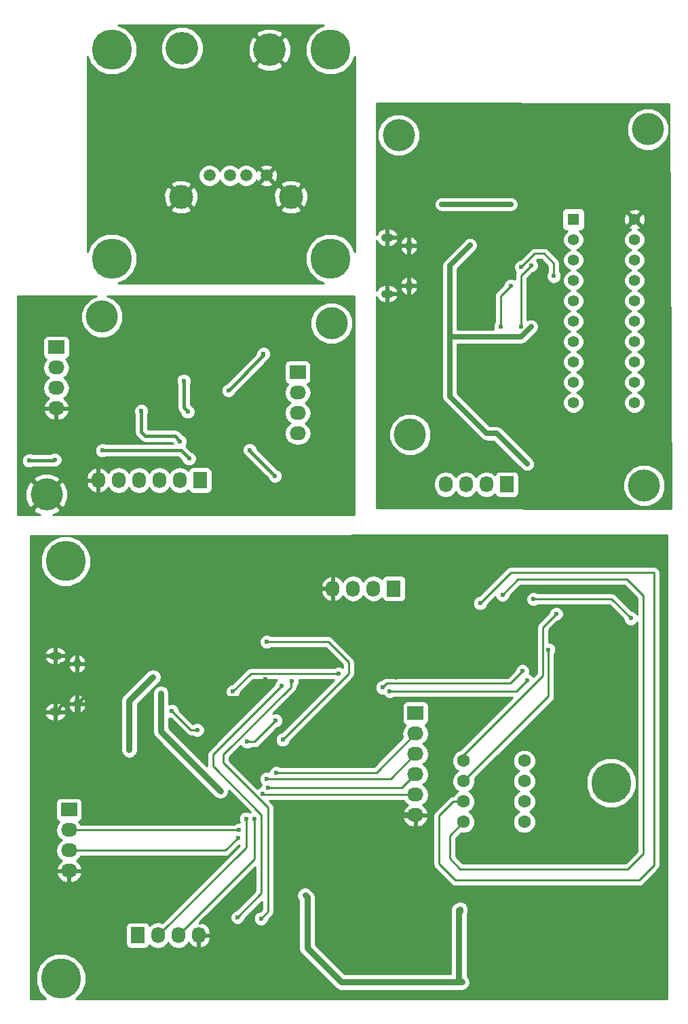
<source format=gbr>
G04 #@! TF.FileFunction,Copper,L2,Bot,Signal*
%FSLAX46Y46*%
G04 Gerber Fmt 4.6, Leading zero omitted, Abs format (unit mm)*
G04 Created by KiCad (PCBNEW (2015-07-31 BZR 6030)-product) date Fri Sep 11 13:46:34 2015*
%MOMM*%
G01*
G04 APERTURE LIST*
%ADD10C,0.100000*%
%ADD11C,4.000000*%
%ADD12R,1.727200X2.032000*%
%ADD13O,1.727200X2.032000*%
%ADD14R,2.032000X1.727200*%
%ADD15O,2.032000X1.727200*%
%ADD16C,5.000000*%
%ADD17O,0.950000X1.250000*%
%ADD18O,1.550000X1.000000*%
%ADD19C,1.600000*%
%ADD20R,1.397000X1.397000*%
%ADD21C,1.397000*%
%ADD22C,1.501140*%
%ADD23C,2.999740*%
%ADD24C,4.064000*%
%ADD25C,0.600000*%
%ADD26C,0.400000*%
%ADD27C,0.635000*%
%ADD28C,0.250000*%
%ADD29C,0.800000*%
%ADD30C,0.254000*%
G04 APERTURE END LIST*
D10*
D11*
X143002000Y-106222800D03*
X178562000Y-84886800D03*
D12*
X162153600Y-104444800D03*
D13*
X159613600Y-104444800D03*
X157073600Y-104444800D03*
X154533600Y-104444800D03*
X151993600Y-104444800D03*
X149453600Y-104444800D03*
D14*
X144221200Y-87884000D03*
D15*
X144221200Y-90424000D03*
X144221200Y-92964000D03*
X144221200Y-95504000D03*
D14*
X174345600Y-90982800D03*
D15*
X174345600Y-93522800D03*
X174345600Y-96062800D03*
X174345600Y-98602800D03*
D11*
X149910800Y-84074000D03*
X143002000Y-106222800D03*
X178562000Y-84886800D03*
D12*
X162153600Y-104444800D03*
D13*
X159613600Y-104444800D03*
X157073600Y-104444800D03*
X154533600Y-104444800D03*
X151993600Y-104444800D03*
X149453600Y-104444800D03*
D14*
X144221200Y-87884000D03*
D15*
X144221200Y-90424000D03*
X144221200Y-92964000D03*
X144221200Y-95504000D03*
D14*
X174345600Y-90982800D03*
D15*
X174345600Y-93522800D03*
X174345600Y-96062800D03*
X174345600Y-98602800D03*
D11*
X149910800Y-84074000D03*
D16*
X213461600Y-142189200D03*
X144780000Y-166573200D03*
D17*
X146812000Y-127324000D03*
X146812000Y-132324000D03*
D18*
X144112000Y-126324000D03*
X144112000Y-133324000D03*
D14*
X189026800Y-133502400D03*
D15*
X189026800Y-136042400D03*
X189026800Y-138582400D03*
X189026800Y-141122400D03*
X189026800Y-143662400D03*
X189026800Y-146202400D03*
D12*
X186334400Y-117957600D03*
D13*
X183794400Y-117957600D03*
X181254400Y-117957600D03*
X178714400Y-117957600D03*
D12*
X154381200Y-161188400D03*
D13*
X156921200Y-161188400D03*
X159461200Y-161188400D03*
X162001200Y-161188400D03*
D14*
X145796000Y-145542000D03*
D15*
X145796000Y-148082000D03*
X145796000Y-150622000D03*
X145796000Y-153162000D03*
D19*
X202631200Y-139446000D03*
X195031200Y-139446000D03*
X202631200Y-141986000D03*
X195031200Y-141986000D03*
X202631200Y-144526000D03*
X195031200Y-144526000D03*
X202631200Y-147066000D03*
X195031200Y-147066000D03*
D16*
X145389600Y-114554000D03*
D11*
X188366400Y-98755200D03*
X217576400Y-105105200D03*
X218033600Y-60706000D03*
D17*
X188214000Y-75203200D03*
X188214000Y-80203200D03*
D18*
X185514000Y-74203200D03*
X185514000Y-81203200D03*
D12*
X200431400Y-104978200D03*
D13*
X197891400Y-104978200D03*
X195351400Y-104978200D03*
X192811400Y-104978200D03*
D20*
X208737200Y-71932800D03*
D21*
X208737200Y-74472800D03*
X208737200Y-77012800D03*
X208737200Y-79552800D03*
X208737200Y-82092800D03*
X208737200Y-84632800D03*
X208737200Y-87172800D03*
X208737200Y-89712800D03*
X208737200Y-92252800D03*
X208737200Y-94792800D03*
X216357200Y-94792800D03*
X216357200Y-92252800D03*
X216357200Y-89712800D03*
X216357200Y-87172800D03*
X216357200Y-84632800D03*
X216357200Y-82092800D03*
X216357200Y-79552800D03*
X216357200Y-77012800D03*
X216357200Y-74472800D03*
X216357200Y-71932800D03*
D11*
X186944000Y-61417200D03*
D16*
X151131800Y-50786600D03*
X151131800Y-76821600D03*
X178436800Y-76821600D03*
D22*
X170447800Y-66456600D03*
X167907800Y-66456600D03*
X165875800Y-66456600D03*
X163335800Y-66456600D03*
D23*
X173495800Y-69123600D03*
X159779800Y-69123600D03*
D24*
X170816800Y-50786600D03*
X159906800Y-50581600D03*
D16*
X178436800Y-50786600D03*
D25*
X140817600Y-102006400D03*
X144018000Y-101904800D03*
X149961600Y-100736400D03*
X160782000Y-101752400D03*
X140817600Y-102006400D03*
X144018000Y-101904800D03*
X149961600Y-100736400D03*
X160782000Y-101752400D03*
X203454000Y-85293200D03*
X202971400Y-102438200D03*
X197891400Y-98628200D03*
X195834000Y-75133200D03*
X193294000Y-89103200D03*
X174345600Y-102616000D03*
X175310800Y-104546400D03*
X156210000Y-87172800D03*
X147878800Y-94437200D03*
X171500800Y-99923600D03*
X170840400Y-90728800D03*
X174345600Y-102616000D03*
X175310800Y-104546400D03*
X156210000Y-87172800D03*
X147878800Y-94437200D03*
X171500800Y-99923600D03*
X170840400Y-90728800D03*
X180848000Y-150520400D03*
X177495200Y-160934400D03*
X179527200Y-135432800D03*
X170637200Y-140004800D03*
X178663600Y-152704800D03*
X157632400Y-144729200D03*
X186588400Y-128879600D03*
X163388800Y-124104400D03*
X168859200Y-123139200D03*
X167995600Y-131572000D03*
X160190000Y-128333600D03*
X162390000Y-129933600D03*
X162192400Y-131622800D03*
X152316000Y-128320800D03*
X170281600Y-129235200D03*
X171043600Y-117906800D03*
X176276000Y-113233200D03*
X199644000Y-61163200D03*
X203454000Y-81483200D03*
X200914000Y-89103200D03*
X202184000Y-71323200D03*
X200914000Y-67513200D03*
X200431400Y-97358200D03*
X196621400Y-93548200D03*
X163266800Y-61826600D03*
X163266800Y-60926600D03*
X164166800Y-60926600D03*
X164166800Y-61826600D03*
X154838400Y-95808800D03*
X159664400Y-99618800D03*
X154838400Y-95808800D03*
X159664400Y-99618800D03*
X160121600Y-92049600D03*
X160629600Y-95910400D03*
X160121600Y-92049600D03*
X160629600Y-95910400D03*
X170078400Y-88696800D03*
X165709600Y-93268800D03*
X170078400Y-88696800D03*
X165709600Y-93268800D03*
X171500800Y-103936800D03*
X171500800Y-103936800D03*
X168351200Y-100685600D03*
X168351200Y-100685600D03*
X175260000Y-156210000D03*
X194462400Y-158038800D03*
X194818000Y-167030400D03*
X194544000Y-158292800D03*
X161798000Y-135585200D03*
X158648400Y-133248400D03*
X192319682Y-70053200D03*
X200914000Y-70053200D03*
X215900000Y-121666000D03*
X203758800Y-119278400D03*
X153314400Y-138074400D03*
X156276798Y-128981200D03*
X170484800Y-124612400D03*
X172466000Y-136804400D03*
X179425600Y-128574800D03*
X166268400Y-130810000D03*
X157276800Y-131013200D03*
X164693600Y-143205200D03*
X171653200Y-140919200D03*
X170434000Y-141681200D03*
X170637200Y-142798800D03*
X169976800Y-143560800D03*
X167894000Y-146659600D03*
X168960800Y-146659600D03*
X166979600Y-148082000D03*
X166878000Y-149047200D03*
X169773600Y-159105600D03*
X173583600Y-129540000D03*
X172313600Y-130098800D03*
X166827200Y-158953200D03*
X171602400Y-134416800D03*
X168046400Y-137058400D03*
X206603600Y-121107200D03*
X205638400Y-125577600D03*
X197104000Y-119786400D03*
X199898000Y-118719600D03*
X185826400Y-130759200D03*
X202946000Y-129438400D03*
X202387200Y-128270000D03*
X184912000Y-130302000D03*
X199644000Y-85293200D03*
X200914000Y-80213200D03*
X202184000Y-85293200D03*
X203454000Y-77673200D03*
X206298800Y-78994000D03*
X202234800Y-77876400D03*
D26*
X143916400Y-102006400D02*
X140817600Y-102006400D01*
X144018000Y-101904800D02*
X143916400Y-102006400D01*
X159766000Y-100736400D02*
X149961600Y-100736400D01*
X160782000Y-101752400D02*
X159766000Y-100736400D01*
X143916400Y-102006400D02*
X140817600Y-102006400D01*
X144018000Y-101904800D02*
X143916400Y-102006400D01*
X159766000Y-100736400D02*
X149961600Y-100736400D01*
X160782000Y-101752400D02*
X159766000Y-100736400D01*
D27*
X193294000Y-89103200D02*
X193294000Y-94030800D01*
X193294000Y-94030800D02*
X197891400Y-98628200D01*
X202971400Y-102438200D02*
X199161400Y-98628200D01*
X199161400Y-98628200D02*
X197891400Y-98628200D01*
X203454000Y-85293200D02*
X202184000Y-86563200D01*
X202184000Y-86563200D02*
X193294000Y-86563200D01*
X195834000Y-75133200D02*
X193294000Y-77673200D01*
X193294000Y-77673200D02*
X193294000Y-86563200D01*
X193294000Y-86563200D02*
X193294000Y-89103200D01*
D26*
X174345600Y-104495600D02*
X174345600Y-102616000D01*
X175260000Y-104495600D02*
X174345600Y-104495600D01*
X175310800Y-104546400D02*
X175260000Y-104495600D01*
X148945600Y-87172800D02*
X156210000Y-87172800D01*
X148590000Y-87528400D02*
X148945600Y-87172800D01*
X148590000Y-93726000D02*
X148590000Y-87528400D01*
X147878800Y-94437200D02*
X148590000Y-93726000D01*
X171500800Y-99923600D02*
X170840400Y-99263200D01*
X170840400Y-99263200D02*
X170840400Y-90728800D01*
X174345600Y-104495600D02*
X174345600Y-102616000D01*
X175260000Y-104495600D02*
X174345600Y-104495600D01*
X175310800Y-104546400D02*
X175260000Y-104495600D01*
X148945600Y-87172800D02*
X156210000Y-87172800D01*
X148590000Y-87528400D02*
X148945600Y-87172800D01*
X148590000Y-93726000D02*
X148590000Y-87528400D01*
X147878800Y-94437200D02*
X148590000Y-93726000D01*
X171500800Y-99923600D02*
X170840400Y-99263200D01*
X170840400Y-99263200D02*
X170840400Y-90728800D01*
X178663600Y-152704800D02*
X178663600Y-159766000D01*
X178663600Y-159766000D02*
X177495200Y-160934400D01*
D28*
X175209200Y-135432800D02*
X179527200Y-135432800D01*
X170637200Y-140004800D02*
X175209200Y-135432800D01*
D29*
X185166000Y-146202400D02*
X189026800Y-146202400D01*
X178663600Y-152704800D02*
X180848000Y-150520400D01*
X180848000Y-150520400D02*
X185166000Y-146202400D01*
X146812000Y-132324000D02*
X146812000Y-139801600D01*
X151739600Y-144729200D02*
X157632400Y-144729200D01*
X146812000Y-139801600D02*
X151739600Y-144729200D01*
X168859200Y-123139200D02*
X181508400Y-123139200D01*
X186588400Y-128219200D02*
X186588400Y-128879600D01*
X181508400Y-123139200D02*
X186588400Y-128219200D01*
X167894000Y-124104400D02*
X168859200Y-123139200D01*
X163388800Y-124104400D02*
X167894000Y-124104400D01*
D28*
X167995600Y-131572000D02*
X167944800Y-131572000D01*
D26*
X152654000Y-128219200D02*
X152654000Y-128066800D01*
X157124400Y-127406400D02*
X158750000Y-129032000D01*
X153314400Y-127406400D02*
X157124400Y-127406400D01*
X152654000Y-128066800D02*
X153314400Y-127406400D01*
D28*
X160190000Y-128333600D02*
X159448400Y-128333600D01*
X159448400Y-128333600D02*
X158750000Y-129032000D01*
X162243200Y-131572000D02*
X162192400Y-131622800D01*
X163322000Y-131572000D02*
X162243200Y-131572000D01*
X162192400Y-130131200D02*
X162192400Y-131622800D01*
X162192400Y-130131200D02*
X162390000Y-129933600D01*
D26*
X146812000Y-127324000D02*
X144811600Y-127324000D01*
X144811600Y-127324000D02*
X144112000Y-128023600D01*
X144112000Y-126324000D02*
X144112000Y-128023600D01*
X144112000Y-128023600D02*
X144112000Y-131324000D01*
X144112000Y-131324000D02*
X145112000Y-132324000D01*
X146812000Y-132324000D02*
X145112000Y-132324000D01*
X145112000Y-132324000D02*
X144112000Y-133324000D01*
X152654000Y-128219200D02*
X152417600Y-128219200D01*
X152417600Y-128219200D02*
X152316000Y-128320800D01*
X150916800Y-128219200D02*
X146812000Y-132324000D01*
X152654000Y-128219200D02*
X150916800Y-128219200D01*
X161290000Y-131572000D02*
X158750000Y-129032000D01*
X163322000Y-131572000D02*
X161290000Y-131572000D01*
X167944800Y-131572000D02*
X163322000Y-131572000D01*
D28*
X170281600Y-129235200D02*
X167944800Y-131572000D01*
D29*
X175717200Y-113233200D02*
X171043600Y-117906800D01*
X176276000Y-113233200D02*
X175717200Y-113233200D01*
D28*
X163196800Y-61581600D02*
X163196800Y-61756600D01*
X163196800Y-61756600D02*
X163266800Y-61826600D01*
X163196800Y-60946600D02*
X163246800Y-60946600D01*
X163246800Y-60946600D02*
X163266800Y-60926600D01*
X164146800Y-60946600D02*
X163831800Y-60946600D01*
X164166800Y-60926600D02*
X164146800Y-60946600D01*
X163831800Y-61581600D02*
X163921800Y-61581600D01*
X163921800Y-61581600D02*
X164166800Y-61826600D01*
D26*
X154838400Y-98450400D02*
X154838400Y-95808800D01*
X155346400Y-98958400D02*
X154838400Y-98450400D01*
X159004000Y-98958400D02*
X155346400Y-98958400D01*
X159664400Y-99618800D02*
X159004000Y-98958400D01*
X154838400Y-98450400D02*
X154838400Y-95808800D01*
X155346400Y-98958400D02*
X154838400Y-98450400D01*
X159004000Y-98958400D02*
X155346400Y-98958400D01*
X159664400Y-99618800D02*
X159004000Y-98958400D01*
X160121600Y-95402400D02*
X160121600Y-92049600D01*
X160629600Y-95910400D02*
X160121600Y-95402400D01*
X160121600Y-95402400D02*
X160121600Y-92049600D01*
X160629600Y-95910400D02*
X160121600Y-95402400D01*
X170078400Y-88900000D02*
X170078400Y-88696800D01*
X165709600Y-93268800D02*
X170078400Y-88900000D01*
X170078400Y-88900000D02*
X170078400Y-88696800D01*
X165709600Y-93268800D02*
X170078400Y-88900000D01*
X171500800Y-103936800D02*
X168351200Y-100787200D01*
X171500800Y-103936800D02*
X168351200Y-100787200D01*
X168351200Y-100787200D02*
X168351200Y-100685600D01*
X168351200Y-100787200D02*
X168351200Y-100685600D01*
D29*
X179781200Y-167030400D02*
X194818000Y-167030400D01*
X175514000Y-162763200D02*
X179781200Y-167030400D01*
X175514000Y-156464000D02*
X175514000Y-162763200D01*
X175260000Y-156210000D02*
X175514000Y-156464000D01*
X194462400Y-166674800D02*
X194462400Y-158038800D01*
X194818000Y-167030400D02*
X194462400Y-166674800D01*
X194544000Y-158292800D02*
X194614800Y-158222000D01*
X194614800Y-158222000D02*
X194614800Y-157937200D01*
D28*
X160985200Y-135585200D02*
X161798000Y-135585200D01*
X158648400Y-133248400D02*
X160985200Y-135585200D01*
D27*
X200914000Y-70053200D02*
X192319682Y-70053200D01*
D28*
X213512400Y-119278400D02*
X215900000Y-121666000D01*
X203758800Y-119278400D02*
X213512400Y-119278400D01*
D29*
X153314400Y-131943598D02*
X153314400Y-138074400D01*
X156276798Y-128981200D02*
X153314400Y-131943598D01*
D28*
X178155600Y-124612400D02*
X170484800Y-124612400D01*
X180695600Y-127152400D02*
X178155600Y-124612400D01*
X180695600Y-128574800D02*
X180695600Y-127152400D01*
X172466000Y-136804400D02*
X180695600Y-128574800D01*
X168503600Y-128574800D02*
X179425600Y-128574800D01*
X166268400Y-130810000D02*
X168503600Y-128574800D01*
D29*
X157276800Y-131013200D02*
X157276800Y-135788400D01*
X157276800Y-135788400D02*
X164693600Y-143205200D01*
D28*
X189026800Y-136042400D02*
X184150000Y-140919200D01*
X184150000Y-140919200D02*
X171653200Y-140919200D01*
X185928000Y-141681200D02*
X189026800Y-138582400D01*
X170434000Y-141681200D02*
X185928000Y-141681200D01*
X187350400Y-142798800D02*
X189026800Y-141122400D01*
X170637200Y-142798800D02*
X187350400Y-142798800D01*
X170078400Y-143662400D02*
X189026800Y-143662400D01*
X169976800Y-143560800D02*
X170078400Y-143662400D01*
X167894000Y-150215600D02*
X156921200Y-161188400D01*
X167894000Y-146659600D02*
X167894000Y-150215600D01*
X159461200Y-161188400D02*
X168960800Y-151688800D01*
X168960800Y-151688800D02*
X168960800Y-146659600D01*
X166979600Y-148082000D02*
X145796000Y-148082000D01*
X145796000Y-150622000D02*
X165303200Y-150622000D01*
X165303200Y-150622000D02*
X166878000Y-149047200D01*
X170637200Y-158242000D02*
X169773600Y-159105600D01*
X170637200Y-145288000D02*
X170637200Y-158242000D01*
X165049200Y-139700000D02*
X170637200Y-145288000D01*
X165049200Y-138684000D02*
X165049200Y-139700000D01*
X173482000Y-130251200D02*
X165049200Y-138684000D01*
X173482000Y-129641600D02*
X173482000Y-130251200D01*
X173583600Y-129540000D02*
X173482000Y-129641600D01*
X163779200Y-138633200D02*
X172313600Y-130098800D01*
X163779200Y-140106400D02*
X163779200Y-138633200D01*
X169824400Y-146151600D02*
X163779200Y-140106400D01*
X169824400Y-155956000D02*
X169824400Y-146151600D01*
X166827200Y-158953200D02*
X169824400Y-155956000D01*
X168960800Y-137058400D02*
X171602400Y-134416800D01*
X168046400Y-137058400D02*
X168960800Y-137058400D01*
X195031200Y-139446000D02*
X195031200Y-138724800D01*
X195031200Y-138724800D02*
X204927200Y-128828800D01*
X204927200Y-128828800D02*
X204927200Y-122783600D01*
X204927200Y-122783600D02*
X206603600Y-121107200D01*
X195031200Y-141986000D02*
X205638400Y-131378800D01*
X205638400Y-131378800D02*
X205638400Y-125577600D01*
X195031200Y-144526000D02*
X193751200Y-144526000D01*
X193751200Y-144526000D02*
X191973200Y-146304000D01*
X191973200Y-146304000D02*
X191973200Y-152298400D01*
X191973200Y-152298400D02*
X194005200Y-154330400D01*
X194005200Y-154330400D02*
X216916000Y-154330400D01*
X216916000Y-154330400D02*
X218795600Y-152450800D01*
X218795600Y-152450800D02*
X218795600Y-115976400D01*
X218795600Y-115976400D02*
X200914000Y-115976400D01*
X200914000Y-115976400D02*
X197104000Y-119786400D01*
X193294000Y-148803200D02*
X195031200Y-147066000D01*
X193294000Y-151638000D02*
X193294000Y-148803200D01*
X194614800Y-152958800D02*
X193294000Y-151638000D01*
X215544400Y-152958800D02*
X194614800Y-152958800D01*
X217474800Y-151028400D02*
X215544400Y-152958800D01*
X217474800Y-118872000D02*
X217474800Y-151028400D01*
X215392000Y-116789200D02*
X217474800Y-118872000D01*
X201828400Y-116789200D02*
X215392000Y-116789200D01*
X199898000Y-118719600D02*
X201828400Y-116789200D01*
X201625200Y-130759200D02*
X185826400Y-130759200D01*
X202946000Y-129438400D02*
X201625200Y-130759200D01*
X200863200Y-129794000D02*
X202387200Y-128270000D01*
X185420000Y-129794000D02*
X200863200Y-129794000D01*
X184912000Y-130302000D02*
X185420000Y-129794000D01*
X199644000Y-81483200D02*
X199644000Y-85293200D01*
X200914000Y-80213200D02*
X199644000Y-81483200D01*
X202184000Y-78943200D02*
X202184000Y-85293200D01*
X203454000Y-77673200D02*
X202184000Y-78943200D01*
X206298800Y-77419200D02*
X206298800Y-78994000D01*
X205079600Y-76200000D02*
X206298800Y-77419200D01*
X203911200Y-76200000D02*
X205079600Y-76200000D01*
X202234800Y-77876400D02*
X203911200Y-76200000D01*
D30*
G36*
X148420142Y-81838853D02*
X147678258Y-82579443D01*
X147276258Y-83547567D01*
X147275343Y-84595834D01*
X147675653Y-85564658D01*
X148416243Y-86306542D01*
X149384367Y-86708542D01*
X150432634Y-86709457D01*
X151401458Y-86309147D01*
X152143342Y-85568557D01*
X152209747Y-85408634D01*
X175926543Y-85408634D01*
X176326853Y-86377458D01*
X177067443Y-87119342D01*
X178035567Y-87521342D01*
X179083834Y-87522257D01*
X180052658Y-87121947D01*
X180794542Y-86381357D01*
X181196542Y-85413233D01*
X181197457Y-84364966D01*
X180797147Y-83396142D01*
X180056557Y-82654258D01*
X179088433Y-82252258D01*
X178040166Y-82251343D01*
X177071342Y-82651653D01*
X176329458Y-83392243D01*
X175927458Y-84360367D01*
X175926543Y-85408634D01*
X152209747Y-85408634D01*
X152545342Y-84600433D01*
X152546257Y-83552166D01*
X152145947Y-82583342D01*
X151405357Y-81841458D01*
X150603746Y-81508600D01*
X181382200Y-81508600D01*
X181382200Y-108737400D01*
X143827569Y-108737400D01*
X144476647Y-108468543D01*
X144697416Y-108097822D01*
X143002000Y-106402405D01*
X141306584Y-108097822D01*
X141527353Y-108468543D01*
X142191444Y-108737400D01*
X139420366Y-108737400D01*
X139414789Y-105719812D01*
X140362881Y-105719812D01*
X140371287Y-106768047D01*
X140756257Y-107697447D01*
X141126978Y-107918216D01*
X142822395Y-106222800D01*
X143181605Y-106222800D01*
X144877022Y-107918216D01*
X145247743Y-107697447D01*
X145641119Y-106725788D01*
X145632713Y-105677553D01*
X145272000Y-104806713D01*
X147968416Y-104806713D01*
X148161646Y-105359120D01*
X148551564Y-105795532D01*
X149078809Y-106049509D01*
X149094574Y-106052158D01*
X149326600Y-105931017D01*
X149326600Y-104571800D01*
X148112676Y-104571800D01*
X147968416Y-104806713D01*
X145272000Y-104806713D01*
X145247743Y-104748153D01*
X144877022Y-104527384D01*
X143181605Y-106222800D01*
X142822395Y-106222800D01*
X141126978Y-104527384D01*
X140756257Y-104748153D01*
X140362881Y-105719812D01*
X139414789Y-105719812D01*
X139412253Y-104347778D01*
X141306584Y-104347778D01*
X143002000Y-106043195D01*
X144697416Y-104347778D01*
X144539671Y-104082887D01*
X147968416Y-104082887D01*
X148112676Y-104317800D01*
X149326600Y-104317800D01*
X149326600Y-102958583D01*
X149580600Y-102958583D01*
X149580600Y-104317800D01*
X149600600Y-104317800D01*
X149600600Y-104571800D01*
X149580600Y-104571800D01*
X149580600Y-105931017D01*
X149812626Y-106052158D01*
X149828391Y-106049509D01*
X150355636Y-105795532D01*
X150727139Y-105379731D01*
X150933930Y-105689215D01*
X151420111Y-106014071D01*
X151993600Y-106128145D01*
X152567089Y-106014071D01*
X153053270Y-105689215D01*
X153263600Y-105374434D01*
X153473930Y-105689215D01*
X153960111Y-106014071D01*
X154533600Y-106128145D01*
X155107089Y-106014071D01*
X155593270Y-105689215D01*
X155803600Y-105374434D01*
X156013930Y-105689215D01*
X156500111Y-106014071D01*
X157073600Y-106128145D01*
X157647089Y-106014071D01*
X158133270Y-105689215D01*
X158343600Y-105374434D01*
X158553930Y-105689215D01*
X159040111Y-106014071D01*
X159613600Y-106128145D01*
X160187089Y-106014071D01*
X160673270Y-105689215D01*
X160682843Y-105674887D01*
X160686838Y-105696117D01*
X160825910Y-105912241D01*
X161038110Y-106057231D01*
X161290000Y-106108240D01*
X163017200Y-106108240D01*
X163252517Y-106063962D01*
X163468641Y-105924890D01*
X163613631Y-105712690D01*
X163664640Y-105460800D01*
X163664640Y-103428800D01*
X163620362Y-103193483D01*
X163481290Y-102977359D01*
X163269090Y-102832369D01*
X163017200Y-102781360D01*
X161290000Y-102781360D01*
X161054683Y-102825638D01*
X160838559Y-102964710D01*
X160693569Y-103176910D01*
X160685200Y-103218239D01*
X160673270Y-103200385D01*
X160187089Y-102875529D01*
X159613600Y-102761455D01*
X159040111Y-102875529D01*
X158553930Y-103200385D01*
X158343600Y-103515166D01*
X158133270Y-103200385D01*
X157647089Y-102875529D01*
X157073600Y-102761455D01*
X156500111Y-102875529D01*
X156013930Y-103200385D01*
X155803600Y-103515166D01*
X155593270Y-103200385D01*
X155107089Y-102875529D01*
X154533600Y-102761455D01*
X153960111Y-102875529D01*
X153473930Y-103200385D01*
X153263600Y-103515166D01*
X153053270Y-103200385D01*
X152567089Y-102875529D01*
X151993600Y-102761455D01*
X151420111Y-102875529D01*
X150933930Y-103200385D01*
X150727139Y-103509869D01*
X150355636Y-103094068D01*
X149828391Y-102840091D01*
X149812626Y-102837442D01*
X149580600Y-102958583D01*
X149326600Y-102958583D01*
X149094574Y-102837442D01*
X149078809Y-102840091D01*
X148551564Y-103094068D01*
X148161646Y-103530480D01*
X147968416Y-104082887D01*
X144539671Y-104082887D01*
X144476647Y-103977057D01*
X143504988Y-103583681D01*
X142456753Y-103592087D01*
X141527353Y-103977057D01*
X141306584Y-104347778D01*
X139412253Y-104347778D01*
X139408267Y-102191567D01*
X139882438Y-102191567D01*
X140024483Y-102535343D01*
X140287273Y-102798592D01*
X140630801Y-102941238D01*
X141002767Y-102941562D01*
X141245178Y-102841400D01*
X143916400Y-102841400D01*
X143924848Y-102839720D01*
X144203167Y-102839962D01*
X144546943Y-102697917D01*
X144810192Y-102435127D01*
X144952838Y-102091599D01*
X144953162Y-101719633D01*
X144811117Y-101375857D01*
X144548327Y-101112608D01*
X144204799Y-100969962D01*
X143832833Y-100969638D01*
X143489057Y-101111683D01*
X143429236Y-101171400D01*
X141244834Y-101171400D01*
X141004399Y-101071562D01*
X140632433Y-101071238D01*
X140288657Y-101213283D01*
X140025408Y-101476073D01*
X139882762Y-101819601D01*
X139882438Y-102191567D01*
X139408267Y-102191567D01*
X139405920Y-100921567D01*
X149026438Y-100921567D01*
X149168483Y-101265343D01*
X149431273Y-101528592D01*
X149774801Y-101671238D01*
X150146767Y-101671562D01*
X150389178Y-101571400D01*
X159420132Y-101571400D01*
X159889465Y-102040733D01*
X159988883Y-102281343D01*
X160251673Y-102544592D01*
X160595201Y-102687238D01*
X160967167Y-102687562D01*
X161310943Y-102545517D01*
X161574192Y-102282727D01*
X161716838Y-101939199D01*
X161717162Y-101567233D01*
X161575117Y-101223457D01*
X161312327Y-100960208D01*
X161096931Y-100870767D01*
X167416038Y-100870767D01*
X167558083Y-101214543D01*
X167820873Y-101477792D01*
X167889364Y-101506232D01*
X170608265Y-104225133D01*
X170707683Y-104465743D01*
X170970473Y-104728992D01*
X171314001Y-104871638D01*
X171685967Y-104871962D01*
X172029743Y-104729917D01*
X172292992Y-104467127D01*
X172435638Y-104123599D01*
X172435962Y-103751633D01*
X172293917Y-103407857D01*
X172031127Y-103144608D01*
X171788890Y-103044022D01*
X169286326Y-100541458D01*
X169286362Y-100500433D01*
X169144317Y-100156657D01*
X168881527Y-99893408D01*
X168537999Y-99750762D01*
X168166033Y-99750438D01*
X167822257Y-99892483D01*
X167559008Y-100155273D01*
X167416362Y-100498801D01*
X167416038Y-100870767D01*
X161096931Y-100870767D01*
X161070090Y-100859622D01*
X160408051Y-100197583D01*
X160456592Y-100149127D01*
X160599238Y-99805599D01*
X160599562Y-99433633D01*
X160457517Y-99089857D01*
X160194727Y-98826608D01*
X159952490Y-98726022D01*
X159594433Y-98367965D01*
X159323541Y-98186961D01*
X159004000Y-98123400D01*
X155692269Y-98123400D01*
X155673400Y-98104532D01*
X155673400Y-96236034D01*
X155773238Y-95995599D01*
X155773562Y-95623633D01*
X155631517Y-95279857D01*
X155368727Y-95016608D01*
X155025199Y-94873962D01*
X154653233Y-94873638D01*
X154309457Y-95015683D01*
X154046208Y-95278473D01*
X153903562Y-95622001D01*
X153903238Y-95993967D01*
X154003400Y-96236378D01*
X154003400Y-98450400D01*
X154066961Y-98769941D01*
X154239635Y-99028366D01*
X154247966Y-99040834D01*
X154755965Y-99548834D01*
X154860677Y-99618800D01*
X155026859Y-99729839D01*
X155346400Y-99793400D01*
X158658132Y-99793400D01*
X158766132Y-99901400D01*
X150388834Y-99901400D01*
X150148399Y-99801562D01*
X149776433Y-99801238D01*
X149432657Y-99943283D01*
X149169408Y-100206073D01*
X149026762Y-100549601D01*
X149026438Y-100921567D01*
X139405920Y-100921567D01*
X139396569Y-95863026D01*
X142613842Y-95863026D01*
X142616491Y-95878791D01*
X142870468Y-96406036D01*
X143306880Y-96795954D01*
X143859287Y-96989184D01*
X144094200Y-96844924D01*
X144094200Y-95631000D01*
X144348200Y-95631000D01*
X144348200Y-96844924D01*
X144583113Y-96989184D01*
X145135520Y-96795954D01*
X145571932Y-96406036D01*
X145825909Y-95878791D01*
X145828558Y-95863026D01*
X145707417Y-95631000D01*
X144348200Y-95631000D01*
X144094200Y-95631000D01*
X142734983Y-95631000D01*
X142613842Y-95863026D01*
X139396569Y-95863026D01*
X139386515Y-90424000D01*
X142537855Y-90424000D01*
X142651929Y-90997489D01*
X142976785Y-91483670D01*
X143291566Y-91694000D01*
X142976785Y-91904330D01*
X142651929Y-92390511D01*
X142537855Y-92964000D01*
X142651929Y-93537489D01*
X142976785Y-94023670D01*
X143286269Y-94230461D01*
X142870468Y-94601964D01*
X142616491Y-95129209D01*
X142613842Y-95144974D01*
X142734983Y-95377000D01*
X144094200Y-95377000D01*
X144094200Y-95357000D01*
X144348200Y-95357000D01*
X144348200Y-95377000D01*
X145707417Y-95377000D01*
X145828558Y-95144974D01*
X145825909Y-95129209D01*
X145571932Y-94601964D01*
X145156131Y-94230461D01*
X145465615Y-94023670D01*
X145790471Y-93537489D01*
X145904545Y-92964000D01*
X145790471Y-92390511D01*
X145686407Y-92234767D01*
X159186438Y-92234767D01*
X159286600Y-92477178D01*
X159286600Y-95402400D01*
X159350161Y-95721941D01*
X159531166Y-95992834D01*
X159737066Y-96198734D01*
X159836483Y-96439343D01*
X160099273Y-96702592D01*
X160442801Y-96845238D01*
X160814767Y-96845562D01*
X161158543Y-96703517D01*
X161421792Y-96440727D01*
X161564438Y-96097199D01*
X161564762Y-95725233D01*
X161422717Y-95381457D01*
X161159927Y-95118208D01*
X160956600Y-95033779D01*
X160956600Y-93453967D01*
X164774438Y-93453967D01*
X164916483Y-93797743D01*
X165179273Y-94060992D01*
X165522801Y-94203638D01*
X165894767Y-94203962D01*
X166238543Y-94061917D01*
X166501792Y-93799127D01*
X166602378Y-93556890D01*
X166636468Y-93522800D01*
X172662255Y-93522800D01*
X172776329Y-94096289D01*
X173101185Y-94582470D01*
X173415966Y-94792800D01*
X173101185Y-95003130D01*
X172776329Y-95489311D01*
X172662255Y-96062800D01*
X172776329Y-96636289D01*
X173101185Y-97122470D01*
X173415966Y-97332800D01*
X173101185Y-97543130D01*
X172776329Y-98029311D01*
X172662255Y-98602800D01*
X172776329Y-99176289D01*
X173101185Y-99662470D01*
X173587366Y-99987326D01*
X174160855Y-100101400D01*
X174530345Y-100101400D01*
X175103834Y-99987326D01*
X175590015Y-99662470D01*
X175914871Y-99176289D01*
X176028945Y-98602800D01*
X175914871Y-98029311D01*
X175590015Y-97543130D01*
X175275234Y-97332800D01*
X175590015Y-97122470D01*
X175914871Y-96636289D01*
X176028945Y-96062800D01*
X175914871Y-95489311D01*
X175590015Y-95003130D01*
X175275234Y-94792800D01*
X175590015Y-94582470D01*
X175914871Y-94096289D01*
X176028945Y-93522800D01*
X175914871Y-92949311D01*
X175590015Y-92463130D01*
X175575687Y-92453557D01*
X175596917Y-92449562D01*
X175813041Y-92310490D01*
X175958031Y-92098290D01*
X176009040Y-91846400D01*
X176009040Y-90119200D01*
X175964762Y-89883883D01*
X175825690Y-89667759D01*
X175613490Y-89522769D01*
X175361600Y-89471760D01*
X173329600Y-89471760D01*
X173094283Y-89516038D01*
X172878159Y-89655110D01*
X172733169Y-89867310D01*
X172682160Y-90119200D01*
X172682160Y-91846400D01*
X172726438Y-92081717D01*
X172865510Y-92297841D01*
X173077710Y-92442831D01*
X173119039Y-92451200D01*
X173101185Y-92463130D01*
X172776329Y-92949311D01*
X172662255Y-93522800D01*
X166636468Y-93522800D01*
X170668834Y-89490434D01*
X170793044Y-89304539D01*
X170870592Y-89227127D01*
X171013238Y-88883599D01*
X171013562Y-88511633D01*
X170871517Y-88167857D01*
X170608727Y-87904608D01*
X170265199Y-87761962D01*
X169893233Y-87761638D01*
X169549457Y-87903683D01*
X169286208Y-88166473D01*
X169143562Y-88510001D01*
X169143436Y-88654096D01*
X165421267Y-92376265D01*
X165180657Y-92475683D01*
X164917408Y-92738473D01*
X164774762Y-93082001D01*
X164774438Y-93453967D01*
X160956600Y-93453967D01*
X160956600Y-92476834D01*
X161056438Y-92236399D01*
X161056762Y-91864433D01*
X160914717Y-91520657D01*
X160651927Y-91257408D01*
X160308399Y-91114762D01*
X159936433Y-91114438D01*
X159592657Y-91256483D01*
X159329408Y-91519273D01*
X159186762Y-91862801D01*
X159186438Y-92234767D01*
X145686407Y-92234767D01*
X145465615Y-91904330D01*
X145150834Y-91694000D01*
X145465615Y-91483670D01*
X145790471Y-90997489D01*
X145904545Y-90424000D01*
X145790471Y-89850511D01*
X145465615Y-89364330D01*
X145451287Y-89354757D01*
X145472517Y-89350762D01*
X145688641Y-89211690D01*
X145833631Y-88999490D01*
X145884640Y-88747600D01*
X145884640Y-87020400D01*
X145840362Y-86785083D01*
X145701290Y-86568959D01*
X145489090Y-86423969D01*
X145237200Y-86372960D01*
X143205200Y-86372960D01*
X142969883Y-86417238D01*
X142753759Y-86556310D01*
X142608769Y-86768510D01*
X142557760Y-87020400D01*
X142557760Y-88747600D01*
X142602038Y-88982917D01*
X142741110Y-89199041D01*
X142953310Y-89344031D01*
X142994639Y-89352400D01*
X142976785Y-89364330D01*
X142651929Y-89850511D01*
X142537855Y-90424000D01*
X139386515Y-90424000D01*
X139370035Y-81508600D01*
X149219415Y-81508600D01*
X148420142Y-81838853D01*
X148420142Y-81838853D01*
G37*
X148420142Y-81838853D02*
X147678258Y-82579443D01*
X147276258Y-83547567D01*
X147275343Y-84595834D01*
X147675653Y-85564658D01*
X148416243Y-86306542D01*
X149384367Y-86708542D01*
X150432634Y-86709457D01*
X151401458Y-86309147D01*
X152143342Y-85568557D01*
X152209747Y-85408634D01*
X175926543Y-85408634D01*
X176326853Y-86377458D01*
X177067443Y-87119342D01*
X178035567Y-87521342D01*
X179083834Y-87522257D01*
X180052658Y-87121947D01*
X180794542Y-86381357D01*
X181196542Y-85413233D01*
X181197457Y-84364966D01*
X180797147Y-83396142D01*
X180056557Y-82654258D01*
X179088433Y-82252258D01*
X178040166Y-82251343D01*
X177071342Y-82651653D01*
X176329458Y-83392243D01*
X175927458Y-84360367D01*
X175926543Y-85408634D01*
X152209747Y-85408634D01*
X152545342Y-84600433D01*
X152546257Y-83552166D01*
X152145947Y-82583342D01*
X151405357Y-81841458D01*
X150603746Y-81508600D01*
X181382200Y-81508600D01*
X181382200Y-108737400D01*
X143827569Y-108737400D01*
X144476647Y-108468543D01*
X144697416Y-108097822D01*
X143002000Y-106402405D01*
X141306584Y-108097822D01*
X141527353Y-108468543D01*
X142191444Y-108737400D01*
X139420366Y-108737400D01*
X139414789Y-105719812D01*
X140362881Y-105719812D01*
X140371287Y-106768047D01*
X140756257Y-107697447D01*
X141126978Y-107918216D01*
X142822395Y-106222800D01*
X143181605Y-106222800D01*
X144877022Y-107918216D01*
X145247743Y-107697447D01*
X145641119Y-106725788D01*
X145632713Y-105677553D01*
X145272000Y-104806713D01*
X147968416Y-104806713D01*
X148161646Y-105359120D01*
X148551564Y-105795532D01*
X149078809Y-106049509D01*
X149094574Y-106052158D01*
X149326600Y-105931017D01*
X149326600Y-104571800D01*
X148112676Y-104571800D01*
X147968416Y-104806713D01*
X145272000Y-104806713D01*
X145247743Y-104748153D01*
X144877022Y-104527384D01*
X143181605Y-106222800D01*
X142822395Y-106222800D01*
X141126978Y-104527384D01*
X140756257Y-104748153D01*
X140362881Y-105719812D01*
X139414789Y-105719812D01*
X139412253Y-104347778D01*
X141306584Y-104347778D01*
X143002000Y-106043195D01*
X144697416Y-104347778D01*
X144539671Y-104082887D01*
X147968416Y-104082887D01*
X148112676Y-104317800D01*
X149326600Y-104317800D01*
X149326600Y-102958583D01*
X149580600Y-102958583D01*
X149580600Y-104317800D01*
X149600600Y-104317800D01*
X149600600Y-104571800D01*
X149580600Y-104571800D01*
X149580600Y-105931017D01*
X149812626Y-106052158D01*
X149828391Y-106049509D01*
X150355636Y-105795532D01*
X150727139Y-105379731D01*
X150933930Y-105689215D01*
X151420111Y-106014071D01*
X151993600Y-106128145D01*
X152567089Y-106014071D01*
X153053270Y-105689215D01*
X153263600Y-105374434D01*
X153473930Y-105689215D01*
X153960111Y-106014071D01*
X154533600Y-106128145D01*
X155107089Y-106014071D01*
X155593270Y-105689215D01*
X155803600Y-105374434D01*
X156013930Y-105689215D01*
X156500111Y-106014071D01*
X157073600Y-106128145D01*
X157647089Y-106014071D01*
X158133270Y-105689215D01*
X158343600Y-105374434D01*
X158553930Y-105689215D01*
X159040111Y-106014071D01*
X159613600Y-106128145D01*
X160187089Y-106014071D01*
X160673270Y-105689215D01*
X160682843Y-105674887D01*
X160686838Y-105696117D01*
X160825910Y-105912241D01*
X161038110Y-106057231D01*
X161290000Y-106108240D01*
X163017200Y-106108240D01*
X163252517Y-106063962D01*
X163468641Y-105924890D01*
X163613631Y-105712690D01*
X163664640Y-105460800D01*
X163664640Y-103428800D01*
X163620362Y-103193483D01*
X163481290Y-102977359D01*
X163269090Y-102832369D01*
X163017200Y-102781360D01*
X161290000Y-102781360D01*
X161054683Y-102825638D01*
X160838559Y-102964710D01*
X160693569Y-103176910D01*
X160685200Y-103218239D01*
X160673270Y-103200385D01*
X160187089Y-102875529D01*
X159613600Y-102761455D01*
X159040111Y-102875529D01*
X158553930Y-103200385D01*
X158343600Y-103515166D01*
X158133270Y-103200385D01*
X157647089Y-102875529D01*
X157073600Y-102761455D01*
X156500111Y-102875529D01*
X156013930Y-103200385D01*
X155803600Y-103515166D01*
X155593270Y-103200385D01*
X155107089Y-102875529D01*
X154533600Y-102761455D01*
X153960111Y-102875529D01*
X153473930Y-103200385D01*
X153263600Y-103515166D01*
X153053270Y-103200385D01*
X152567089Y-102875529D01*
X151993600Y-102761455D01*
X151420111Y-102875529D01*
X150933930Y-103200385D01*
X150727139Y-103509869D01*
X150355636Y-103094068D01*
X149828391Y-102840091D01*
X149812626Y-102837442D01*
X149580600Y-102958583D01*
X149326600Y-102958583D01*
X149094574Y-102837442D01*
X149078809Y-102840091D01*
X148551564Y-103094068D01*
X148161646Y-103530480D01*
X147968416Y-104082887D01*
X144539671Y-104082887D01*
X144476647Y-103977057D01*
X143504988Y-103583681D01*
X142456753Y-103592087D01*
X141527353Y-103977057D01*
X141306584Y-104347778D01*
X139412253Y-104347778D01*
X139408267Y-102191567D01*
X139882438Y-102191567D01*
X140024483Y-102535343D01*
X140287273Y-102798592D01*
X140630801Y-102941238D01*
X141002767Y-102941562D01*
X141245178Y-102841400D01*
X143916400Y-102841400D01*
X143924848Y-102839720D01*
X144203167Y-102839962D01*
X144546943Y-102697917D01*
X144810192Y-102435127D01*
X144952838Y-102091599D01*
X144953162Y-101719633D01*
X144811117Y-101375857D01*
X144548327Y-101112608D01*
X144204799Y-100969962D01*
X143832833Y-100969638D01*
X143489057Y-101111683D01*
X143429236Y-101171400D01*
X141244834Y-101171400D01*
X141004399Y-101071562D01*
X140632433Y-101071238D01*
X140288657Y-101213283D01*
X140025408Y-101476073D01*
X139882762Y-101819601D01*
X139882438Y-102191567D01*
X139408267Y-102191567D01*
X139405920Y-100921567D01*
X149026438Y-100921567D01*
X149168483Y-101265343D01*
X149431273Y-101528592D01*
X149774801Y-101671238D01*
X150146767Y-101671562D01*
X150389178Y-101571400D01*
X159420132Y-101571400D01*
X159889465Y-102040733D01*
X159988883Y-102281343D01*
X160251673Y-102544592D01*
X160595201Y-102687238D01*
X160967167Y-102687562D01*
X161310943Y-102545517D01*
X161574192Y-102282727D01*
X161716838Y-101939199D01*
X161717162Y-101567233D01*
X161575117Y-101223457D01*
X161312327Y-100960208D01*
X161096931Y-100870767D01*
X167416038Y-100870767D01*
X167558083Y-101214543D01*
X167820873Y-101477792D01*
X167889364Y-101506232D01*
X170608265Y-104225133D01*
X170707683Y-104465743D01*
X170970473Y-104728992D01*
X171314001Y-104871638D01*
X171685967Y-104871962D01*
X172029743Y-104729917D01*
X172292992Y-104467127D01*
X172435638Y-104123599D01*
X172435962Y-103751633D01*
X172293917Y-103407857D01*
X172031127Y-103144608D01*
X171788890Y-103044022D01*
X169286326Y-100541458D01*
X169286362Y-100500433D01*
X169144317Y-100156657D01*
X168881527Y-99893408D01*
X168537999Y-99750762D01*
X168166033Y-99750438D01*
X167822257Y-99892483D01*
X167559008Y-100155273D01*
X167416362Y-100498801D01*
X167416038Y-100870767D01*
X161096931Y-100870767D01*
X161070090Y-100859622D01*
X160408051Y-100197583D01*
X160456592Y-100149127D01*
X160599238Y-99805599D01*
X160599562Y-99433633D01*
X160457517Y-99089857D01*
X160194727Y-98826608D01*
X159952490Y-98726022D01*
X159594433Y-98367965D01*
X159323541Y-98186961D01*
X159004000Y-98123400D01*
X155692269Y-98123400D01*
X155673400Y-98104532D01*
X155673400Y-96236034D01*
X155773238Y-95995599D01*
X155773562Y-95623633D01*
X155631517Y-95279857D01*
X155368727Y-95016608D01*
X155025199Y-94873962D01*
X154653233Y-94873638D01*
X154309457Y-95015683D01*
X154046208Y-95278473D01*
X153903562Y-95622001D01*
X153903238Y-95993967D01*
X154003400Y-96236378D01*
X154003400Y-98450400D01*
X154066961Y-98769941D01*
X154239635Y-99028366D01*
X154247966Y-99040834D01*
X154755965Y-99548834D01*
X154860677Y-99618800D01*
X155026859Y-99729839D01*
X155346400Y-99793400D01*
X158658132Y-99793400D01*
X158766132Y-99901400D01*
X150388834Y-99901400D01*
X150148399Y-99801562D01*
X149776433Y-99801238D01*
X149432657Y-99943283D01*
X149169408Y-100206073D01*
X149026762Y-100549601D01*
X149026438Y-100921567D01*
X139405920Y-100921567D01*
X139396569Y-95863026D01*
X142613842Y-95863026D01*
X142616491Y-95878791D01*
X142870468Y-96406036D01*
X143306880Y-96795954D01*
X143859287Y-96989184D01*
X144094200Y-96844924D01*
X144094200Y-95631000D01*
X144348200Y-95631000D01*
X144348200Y-96844924D01*
X144583113Y-96989184D01*
X145135520Y-96795954D01*
X145571932Y-96406036D01*
X145825909Y-95878791D01*
X145828558Y-95863026D01*
X145707417Y-95631000D01*
X144348200Y-95631000D01*
X144094200Y-95631000D01*
X142734983Y-95631000D01*
X142613842Y-95863026D01*
X139396569Y-95863026D01*
X139386515Y-90424000D01*
X142537855Y-90424000D01*
X142651929Y-90997489D01*
X142976785Y-91483670D01*
X143291566Y-91694000D01*
X142976785Y-91904330D01*
X142651929Y-92390511D01*
X142537855Y-92964000D01*
X142651929Y-93537489D01*
X142976785Y-94023670D01*
X143286269Y-94230461D01*
X142870468Y-94601964D01*
X142616491Y-95129209D01*
X142613842Y-95144974D01*
X142734983Y-95377000D01*
X144094200Y-95377000D01*
X144094200Y-95357000D01*
X144348200Y-95357000D01*
X144348200Y-95377000D01*
X145707417Y-95377000D01*
X145828558Y-95144974D01*
X145825909Y-95129209D01*
X145571932Y-94601964D01*
X145156131Y-94230461D01*
X145465615Y-94023670D01*
X145790471Y-93537489D01*
X145904545Y-92964000D01*
X145790471Y-92390511D01*
X145686407Y-92234767D01*
X159186438Y-92234767D01*
X159286600Y-92477178D01*
X159286600Y-95402400D01*
X159350161Y-95721941D01*
X159531166Y-95992834D01*
X159737066Y-96198734D01*
X159836483Y-96439343D01*
X160099273Y-96702592D01*
X160442801Y-96845238D01*
X160814767Y-96845562D01*
X161158543Y-96703517D01*
X161421792Y-96440727D01*
X161564438Y-96097199D01*
X161564762Y-95725233D01*
X161422717Y-95381457D01*
X161159927Y-95118208D01*
X160956600Y-95033779D01*
X160956600Y-93453967D01*
X164774438Y-93453967D01*
X164916483Y-93797743D01*
X165179273Y-94060992D01*
X165522801Y-94203638D01*
X165894767Y-94203962D01*
X166238543Y-94061917D01*
X166501792Y-93799127D01*
X166602378Y-93556890D01*
X166636468Y-93522800D01*
X172662255Y-93522800D01*
X172776329Y-94096289D01*
X173101185Y-94582470D01*
X173415966Y-94792800D01*
X173101185Y-95003130D01*
X172776329Y-95489311D01*
X172662255Y-96062800D01*
X172776329Y-96636289D01*
X173101185Y-97122470D01*
X173415966Y-97332800D01*
X173101185Y-97543130D01*
X172776329Y-98029311D01*
X172662255Y-98602800D01*
X172776329Y-99176289D01*
X173101185Y-99662470D01*
X173587366Y-99987326D01*
X174160855Y-100101400D01*
X174530345Y-100101400D01*
X175103834Y-99987326D01*
X175590015Y-99662470D01*
X175914871Y-99176289D01*
X176028945Y-98602800D01*
X175914871Y-98029311D01*
X175590015Y-97543130D01*
X175275234Y-97332800D01*
X175590015Y-97122470D01*
X175914871Y-96636289D01*
X176028945Y-96062800D01*
X175914871Y-95489311D01*
X175590015Y-95003130D01*
X175275234Y-94792800D01*
X175590015Y-94582470D01*
X175914871Y-94096289D01*
X176028945Y-93522800D01*
X175914871Y-92949311D01*
X175590015Y-92463130D01*
X175575687Y-92453557D01*
X175596917Y-92449562D01*
X175813041Y-92310490D01*
X175958031Y-92098290D01*
X176009040Y-91846400D01*
X176009040Y-90119200D01*
X175964762Y-89883883D01*
X175825690Y-89667759D01*
X175613490Y-89522769D01*
X175361600Y-89471760D01*
X173329600Y-89471760D01*
X173094283Y-89516038D01*
X172878159Y-89655110D01*
X172733169Y-89867310D01*
X172682160Y-90119200D01*
X172682160Y-91846400D01*
X172726438Y-92081717D01*
X172865510Y-92297841D01*
X173077710Y-92442831D01*
X173119039Y-92451200D01*
X173101185Y-92463130D01*
X172776329Y-92949311D01*
X172662255Y-93522800D01*
X166636468Y-93522800D01*
X170668834Y-89490434D01*
X170793044Y-89304539D01*
X170870592Y-89227127D01*
X171013238Y-88883599D01*
X171013562Y-88511633D01*
X170871517Y-88167857D01*
X170608727Y-87904608D01*
X170265199Y-87761962D01*
X169893233Y-87761638D01*
X169549457Y-87903683D01*
X169286208Y-88166473D01*
X169143562Y-88510001D01*
X169143436Y-88654096D01*
X165421267Y-92376265D01*
X165180657Y-92475683D01*
X164917408Y-92738473D01*
X164774762Y-93082001D01*
X164774438Y-93453967D01*
X160956600Y-93453967D01*
X160956600Y-92476834D01*
X161056438Y-92236399D01*
X161056762Y-91864433D01*
X160914717Y-91520657D01*
X160651927Y-91257408D01*
X160308399Y-91114762D01*
X159936433Y-91114438D01*
X159592657Y-91256483D01*
X159329408Y-91519273D01*
X159186762Y-91862801D01*
X159186438Y-92234767D01*
X145686407Y-92234767D01*
X145465615Y-91904330D01*
X145150834Y-91694000D01*
X145465615Y-91483670D01*
X145790471Y-90997489D01*
X145904545Y-90424000D01*
X145790471Y-89850511D01*
X145465615Y-89364330D01*
X145451287Y-89354757D01*
X145472517Y-89350762D01*
X145688641Y-89211690D01*
X145833631Y-88999490D01*
X145884640Y-88747600D01*
X145884640Y-87020400D01*
X145840362Y-86785083D01*
X145701290Y-86568959D01*
X145489090Y-86423969D01*
X145237200Y-86372960D01*
X143205200Y-86372960D01*
X142969883Y-86417238D01*
X142753759Y-86556310D01*
X142608769Y-86768510D01*
X142557760Y-87020400D01*
X142557760Y-88747600D01*
X142602038Y-88982917D01*
X142741110Y-89199041D01*
X142953310Y-89344031D01*
X142994639Y-89352400D01*
X142976785Y-89364330D01*
X142651929Y-89850511D01*
X142537855Y-90424000D01*
X139386515Y-90424000D01*
X139370035Y-81508600D01*
X149219415Y-81508600D01*
X148420142Y-81838853D01*
G36*
X148420142Y-81838853D02*
X147678258Y-82579443D01*
X147276258Y-83547567D01*
X147275343Y-84595834D01*
X147675653Y-85564658D01*
X148416243Y-86306542D01*
X149384367Y-86708542D01*
X150432634Y-86709457D01*
X151401458Y-86309147D01*
X152143342Y-85568557D01*
X152209747Y-85408634D01*
X175926543Y-85408634D01*
X176326853Y-86377458D01*
X177067443Y-87119342D01*
X178035567Y-87521342D01*
X179083834Y-87522257D01*
X180052658Y-87121947D01*
X180794542Y-86381357D01*
X181196542Y-85413233D01*
X181197457Y-84364966D01*
X180797147Y-83396142D01*
X180056557Y-82654258D01*
X179088433Y-82252258D01*
X178040166Y-82251343D01*
X177071342Y-82651653D01*
X176329458Y-83392243D01*
X175927458Y-84360367D01*
X175926543Y-85408634D01*
X152209747Y-85408634D01*
X152545342Y-84600433D01*
X152546257Y-83552166D01*
X152145947Y-82583342D01*
X151405357Y-81841458D01*
X150603746Y-81508600D01*
X181382200Y-81508600D01*
X181382200Y-108737400D01*
X143827569Y-108737400D01*
X144476647Y-108468543D01*
X144697416Y-108097822D01*
X143002000Y-106402405D01*
X141306584Y-108097822D01*
X141527353Y-108468543D01*
X142191444Y-108737400D01*
X139420366Y-108737400D01*
X139414789Y-105719812D01*
X140362881Y-105719812D01*
X140371287Y-106768047D01*
X140756257Y-107697447D01*
X141126978Y-107918216D01*
X142822395Y-106222800D01*
X143181605Y-106222800D01*
X144877022Y-107918216D01*
X145247743Y-107697447D01*
X145641119Y-106725788D01*
X145632713Y-105677553D01*
X145272000Y-104806713D01*
X147968416Y-104806713D01*
X148161646Y-105359120D01*
X148551564Y-105795532D01*
X149078809Y-106049509D01*
X149094574Y-106052158D01*
X149326600Y-105931017D01*
X149326600Y-104571800D01*
X148112676Y-104571800D01*
X147968416Y-104806713D01*
X145272000Y-104806713D01*
X145247743Y-104748153D01*
X144877022Y-104527384D01*
X143181605Y-106222800D01*
X142822395Y-106222800D01*
X141126978Y-104527384D01*
X140756257Y-104748153D01*
X140362881Y-105719812D01*
X139414789Y-105719812D01*
X139412253Y-104347778D01*
X141306584Y-104347778D01*
X143002000Y-106043195D01*
X144697416Y-104347778D01*
X144539671Y-104082887D01*
X147968416Y-104082887D01*
X148112676Y-104317800D01*
X149326600Y-104317800D01*
X149326600Y-102958583D01*
X149580600Y-102958583D01*
X149580600Y-104317800D01*
X149600600Y-104317800D01*
X149600600Y-104571800D01*
X149580600Y-104571800D01*
X149580600Y-105931017D01*
X149812626Y-106052158D01*
X149828391Y-106049509D01*
X150355636Y-105795532D01*
X150727139Y-105379731D01*
X150933930Y-105689215D01*
X151420111Y-106014071D01*
X151993600Y-106128145D01*
X152567089Y-106014071D01*
X153053270Y-105689215D01*
X153263600Y-105374434D01*
X153473930Y-105689215D01*
X153960111Y-106014071D01*
X154533600Y-106128145D01*
X155107089Y-106014071D01*
X155593270Y-105689215D01*
X155803600Y-105374434D01*
X156013930Y-105689215D01*
X156500111Y-106014071D01*
X157073600Y-106128145D01*
X157647089Y-106014071D01*
X158133270Y-105689215D01*
X158343600Y-105374434D01*
X158553930Y-105689215D01*
X159040111Y-106014071D01*
X159613600Y-106128145D01*
X160187089Y-106014071D01*
X160673270Y-105689215D01*
X160682843Y-105674887D01*
X160686838Y-105696117D01*
X160825910Y-105912241D01*
X161038110Y-106057231D01*
X161290000Y-106108240D01*
X163017200Y-106108240D01*
X163252517Y-106063962D01*
X163468641Y-105924890D01*
X163613631Y-105712690D01*
X163664640Y-105460800D01*
X163664640Y-103428800D01*
X163620362Y-103193483D01*
X163481290Y-102977359D01*
X163269090Y-102832369D01*
X163017200Y-102781360D01*
X161290000Y-102781360D01*
X161054683Y-102825638D01*
X160838559Y-102964710D01*
X160693569Y-103176910D01*
X160685200Y-103218239D01*
X160673270Y-103200385D01*
X160187089Y-102875529D01*
X159613600Y-102761455D01*
X159040111Y-102875529D01*
X158553930Y-103200385D01*
X158343600Y-103515166D01*
X158133270Y-103200385D01*
X157647089Y-102875529D01*
X157073600Y-102761455D01*
X156500111Y-102875529D01*
X156013930Y-103200385D01*
X155803600Y-103515166D01*
X155593270Y-103200385D01*
X155107089Y-102875529D01*
X154533600Y-102761455D01*
X153960111Y-102875529D01*
X153473930Y-103200385D01*
X153263600Y-103515166D01*
X153053270Y-103200385D01*
X152567089Y-102875529D01*
X151993600Y-102761455D01*
X151420111Y-102875529D01*
X150933930Y-103200385D01*
X150727139Y-103509869D01*
X150355636Y-103094068D01*
X149828391Y-102840091D01*
X149812626Y-102837442D01*
X149580600Y-102958583D01*
X149326600Y-102958583D01*
X149094574Y-102837442D01*
X149078809Y-102840091D01*
X148551564Y-103094068D01*
X148161646Y-103530480D01*
X147968416Y-104082887D01*
X144539671Y-104082887D01*
X144476647Y-103977057D01*
X143504988Y-103583681D01*
X142456753Y-103592087D01*
X141527353Y-103977057D01*
X141306584Y-104347778D01*
X139412253Y-104347778D01*
X139408267Y-102191567D01*
X139882438Y-102191567D01*
X140024483Y-102535343D01*
X140287273Y-102798592D01*
X140630801Y-102941238D01*
X141002767Y-102941562D01*
X141245178Y-102841400D01*
X143916400Y-102841400D01*
X143924848Y-102839720D01*
X144203167Y-102839962D01*
X144546943Y-102697917D01*
X144810192Y-102435127D01*
X144952838Y-102091599D01*
X144953162Y-101719633D01*
X144811117Y-101375857D01*
X144548327Y-101112608D01*
X144204799Y-100969962D01*
X143832833Y-100969638D01*
X143489057Y-101111683D01*
X143429236Y-101171400D01*
X141244834Y-101171400D01*
X141004399Y-101071562D01*
X140632433Y-101071238D01*
X140288657Y-101213283D01*
X140025408Y-101476073D01*
X139882762Y-101819601D01*
X139882438Y-102191567D01*
X139408267Y-102191567D01*
X139405920Y-100921567D01*
X149026438Y-100921567D01*
X149168483Y-101265343D01*
X149431273Y-101528592D01*
X149774801Y-101671238D01*
X150146767Y-101671562D01*
X150389178Y-101571400D01*
X159420132Y-101571400D01*
X159889465Y-102040733D01*
X159988883Y-102281343D01*
X160251673Y-102544592D01*
X160595201Y-102687238D01*
X160967167Y-102687562D01*
X161310943Y-102545517D01*
X161574192Y-102282727D01*
X161716838Y-101939199D01*
X161717162Y-101567233D01*
X161575117Y-101223457D01*
X161312327Y-100960208D01*
X161096931Y-100870767D01*
X167416038Y-100870767D01*
X167558083Y-101214543D01*
X167820873Y-101477792D01*
X167889364Y-101506232D01*
X170608265Y-104225133D01*
X170707683Y-104465743D01*
X170970473Y-104728992D01*
X171314001Y-104871638D01*
X171685967Y-104871962D01*
X172029743Y-104729917D01*
X172292992Y-104467127D01*
X172435638Y-104123599D01*
X172435962Y-103751633D01*
X172293917Y-103407857D01*
X172031127Y-103144608D01*
X171788890Y-103044022D01*
X169286326Y-100541458D01*
X169286362Y-100500433D01*
X169144317Y-100156657D01*
X168881527Y-99893408D01*
X168537999Y-99750762D01*
X168166033Y-99750438D01*
X167822257Y-99892483D01*
X167559008Y-100155273D01*
X167416362Y-100498801D01*
X167416038Y-100870767D01*
X161096931Y-100870767D01*
X161070090Y-100859622D01*
X160408051Y-100197583D01*
X160456592Y-100149127D01*
X160599238Y-99805599D01*
X160599562Y-99433633D01*
X160457517Y-99089857D01*
X160194727Y-98826608D01*
X159952490Y-98726022D01*
X159594433Y-98367965D01*
X159323541Y-98186961D01*
X159004000Y-98123400D01*
X155692269Y-98123400D01*
X155673400Y-98104532D01*
X155673400Y-96236034D01*
X155773238Y-95995599D01*
X155773562Y-95623633D01*
X155631517Y-95279857D01*
X155368727Y-95016608D01*
X155025199Y-94873962D01*
X154653233Y-94873638D01*
X154309457Y-95015683D01*
X154046208Y-95278473D01*
X153903562Y-95622001D01*
X153903238Y-95993967D01*
X154003400Y-96236378D01*
X154003400Y-98450400D01*
X154066961Y-98769941D01*
X154239635Y-99028366D01*
X154247966Y-99040834D01*
X154755965Y-99548834D01*
X154860677Y-99618800D01*
X155026859Y-99729839D01*
X155346400Y-99793400D01*
X158658132Y-99793400D01*
X158766132Y-99901400D01*
X150388834Y-99901400D01*
X150148399Y-99801562D01*
X149776433Y-99801238D01*
X149432657Y-99943283D01*
X149169408Y-100206073D01*
X149026762Y-100549601D01*
X149026438Y-100921567D01*
X139405920Y-100921567D01*
X139396569Y-95863026D01*
X142613842Y-95863026D01*
X142616491Y-95878791D01*
X142870468Y-96406036D01*
X143306880Y-96795954D01*
X143859287Y-96989184D01*
X144094200Y-96844924D01*
X144094200Y-95631000D01*
X144348200Y-95631000D01*
X144348200Y-96844924D01*
X144583113Y-96989184D01*
X145135520Y-96795954D01*
X145571932Y-96406036D01*
X145825909Y-95878791D01*
X145828558Y-95863026D01*
X145707417Y-95631000D01*
X144348200Y-95631000D01*
X144094200Y-95631000D01*
X142734983Y-95631000D01*
X142613842Y-95863026D01*
X139396569Y-95863026D01*
X139386515Y-90424000D01*
X142537855Y-90424000D01*
X142651929Y-90997489D01*
X142976785Y-91483670D01*
X143291566Y-91694000D01*
X142976785Y-91904330D01*
X142651929Y-92390511D01*
X142537855Y-92964000D01*
X142651929Y-93537489D01*
X142976785Y-94023670D01*
X143286269Y-94230461D01*
X142870468Y-94601964D01*
X142616491Y-95129209D01*
X142613842Y-95144974D01*
X142734983Y-95377000D01*
X144094200Y-95377000D01*
X144094200Y-95357000D01*
X144348200Y-95357000D01*
X144348200Y-95377000D01*
X145707417Y-95377000D01*
X145828558Y-95144974D01*
X145825909Y-95129209D01*
X145571932Y-94601964D01*
X145156131Y-94230461D01*
X145465615Y-94023670D01*
X145790471Y-93537489D01*
X145904545Y-92964000D01*
X145790471Y-92390511D01*
X145686407Y-92234767D01*
X159186438Y-92234767D01*
X159286600Y-92477178D01*
X159286600Y-95402400D01*
X159350161Y-95721941D01*
X159531166Y-95992834D01*
X159737066Y-96198734D01*
X159836483Y-96439343D01*
X160099273Y-96702592D01*
X160442801Y-96845238D01*
X160814767Y-96845562D01*
X161158543Y-96703517D01*
X161421792Y-96440727D01*
X161564438Y-96097199D01*
X161564762Y-95725233D01*
X161422717Y-95381457D01*
X161159927Y-95118208D01*
X160956600Y-95033779D01*
X160956600Y-93453967D01*
X164774438Y-93453967D01*
X164916483Y-93797743D01*
X165179273Y-94060992D01*
X165522801Y-94203638D01*
X165894767Y-94203962D01*
X166238543Y-94061917D01*
X166501792Y-93799127D01*
X166602378Y-93556890D01*
X166636468Y-93522800D01*
X172662255Y-93522800D01*
X172776329Y-94096289D01*
X173101185Y-94582470D01*
X173415966Y-94792800D01*
X173101185Y-95003130D01*
X172776329Y-95489311D01*
X172662255Y-96062800D01*
X172776329Y-96636289D01*
X173101185Y-97122470D01*
X173415966Y-97332800D01*
X173101185Y-97543130D01*
X172776329Y-98029311D01*
X172662255Y-98602800D01*
X172776329Y-99176289D01*
X173101185Y-99662470D01*
X173587366Y-99987326D01*
X174160855Y-100101400D01*
X174530345Y-100101400D01*
X175103834Y-99987326D01*
X175590015Y-99662470D01*
X175914871Y-99176289D01*
X176028945Y-98602800D01*
X175914871Y-98029311D01*
X175590015Y-97543130D01*
X175275234Y-97332800D01*
X175590015Y-97122470D01*
X175914871Y-96636289D01*
X176028945Y-96062800D01*
X175914871Y-95489311D01*
X175590015Y-95003130D01*
X175275234Y-94792800D01*
X175590015Y-94582470D01*
X175914871Y-94096289D01*
X176028945Y-93522800D01*
X175914871Y-92949311D01*
X175590015Y-92463130D01*
X175575687Y-92453557D01*
X175596917Y-92449562D01*
X175813041Y-92310490D01*
X175958031Y-92098290D01*
X176009040Y-91846400D01*
X176009040Y-90119200D01*
X175964762Y-89883883D01*
X175825690Y-89667759D01*
X175613490Y-89522769D01*
X175361600Y-89471760D01*
X173329600Y-89471760D01*
X173094283Y-89516038D01*
X172878159Y-89655110D01*
X172733169Y-89867310D01*
X172682160Y-90119200D01*
X172682160Y-91846400D01*
X172726438Y-92081717D01*
X172865510Y-92297841D01*
X173077710Y-92442831D01*
X173119039Y-92451200D01*
X173101185Y-92463130D01*
X172776329Y-92949311D01*
X172662255Y-93522800D01*
X166636468Y-93522800D01*
X170668834Y-89490434D01*
X170793044Y-89304539D01*
X170870592Y-89227127D01*
X171013238Y-88883599D01*
X171013562Y-88511633D01*
X170871517Y-88167857D01*
X170608727Y-87904608D01*
X170265199Y-87761962D01*
X169893233Y-87761638D01*
X169549457Y-87903683D01*
X169286208Y-88166473D01*
X169143562Y-88510001D01*
X169143436Y-88654096D01*
X165421267Y-92376265D01*
X165180657Y-92475683D01*
X164917408Y-92738473D01*
X164774762Y-93082001D01*
X164774438Y-93453967D01*
X160956600Y-93453967D01*
X160956600Y-92476834D01*
X161056438Y-92236399D01*
X161056762Y-91864433D01*
X160914717Y-91520657D01*
X160651927Y-91257408D01*
X160308399Y-91114762D01*
X159936433Y-91114438D01*
X159592657Y-91256483D01*
X159329408Y-91519273D01*
X159186762Y-91862801D01*
X159186438Y-92234767D01*
X145686407Y-92234767D01*
X145465615Y-91904330D01*
X145150834Y-91694000D01*
X145465615Y-91483670D01*
X145790471Y-90997489D01*
X145904545Y-90424000D01*
X145790471Y-89850511D01*
X145465615Y-89364330D01*
X145451287Y-89354757D01*
X145472517Y-89350762D01*
X145688641Y-89211690D01*
X145833631Y-88999490D01*
X145884640Y-88747600D01*
X145884640Y-87020400D01*
X145840362Y-86785083D01*
X145701290Y-86568959D01*
X145489090Y-86423969D01*
X145237200Y-86372960D01*
X143205200Y-86372960D01*
X142969883Y-86417238D01*
X142753759Y-86556310D01*
X142608769Y-86768510D01*
X142557760Y-87020400D01*
X142557760Y-88747600D01*
X142602038Y-88982917D01*
X142741110Y-89199041D01*
X142953310Y-89344031D01*
X142994639Y-89352400D01*
X142976785Y-89364330D01*
X142651929Y-89850511D01*
X142537855Y-90424000D01*
X139386515Y-90424000D01*
X139370035Y-81508600D01*
X149219415Y-81508600D01*
X148420142Y-81838853D01*
X148420142Y-81838853D01*
G37*
X148420142Y-81838853D02*
X147678258Y-82579443D01*
X147276258Y-83547567D01*
X147275343Y-84595834D01*
X147675653Y-85564658D01*
X148416243Y-86306542D01*
X149384367Y-86708542D01*
X150432634Y-86709457D01*
X151401458Y-86309147D01*
X152143342Y-85568557D01*
X152209747Y-85408634D01*
X175926543Y-85408634D01*
X176326853Y-86377458D01*
X177067443Y-87119342D01*
X178035567Y-87521342D01*
X179083834Y-87522257D01*
X180052658Y-87121947D01*
X180794542Y-86381357D01*
X181196542Y-85413233D01*
X181197457Y-84364966D01*
X180797147Y-83396142D01*
X180056557Y-82654258D01*
X179088433Y-82252258D01*
X178040166Y-82251343D01*
X177071342Y-82651653D01*
X176329458Y-83392243D01*
X175927458Y-84360367D01*
X175926543Y-85408634D01*
X152209747Y-85408634D01*
X152545342Y-84600433D01*
X152546257Y-83552166D01*
X152145947Y-82583342D01*
X151405357Y-81841458D01*
X150603746Y-81508600D01*
X181382200Y-81508600D01*
X181382200Y-108737400D01*
X143827569Y-108737400D01*
X144476647Y-108468543D01*
X144697416Y-108097822D01*
X143002000Y-106402405D01*
X141306584Y-108097822D01*
X141527353Y-108468543D01*
X142191444Y-108737400D01*
X139420366Y-108737400D01*
X139414789Y-105719812D01*
X140362881Y-105719812D01*
X140371287Y-106768047D01*
X140756257Y-107697447D01*
X141126978Y-107918216D01*
X142822395Y-106222800D01*
X143181605Y-106222800D01*
X144877022Y-107918216D01*
X145247743Y-107697447D01*
X145641119Y-106725788D01*
X145632713Y-105677553D01*
X145272000Y-104806713D01*
X147968416Y-104806713D01*
X148161646Y-105359120D01*
X148551564Y-105795532D01*
X149078809Y-106049509D01*
X149094574Y-106052158D01*
X149326600Y-105931017D01*
X149326600Y-104571800D01*
X148112676Y-104571800D01*
X147968416Y-104806713D01*
X145272000Y-104806713D01*
X145247743Y-104748153D01*
X144877022Y-104527384D01*
X143181605Y-106222800D01*
X142822395Y-106222800D01*
X141126978Y-104527384D01*
X140756257Y-104748153D01*
X140362881Y-105719812D01*
X139414789Y-105719812D01*
X139412253Y-104347778D01*
X141306584Y-104347778D01*
X143002000Y-106043195D01*
X144697416Y-104347778D01*
X144539671Y-104082887D01*
X147968416Y-104082887D01*
X148112676Y-104317800D01*
X149326600Y-104317800D01*
X149326600Y-102958583D01*
X149580600Y-102958583D01*
X149580600Y-104317800D01*
X149600600Y-104317800D01*
X149600600Y-104571800D01*
X149580600Y-104571800D01*
X149580600Y-105931017D01*
X149812626Y-106052158D01*
X149828391Y-106049509D01*
X150355636Y-105795532D01*
X150727139Y-105379731D01*
X150933930Y-105689215D01*
X151420111Y-106014071D01*
X151993600Y-106128145D01*
X152567089Y-106014071D01*
X153053270Y-105689215D01*
X153263600Y-105374434D01*
X153473930Y-105689215D01*
X153960111Y-106014071D01*
X154533600Y-106128145D01*
X155107089Y-106014071D01*
X155593270Y-105689215D01*
X155803600Y-105374434D01*
X156013930Y-105689215D01*
X156500111Y-106014071D01*
X157073600Y-106128145D01*
X157647089Y-106014071D01*
X158133270Y-105689215D01*
X158343600Y-105374434D01*
X158553930Y-105689215D01*
X159040111Y-106014071D01*
X159613600Y-106128145D01*
X160187089Y-106014071D01*
X160673270Y-105689215D01*
X160682843Y-105674887D01*
X160686838Y-105696117D01*
X160825910Y-105912241D01*
X161038110Y-106057231D01*
X161290000Y-106108240D01*
X163017200Y-106108240D01*
X163252517Y-106063962D01*
X163468641Y-105924890D01*
X163613631Y-105712690D01*
X163664640Y-105460800D01*
X163664640Y-103428800D01*
X163620362Y-103193483D01*
X163481290Y-102977359D01*
X163269090Y-102832369D01*
X163017200Y-102781360D01*
X161290000Y-102781360D01*
X161054683Y-102825638D01*
X160838559Y-102964710D01*
X160693569Y-103176910D01*
X160685200Y-103218239D01*
X160673270Y-103200385D01*
X160187089Y-102875529D01*
X159613600Y-102761455D01*
X159040111Y-102875529D01*
X158553930Y-103200385D01*
X158343600Y-103515166D01*
X158133270Y-103200385D01*
X157647089Y-102875529D01*
X157073600Y-102761455D01*
X156500111Y-102875529D01*
X156013930Y-103200385D01*
X155803600Y-103515166D01*
X155593270Y-103200385D01*
X155107089Y-102875529D01*
X154533600Y-102761455D01*
X153960111Y-102875529D01*
X153473930Y-103200385D01*
X153263600Y-103515166D01*
X153053270Y-103200385D01*
X152567089Y-102875529D01*
X151993600Y-102761455D01*
X151420111Y-102875529D01*
X150933930Y-103200385D01*
X150727139Y-103509869D01*
X150355636Y-103094068D01*
X149828391Y-102840091D01*
X149812626Y-102837442D01*
X149580600Y-102958583D01*
X149326600Y-102958583D01*
X149094574Y-102837442D01*
X149078809Y-102840091D01*
X148551564Y-103094068D01*
X148161646Y-103530480D01*
X147968416Y-104082887D01*
X144539671Y-104082887D01*
X144476647Y-103977057D01*
X143504988Y-103583681D01*
X142456753Y-103592087D01*
X141527353Y-103977057D01*
X141306584Y-104347778D01*
X139412253Y-104347778D01*
X139408267Y-102191567D01*
X139882438Y-102191567D01*
X140024483Y-102535343D01*
X140287273Y-102798592D01*
X140630801Y-102941238D01*
X141002767Y-102941562D01*
X141245178Y-102841400D01*
X143916400Y-102841400D01*
X143924848Y-102839720D01*
X144203167Y-102839962D01*
X144546943Y-102697917D01*
X144810192Y-102435127D01*
X144952838Y-102091599D01*
X144953162Y-101719633D01*
X144811117Y-101375857D01*
X144548327Y-101112608D01*
X144204799Y-100969962D01*
X143832833Y-100969638D01*
X143489057Y-101111683D01*
X143429236Y-101171400D01*
X141244834Y-101171400D01*
X141004399Y-101071562D01*
X140632433Y-101071238D01*
X140288657Y-101213283D01*
X140025408Y-101476073D01*
X139882762Y-101819601D01*
X139882438Y-102191567D01*
X139408267Y-102191567D01*
X139405920Y-100921567D01*
X149026438Y-100921567D01*
X149168483Y-101265343D01*
X149431273Y-101528592D01*
X149774801Y-101671238D01*
X150146767Y-101671562D01*
X150389178Y-101571400D01*
X159420132Y-101571400D01*
X159889465Y-102040733D01*
X159988883Y-102281343D01*
X160251673Y-102544592D01*
X160595201Y-102687238D01*
X160967167Y-102687562D01*
X161310943Y-102545517D01*
X161574192Y-102282727D01*
X161716838Y-101939199D01*
X161717162Y-101567233D01*
X161575117Y-101223457D01*
X161312327Y-100960208D01*
X161096931Y-100870767D01*
X167416038Y-100870767D01*
X167558083Y-101214543D01*
X167820873Y-101477792D01*
X167889364Y-101506232D01*
X170608265Y-104225133D01*
X170707683Y-104465743D01*
X170970473Y-104728992D01*
X171314001Y-104871638D01*
X171685967Y-104871962D01*
X172029743Y-104729917D01*
X172292992Y-104467127D01*
X172435638Y-104123599D01*
X172435962Y-103751633D01*
X172293917Y-103407857D01*
X172031127Y-103144608D01*
X171788890Y-103044022D01*
X169286326Y-100541458D01*
X169286362Y-100500433D01*
X169144317Y-100156657D01*
X168881527Y-99893408D01*
X168537999Y-99750762D01*
X168166033Y-99750438D01*
X167822257Y-99892483D01*
X167559008Y-100155273D01*
X167416362Y-100498801D01*
X167416038Y-100870767D01*
X161096931Y-100870767D01*
X161070090Y-100859622D01*
X160408051Y-100197583D01*
X160456592Y-100149127D01*
X160599238Y-99805599D01*
X160599562Y-99433633D01*
X160457517Y-99089857D01*
X160194727Y-98826608D01*
X159952490Y-98726022D01*
X159594433Y-98367965D01*
X159323541Y-98186961D01*
X159004000Y-98123400D01*
X155692269Y-98123400D01*
X155673400Y-98104532D01*
X155673400Y-96236034D01*
X155773238Y-95995599D01*
X155773562Y-95623633D01*
X155631517Y-95279857D01*
X155368727Y-95016608D01*
X155025199Y-94873962D01*
X154653233Y-94873638D01*
X154309457Y-95015683D01*
X154046208Y-95278473D01*
X153903562Y-95622001D01*
X153903238Y-95993967D01*
X154003400Y-96236378D01*
X154003400Y-98450400D01*
X154066961Y-98769941D01*
X154239635Y-99028366D01*
X154247966Y-99040834D01*
X154755965Y-99548834D01*
X154860677Y-99618800D01*
X155026859Y-99729839D01*
X155346400Y-99793400D01*
X158658132Y-99793400D01*
X158766132Y-99901400D01*
X150388834Y-99901400D01*
X150148399Y-99801562D01*
X149776433Y-99801238D01*
X149432657Y-99943283D01*
X149169408Y-100206073D01*
X149026762Y-100549601D01*
X149026438Y-100921567D01*
X139405920Y-100921567D01*
X139396569Y-95863026D01*
X142613842Y-95863026D01*
X142616491Y-95878791D01*
X142870468Y-96406036D01*
X143306880Y-96795954D01*
X143859287Y-96989184D01*
X144094200Y-96844924D01*
X144094200Y-95631000D01*
X144348200Y-95631000D01*
X144348200Y-96844924D01*
X144583113Y-96989184D01*
X145135520Y-96795954D01*
X145571932Y-96406036D01*
X145825909Y-95878791D01*
X145828558Y-95863026D01*
X145707417Y-95631000D01*
X144348200Y-95631000D01*
X144094200Y-95631000D01*
X142734983Y-95631000D01*
X142613842Y-95863026D01*
X139396569Y-95863026D01*
X139386515Y-90424000D01*
X142537855Y-90424000D01*
X142651929Y-90997489D01*
X142976785Y-91483670D01*
X143291566Y-91694000D01*
X142976785Y-91904330D01*
X142651929Y-92390511D01*
X142537855Y-92964000D01*
X142651929Y-93537489D01*
X142976785Y-94023670D01*
X143286269Y-94230461D01*
X142870468Y-94601964D01*
X142616491Y-95129209D01*
X142613842Y-95144974D01*
X142734983Y-95377000D01*
X144094200Y-95377000D01*
X144094200Y-95357000D01*
X144348200Y-95357000D01*
X144348200Y-95377000D01*
X145707417Y-95377000D01*
X145828558Y-95144974D01*
X145825909Y-95129209D01*
X145571932Y-94601964D01*
X145156131Y-94230461D01*
X145465615Y-94023670D01*
X145790471Y-93537489D01*
X145904545Y-92964000D01*
X145790471Y-92390511D01*
X145686407Y-92234767D01*
X159186438Y-92234767D01*
X159286600Y-92477178D01*
X159286600Y-95402400D01*
X159350161Y-95721941D01*
X159531166Y-95992834D01*
X159737066Y-96198734D01*
X159836483Y-96439343D01*
X160099273Y-96702592D01*
X160442801Y-96845238D01*
X160814767Y-96845562D01*
X161158543Y-96703517D01*
X161421792Y-96440727D01*
X161564438Y-96097199D01*
X161564762Y-95725233D01*
X161422717Y-95381457D01*
X161159927Y-95118208D01*
X160956600Y-95033779D01*
X160956600Y-93453967D01*
X164774438Y-93453967D01*
X164916483Y-93797743D01*
X165179273Y-94060992D01*
X165522801Y-94203638D01*
X165894767Y-94203962D01*
X166238543Y-94061917D01*
X166501792Y-93799127D01*
X166602378Y-93556890D01*
X166636468Y-93522800D01*
X172662255Y-93522800D01*
X172776329Y-94096289D01*
X173101185Y-94582470D01*
X173415966Y-94792800D01*
X173101185Y-95003130D01*
X172776329Y-95489311D01*
X172662255Y-96062800D01*
X172776329Y-96636289D01*
X173101185Y-97122470D01*
X173415966Y-97332800D01*
X173101185Y-97543130D01*
X172776329Y-98029311D01*
X172662255Y-98602800D01*
X172776329Y-99176289D01*
X173101185Y-99662470D01*
X173587366Y-99987326D01*
X174160855Y-100101400D01*
X174530345Y-100101400D01*
X175103834Y-99987326D01*
X175590015Y-99662470D01*
X175914871Y-99176289D01*
X176028945Y-98602800D01*
X175914871Y-98029311D01*
X175590015Y-97543130D01*
X175275234Y-97332800D01*
X175590015Y-97122470D01*
X175914871Y-96636289D01*
X176028945Y-96062800D01*
X175914871Y-95489311D01*
X175590015Y-95003130D01*
X175275234Y-94792800D01*
X175590015Y-94582470D01*
X175914871Y-94096289D01*
X176028945Y-93522800D01*
X175914871Y-92949311D01*
X175590015Y-92463130D01*
X175575687Y-92453557D01*
X175596917Y-92449562D01*
X175813041Y-92310490D01*
X175958031Y-92098290D01*
X176009040Y-91846400D01*
X176009040Y-90119200D01*
X175964762Y-89883883D01*
X175825690Y-89667759D01*
X175613490Y-89522769D01*
X175361600Y-89471760D01*
X173329600Y-89471760D01*
X173094283Y-89516038D01*
X172878159Y-89655110D01*
X172733169Y-89867310D01*
X172682160Y-90119200D01*
X172682160Y-91846400D01*
X172726438Y-92081717D01*
X172865510Y-92297841D01*
X173077710Y-92442831D01*
X173119039Y-92451200D01*
X173101185Y-92463130D01*
X172776329Y-92949311D01*
X172662255Y-93522800D01*
X166636468Y-93522800D01*
X170668834Y-89490434D01*
X170793044Y-89304539D01*
X170870592Y-89227127D01*
X171013238Y-88883599D01*
X171013562Y-88511633D01*
X170871517Y-88167857D01*
X170608727Y-87904608D01*
X170265199Y-87761962D01*
X169893233Y-87761638D01*
X169549457Y-87903683D01*
X169286208Y-88166473D01*
X169143562Y-88510001D01*
X169143436Y-88654096D01*
X165421267Y-92376265D01*
X165180657Y-92475683D01*
X164917408Y-92738473D01*
X164774762Y-93082001D01*
X164774438Y-93453967D01*
X160956600Y-93453967D01*
X160956600Y-92476834D01*
X161056438Y-92236399D01*
X161056762Y-91864433D01*
X160914717Y-91520657D01*
X160651927Y-91257408D01*
X160308399Y-91114762D01*
X159936433Y-91114438D01*
X159592657Y-91256483D01*
X159329408Y-91519273D01*
X159186762Y-91862801D01*
X159186438Y-92234767D01*
X145686407Y-92234767D01*
X145465615Y-91904330D01*
X145150834Y-91694000D01*
X145465615Y-91483670D01*
X145790471Y-90997489D01*
X145904545Y-90424000D01*
X145790471Y-89850511D01*
X145465615Y-89364330D01*
X145451287Y-89354757D01*
X145472517Y-89350762D01*
X145688641Y-89211690D01*
X145833631Y-88999490D01*
X145884640Y-88747600D01*
X145884640Y-87020400D01*
X145840362Y-86785083D01*
X145701290Y-86568959D01*
X145489090Y-86423969D01*
X145237200Y-86372960D01*
X143205200Y-86372960D01*
X142969883Y-86417238D01*
X142753759Y-86556310D01*
X142608769Y-86768510D01*
X142557760Y-87020400D01*
X142557760Y-88747600D01*
X142602038Y-88982917D01*
X142741110Y-89199041D01*
X142953310Y-89344031D01*
X142994639Y-89352400D01*
X142976785Y-89364330D01*
X142651929Y-89850511D01*
X142537855Y-90424000D01*
X139386515Y-90424000D01*
X139370035Y-81508600D01*
X149219415Y-81508600D01*
X148420142Y-81838853D01*
G36*
X220446600Y-169087800D02*
X146698441Y-169087800D01*
X147436174Y-168351353D01*
X147914454Y-167199526D01*
X147915543Y-165952346D01*
X147439273Y-164799685D01*
X146558153Y-163917026D01*
X145406326Y-163438746D01*
X144159146Y-163437657D01*
X143006485Y-163913927D01*
X142123826Y-164795047D01*
X141645546Y-165946874D01*
X141644457Y-167194054D01*
X142120727Y-168346715D01*
X142860520Y-169087800D01*
X140995400Y-169087800D01*
X140995400Y-153521026D01*
X144188642Y-153521026D01*
X144191291Y-153536791D01*
X144445268Y-154064036D01*
X144881680Y-154453954D01*
X145434087Y-154647184D01*
X145669000Y-154502924D01*
X145669000Y-153289000D01*
X145923000Y-153289000D01*
X145923000Y-154502924D01*
X146157913Y-154647184D01*
X146710320Y-154453954D01*
X147146732Y-154064036D01*
X147400709Y-153536791D01*
X147403358Y-153521026D01*
X147282217Y-153289000D01*
X145923000Y-153289000D01*
X145669000Y-153289000D01*
X144309783Y-153289000D01*
X144188642Y-153521026D01*
X140995400Y-153521026D01*
X140995400Y-148082000D01*
X144112655Y-148082000D01*
X144226729Y-148655489D01*
X144551585Y-149141670D01*
X144866366Y-149352000D01*
X144551585Y-149562330D01*
X144226729Y-150048511D01*
X144112655Y-150622000D01*
X144226729Y-151195489D01*
X144551585Y-151681670D01*
X144861069Y-151888461D01*
X144445268Y-152259964D01*
X144191291Y-152787209D01*
X144188642Y-152802974D01*
X144309783Y-153035000D01*
X145669000Y-153035000D01*
X145669000Y-153015000D01*
X145923000Y-153015000D01*
X145923000Y-153035000D01*
X147282217Y-153035000D01*
X147403358Y-152802974D01*
X147400709Y-152787209D01*
X147146732Y-152259964D01*
X146730931Y-151888461D01*
X147040415Y-151681670D01*
X147240648Y-151382000D01*
X165303200Y-151382000D01*
X165594039Y-151324148D01*
X165840601Y-151159401D01*
X167017680Y-149982322D01*
X167052445Y-149982353D01*
X157428779Y-159606019D01*
X156921200Y-159505055D01*
X156347711Y-159619129D01*
X155861530Y-159943985D01*
X155851957Y-159958313D01*
X155847962Y-159937083D01*
X155708890Y-159720959D01*
X155496690Y-159575969D01*
X155244800Y-159524960D01*
X153517600Y-159524960D01*
X153282283Y-159569238D01*
X153066159Y-159708310D01*
X152921169Y-159920510D01*
X152870160Y-160172400D01*
X152870160Y-162204400D01*
X152914438Y-162439717D01*
X153053510Y-162655841D01*
X153265710Y-162800831D01*
X153517600Y-162851840D01*
X155244800Y-162851840D01*
X155480117Y-162807562D01*
X155696241Y-162668490D01*
X155841231Y-162456290D01*
X155849600Y-162414961D01*
X155861530Y-162432815D01*
X156347711Y-162757671D01*
X156921200Y-162871745D01*
X157494689Y-162757671D01*
X157980870Y-162432815D01*
X158191200Y-162118034D01*
X158401530Y-162432815D01*
X158887711Y-162757671D01*
X159461200Y-162871745D01*
X160034689Y-162757671D01*
X160520870Y-162432815D01*
X160727661Y-162123331D01*
X161099164Y-162539132D01*
X161626409Y-162793109D01*
X161642174Y-162795758D01*
X161874200Y-162674617D01*
X161874200Y-161315400D01*
X162128200Y-161315400D01*
X162128200Y-162674617D01*
X162360226Y-162795758D01*
X162375991Y-162793109D01*
X162903236Y-162539132D01*
X163293154Y-162102720D01*
X163486384Y-161550313D01*
X163342124Y-161315400D01*
X162128200Y-161315400D01*
X161874200Y-161315400D01*
X161854200Y-161315400D01*
X161854200Y-161061400D01*
X161874200Y-161061400D01*
X161874200Y-161041400D01*
X162128200Y-161041400D01*
X162128200Y-161061400D01*
X163342124Y-161061400D01*
X163486384Y-160826487D01*
X163293154Y-160274080D01*
X162903236Y-159837668D01*
X162375991Y-159583691D01*
X162360226Y-159581042D01*
X162128202Y-159702182D01*
X162128202Y-159596200D01*
X169064400Y-152660002D01*
X169064400Y-155641198D01*
X166687520Y-158018078D01*
X166642033Y-158018038D01*
X166298257Y-158160083D01*
X166035008Y-158422873D01*
X165892362Y-158766401D01*
X165892038Y-159138367D01*
X166034083Y-159482143D01*
X166296873Y-159745392D01*
X166640401Y-159888038D01*
X167012367Y-159888362D01*
X167356143Y-159746317D01*
X167619392Y-159483527D01*
X167762038Y-159139999D01*
X167762079Y-159093123D01*
X169877200Y-156978002D01*
X169877200Y-157927198D01*
X169633920Y-158170478D01*
X169588433Y-158170438D01*
X169244657Y-158312483D01*
X168981408Y-158575273D01*
X168838762Y-158918801D01*
X168838438Y-159290767D01*
X168980483Y-159634543D01*
X169243273Y-159897792D01*
X169586801Y-160040438D01*
X169958767Y-160040762D01*
X170302543Y-159898717D01*
X170565792Y-159635927D01*
X170708438Y-159292399D01*
X170708479Y-159245523D01*
X171174601Y-158779401D01*
X171339348Y-158532839D01*
X171397200Y-158242000D01*
X171397200Y-156210000D01*
X174224999Y-156210000D01*
X174303785Y-156606077D01*
X174479000Y-156868306D01*
X174479000Y-162763195D01*
X174478999Y-162763200D01*
X174557785Y-163159277D01*
X174782144Y-163495056D01*
X179049342Y-167762253D01*
X179049344Y-167762256D01*
X179353130Y-167965238D01*
X179385123Y-167986615D01*
X179781200Y-168065401D01*
X179781205Y-168065400D01*
X194818000Y-168065400D01*
X195214077Y-167986615D01*
X195549856Y-167762256D01*
X195774215Y-167426477D01*
X195853000Y-167030400D01*
X195815843Y-166843601D01*
X195774215Y-166634322D01*
X195684349Y-166499829D01*
X195549856Y-166298544D01*
X195549853Y-166298542D01*
X195497400Y-166246089D01*
X195497400Y-158728250D01*
X195571015Y-158618078D01*
X195649800Y-158222000D01*
X195649800Y-157937200D01*
X195571015Y-157541123D01*
X195346656Y-157205344D01*
X195010877Y-156980985D01*
X194614800Y-156902200D01*
X194218723Y-156980985D01*
X194066813Y-157082488D01*
X194066323Y-157082585D01*
X193730544Y-157306944D01*
X193506185Y-157642723D01*
X193427400Y-158038800D01*
X193427400Y-165995400D01*
X180209911Y-165995400D01*
X176549000Y-162334488D01*
X176549000Y-156464005D01*
X176549001Y-156464000D01*
X176470215Y-156067922D01*
X176380349Y-155933429D01*
X176245856Y-155732144D01*
X176245853Y-155732142D01*
X175991856Y-155478144D01*
X175656077Y-155253785D01*
X175260000Y-155174999D01*
X174863923Y-155253785D01*
X174528144Y-155478144D01*
X174303785Y-155813923D01*
X174224999Y-156210000D01*
X171397200Y-156210000D01*
X171397200Y-146561426D01*
X187419442Y-146561426D01*
X187422091Y-146577191D01*
X187676068Y-147104436D01*
X188112480Y-147494354D01*
X188664887Y-147687584D01*
X188899800Y-147543324D01*
X188899800Y-146329400D01*
X189153800Y-146329400D01*
X189153800Y-147543324D01*
X189388713Y-147687584D01*
X189941120Y-147494354D01*
X190377532Y-147104436D01*
X190631509Y-146577191D01*
X190634158Y-146561426D01*
X190513017Y-146329400D01*
X189153800Y-146329400D01*
X188899800Y-146329400D01*
X187540583Y-146329400D01*
X187419442Y-146561426D01*
X171397200Y-146561426D01*
X171397200Y-145288000D01*
X171339348Y-144997161D01*
X171339348Y-144997160D01*
X171174601Y-144750599D01*
X170846402Y-144422400D01*
X187582152Y-144422400D01*
X187782385Y-144722070D01*
X188091869Y-144928861D01*
X187676068Y-145300364D01*
X187422091Y-145827609D01*
X187419442Y-145843374D01*
X187540583Y-146075400D01*
X188899800Y-146075400D01*
X188899800Y-146055400D01*
X189153800Y-146055400D01*
X189153800Y-146075400D01*
X190513017Y-146075400D01*
X190634158Y-145843374D01*
X190631509Y-145827609D01*
X190377532Y-145300364D01*
X189961731Y-144928861D01*
X190271215Y-144722070D01*
X190596071Y-144235889D01*
X190710145Y-143662400D01*
X190596071Y-143088911D01*
X190271215Y-142602730D01*
X189956434Y-142392400D01*
X190271215Y-142182070D01*
X190596071Y-141695889D01*
X190710145Y-141122400D01*
X190596071Y-140548911D01*
X190271215Y-140062730D01*
X189956434Y-139852400D01*
X190271215Y-139642070D01*
X190596071Y-139155889D01*
X190710145Y-138582400D01*
X190596071Y-138008911D01*
X190271215Y-137522730D01*
X189956434Y-137312400D01*
X190271215Y-137102070D01*
X190596071Y-136615889D01*
X190710145Y-136042400D01*
X190596071Y-135468911D01*
X190271215Y-134982730D01*
X190256887Y-134973157D01*
X190278117Y-134969162D01*
X190494241Y-134830090D01*
X190639231Y-134617890D01*
X190690240Y-134366000D01*
X190690240Y-132638800D01*
X190645962Y-132403483D01*
X190506890Y-132187359D01*
X190294690Y-132042369D01*
X190042800Y-131991360D01*
X188010800Y-131991360D01*
X187775483Y-132035638D01*
X187559359Y-132174710D01*
X187414369Y-132386910D01*
X187363360Y-132638800D01*
X187363360Y-134366000D01*
X187407638Y-134601317D01*
X187546710Y-134817441D01*
X187758910Y-134962431D01*
X187800239Y-134970800D01*
X187782385Y-134982730D01*
X187457529Y-135468911D01*
X187343455Y-136042400D01*
X187444419Y-136549979D01*
X183835198Y-140159200D01*
X172215663Y-140159200D01*
X172183527Y-140127008D01*
X171839999Y-139984362D01*
X171468033Y-139984038D01*
X171124257Y-140126083D01*
X170861008Y-140388873D01*
X170718362Y-140732401D01*
X170718315Y-140786854D01*
X170620799Y-140746362D01*
X170248833Y-140746038D01*
X169905057Y-140888083D01*
X169641808Y-141150873D01*
X169499162Y-141494401D01*
X169498838Y-141866367D01*
X169640883Y-142210143D01*
X169802148Y-142371690D01*
X169702362Y-142612001D01*
X169702318Y-142662542D01*
X169447857Y-142767683D01*
X169319659Y-142895657D01*
X165809200Y-139385198D01*
X165809200Y-138998802D01*
X167243744Y-137564258D01*
X167253283Y-137587343D01*
X167516073Y-137850592D01*
X167859601Y-137993238D01*
X168231567Y-137993562D01*
X168575343Y-137851517D01*
X168608518Y-137818400D01*
X168960800Y-137818400D01*
X169251639Y-137760548D01*
X169498201Y-137595801D01*
X171742080Y-135351922D01*
X171787567Y-135351962D01*
X172131343Y-135209917D01*
X172394592Y-134947127D01*
X172537238Y-134603599D01*
X172537562Y-134231633D01*
X172395517Y-133887857D01*
X172132727Y-133624608D01*
X171789199Y-133481962D01*
X171417233Y-133481638D01*
X171262380Y-133545622D01*
X174019401Y-130788601D01*
X174184148Y-130542039D01*
X174242000Y-130251200D01*
X174242000Y-130203886D01*
X174375792Y-130070327D01*
X174518438Y-129726799D01*
X174518762Y-129354833D01*
X174510485Y-129334800D01*
X178860798Y-129334800D01*
X172326320Y-135869278D01*
X172280833Y-135869238D01*
X171937057Y-136011283D01*
X171673808Y-136274073D01*
X171531162Y-136617601D01*
X171530838Y-136989567D01*
X171672883Y-137333343D01*
X171935673Y-137596592D01*
X172279201Y-137739238D01*
X172651167Y-137739562D01*
X172994943Y-137597517D01*
X173258192Y-137334727D01*
X173400838Y-136991199D01*
X173400879Y-136944323D01*
X179858035Y-130487167D01*
X183976838Y-130487167D01*
X184118883Y-130830943D01*
X184381673Y-131094192D01*
X184725201Y-131236838D01*
X185012188Y-131237088D01*
X185033283Y-131288143D01*
X185296073Y-131551392D01*
X185639601Y-131694038D01*
X186011567Y-131694362D01*
X186355343Y-131552317D01*
X186388518Y-131519200D01*
X201161998Y-131519200D01*
X194616533Y-138064665D01*
X194219400Y-138228757D01*
X193815376Y-138632077D01*
X193596450Y-139159309D01*
X193595952Y-139730187D01*
X193813957Y-140257800D01*
X194217277Y-140661824D01*
X194347415Y-140715862D01*
X194219400Y-140768757D01*
X193815376Y-141172077D01*
X193596450Y-141699309D01*
X193595952Y-142270187D01*
X193813957Y-142797800D01*
X194217277Y-143201824D01*
X194347415Y-143255862D01*
X194219400Y-143308757D01*
X193815376Y-143712077D01*
X193792985Y-143766000D01*
X193751200Y-143766000D01*
X193460361Y-143823852D01*
X193213799Y-143988599D01*
X191435799Y-145766599D01*
X191271052Y-146013161D01*
X191213200Y-146304000D01*
X191213200Y-152298400D01*
X191271052Y-152589239D01*
X191435799Y-152835801D01*
X193467799Y-154867801D01*
X193714361Y-155032548D01*
X194005200Y-155090400D01*
X216916000Y-155090400D01*
X217206839Y-155032548D01*
X217453401Y-154867801D01*
X219333001Y-152988201D01*
X219497748Y-152741639D01*
X219555600Y-152450800D01*
X219555600Y-115976400D01*
X219497748Y-115685561D01*
X219333001Y-115438999D01*
X219086439Y-115274252D01*
X218795600Y-115216400D01*
X200914000Y-115216400D01*
X200623161Y-115274252D01*
X200376599Y-115438999D01*
X196964320Y-118851278D01*
X196918833Y-118851238D01*
X196575057Y-118993283D01*
X196311808Y-119256073D01*
X196169162Y-119599601D01*
X196168838Y-119971567D01*
X196310883Y-120315343D01*
X196573673Y-120578592D01*
X196917201Y-120721238D01*
X197289167Y-120721562D01*
X197632943Y-120579517D01*
X197896192Y-120316727D01*
X198038838Y-119973199D01*
X198038879Y-119926323D01*
X198991374Y-118973828D01*
X199104883Y-119248543D01*
X199367673Y-119511792D01*
X199711201Y-119654438D01*
X200083167Y-119654762D01*
X200426943Y-119512717D01*
X200690192Y-119249927D01*
X200832838Y-118906399D01*
X200832879Y-118859523D01*
X202143202Y-117549200D01*
X215077198Y-117549200D01*
X216714800Y-119186802D01*
X216714800Y-121189534D01*
X216693117Y-121137057D01*
X216430327Y-120873808D01*
X216086799Y-120731162D01*
X216039923Y-120731121D01*
X214049801Y-118740999D01*
X213803239Y-118576252D01*
X213512400Y-118518400D01*
X204321263Y-118518400D01*
X204289127Y-118486208D01*
X203945599Y-118343562D01*
X203573633Y-118343238D01*
X203229857Y-118485283D01*
X202966608Y-118748073D01*
X202823962Y-119091601D01*
X202823638Y-119463567D01*
X202965683Y-119807343D01*
X203228473Y-120070592D01*
X203572001Y-120213238D01*
X203943967Y-120213562D01*
X204287743Y-120071517D01*
X204320918Y-120038400D01*
X213197598Y-120038400D01*
X214964878Y-121805680D01*
X214964838Y-121851167D01*
X215106883Y-122194943D01*
X215369673Y-122458192D01*
X215713201Y-122600838D01*
X216085167Y-122601162D01*
X216428943Y-122459117D01*
X216692192Y-122196327D01*
X216714800Y-122141881D01*
X216714800Y-150713598D01*
X215229598Y-152198800D01*
X194929602Y-152198800D01*
X194054000Y-151323198D01*
X194054000Y-149118002D01*
X194692746Y-148479256D01*
X194744509Y-148500750D01*
X195315387Y-148501248D01*
X195843000Y-148283243D01*
X196247024Y-147879923D01*
X196465950Y-147352691D01*
X196466448Y-146781813D01*
X196248443Y-146254200D01*
X195845123Y-145850176D01*
X195714985Y-145796138D01*
X195843000Y-145743243D01*
X196247024Y-145339923D01*
X196465950Y-144812691D01*
X196466448Y-144241813D01*
X196248443Y-143714200D01*
X195845123Y-143310176D01*
X195714985Y-143256138D01*
X195843000Y-143203243D01*
X196247024Y-142799923D01*
X196465950Y-142272691D01*
X196466448Y-141701813D01*
X196444151Y-141647851D01*
X198361815Y-139730187D01*
X201195952Y-139730187D01*
X201413957Y-140257800D01*
X201817277Y-140661824D01*
X201947415Y-140715862D01*
X201819400Y-140768757D01*
X201415376Y-141172077D01*
X201196450Y-141699309D01*
X201195952Y-142270187D01*
X201413957Y-142797800D01*
X201817277Y-143201824D01*
X201947415Y-143255862D01*
X201819400Y-143308757D01*
X201415376Y-143712077D01*
X201196450Y-144239309D01*
X201195952Y-144810187D01*
X201413957Y-145337800D01*
X201817277Y-145741824D01*
X201947415Y-145795862D01*
X201819400Y-145848757D01*
X201415376Y-146252077D01*
X201196450Y-146779309D01*
X201195952Y-147350187D01*
X201413957Y-147877800D01*
X201817277Y-148281824D01*
X202344509Y-148500750D01*
X202915387Y-148501248D01*
X203443000Y-148283243D01*
X203847024Y-147879923D01*
X204065950Y-147352691D01*
X204066448Y-146781813D01*
X203848443Y-146254200D01*
X203445123Y-145850176D01*
X203314985Y-145796138D01*
X203443000Y-145743243D01*
X203847024Y-145339923D01*
X204065950Y-144812691D01*
X204066448Y-144241813D01*
X203848443Y-143714200D01*
X203445123Y-143310176D01*
X203314985Y-143256138D01*
X203443000Y-143203243D01*
X203836875Y-142810054D01*
X210326057Y-142810054D01*
X210802327Y-143962715D01*
X211683447Y-144845374D01*
X212835274Y-145323654D01*
X214082454Y-145324743D01*
X215235115Y-144848473D01*
X216117774Y-143967353D01*
X216596054Y-142815526D01*
X216597143Y-141568346D01*
X216120873Y-140415685D01*
X215239753Y-139533026D01*
X214087926Y-139054746D01*
X212840746Y-139053657D01*
X211688085Y-139529927D01*
X210805426Y-140411047D01*
X210327146Y-141562874D01*
X210326057Y-142810054D01*
X203836875Y-142810054D01*
X203847024Y-142799923D01*
X204065950Y-142272691D01*
X204066448Y-141701813D01*
X203848443Y-141174200D01*
X203445123Y-140770176D01*
X203314985Y-140716138D01*
X203443000Y-140663243D01*
X203847024Y-140259923D01*
X204065950Y-139732691D01*
X204066448Y-139161813D01*
X203848443Y-138634200D01*
X203445123Y-138230176D01*
X202917891Y-138011250D01*
X202347013Y-138010752D01*
X201819400Y-138228757D01*
X201415376Y-138632077D01*
X201196450Y-139159309D01*
X201195952Y-139730187D01*
X198361815Y-139730187D01*
X206175801Y-131916201D01*
X206340548Y-131669639D01*
X206398400Y-131378800D01*
X206398400Y-126140063D01*
X206430592Y-126107927D01*
X206573238Y-125764399D01*
X206573562Y-125392433D01*
X206431517Y-125048657D01*
X206168727Y-124785408D01*
X205825199Y-124642762D01*
X205687200Y-124642642D01*
X205687200Y-123098402D01*
X206743280Y-122042322D01*
X206788767Y-122042362D01*
X207132543Y-121900317D01*
X207395792Y-121637527D01*
X207538438Y-121293999D01*
X207538762Y-120922033D01*
X207396717Y-120578257D01*
X207133927Y-120315008D01*
X206790399Y-120172362D01*
X206418433Y-120172038D01*
X206074657Y-120314083D01*
X205811408Y-120576873D01*
X205668762Y-120920401D01*
X205668721Y-120967277D01*
X204389799Y-122246199D01*
X204225052Y-122492761D01*
X204167200Y-122783600D01*
X204167200Y-128513998D01*
X203748656Y-128932542D01*
X203739117Y-128909457D01*
X203476327Y-128646208D01*
X203277645Y-128563708D01*
X203322038Y-128456799D01*
X203322362Y-128084833D01*
X203180317Y-127741057D01*
X202917527Y-127477808D01*
X202573999Y-127335162D01*
X202202033Y-127334838D01*
X201858257Y-127476883D01*
X201595008Y-127739673D01*
X201452362Y-128083201D01*
X201452321Y-128130077D01*
X200548398Y-129034000D01*
X185420000Y-129034000D01*
X185129161Y-129091852D01*
X185017641Y-129166367D01*
X184882599Y-129256599D01*
X184772320Y-129366878D01*
X184726833Y-129366838D01*
X184383057Y-129508883D01*
X184119808Y-129771673D01*
X183977162Y-130115201D01*
X183976838Y-130487167D01*
X179858035Y-130487167D01*
X181233001Y-129112201D01*
X181397748Y-128865639D01*
X181455600Y-128574800D01*
X181455600Y-127152400D01*
X181397748Y-126861561D01*
X181397748Y-126861560D01*
X181233001Y-126614999D01*
X178693001Y-124074999D01*
X178446439Y-123910252D01*
X178155600Y-123852400D01*
X171047263Y-123852400D01*
X171015127Y-123820208D01*
X170671599Y-123677562D01*
X170299633Y-123677238D01*
X169955857Y-123819283D01*
X169692608Y-124082073D01*
X169549962Y-124425601D01*
X169549638Y-124797567D01*
X169691683Y-125141343D01*
X169954473Y-125404592D01*
X170298001Y-125547238D01*
X170669967Y-125547562D01*
X171013743Y-125405517D01*
X171046918Y-125372400D01*
X177840798Y-125372400D01*
X179935600Y-127467202D01*
X179935600Y-127774167D01*
X179612399Y-127639962D01*
X179240433Y-127639638D01*
X178896657Y-127781683D01*
X178863482Y-127814800D01*
X168503600Y-127814800D01*
X168212761Y-127872652D01*
X167966199Y-128037399D01*
X166128720Y-129874878D01*
X166083233Y-129874838D01*
X165739457Y-130016883D01*
X165476208Y-130279673D01*
X165333562Y-130623201D01*
X165333238Y-130995167D01*
X165475283Y-131338943D01*
X165738073Y-131602192D01*
X166081601Y-131744838D01*
X166453567Y-131745162D01*
X166797343Y-131603117D01*
X167060592Y-131340327D01*
X167203238Y-130996799D01*
X167203279Y-130949923D01*
X168818402Y-129334800D01*
X171755489Y-129334800D01*
X171521408Y-129568473D01*
X171378762Y-129912001D01*
X171378721Y-129958877D01*
X163241799Y-138095799D01*
X163077052Y-138342361D01*
X163019200Y-138633200D01*
X163019200Y-140067089D01*
X158311800Y-135359688D01*
X158311800Y-134121035D01*
X158461601Y-134183238D01*
X158508477Y-134183279D01*
X160447799Y-136122601D01*
X160694360Y-136287348D01*
X160985200Y-136345200D01*
X161235537Y-136345200D01*
X161267673Y-136377392D01*
X161611201Y-136520038D01*
X161983167Y-136520362D01*
X162326943Y-136378317D01*
X162590192Y-136115527D01*
X162732838Y-135771999D01*
X162733162Y-135400033D01*
X162591117Y-135056257D01*
X162328327Y-134793008D01*
X161984799Y-134650362D01*
X161612833Y-134650038D01*
X161269057Y-134792083D01*
X161267970Y-134793168D01*
X159583522Y-133108720D01*
X159583562Y-133063233D01*
X159441517Y-132719457D01*
X159178727Y-132456208D01*
X158835199Y-132313562D01*
X158463233Y-132313238D01*
X158311800Y-132375809D01*
X158311800Y-131013200D01*
X158233015Y-130617123D01*
X158008656Y-130281344D01*
X157672877Y-130056985D01*
X157276800Y-129978200D01*
X156880723Y-130056985D01*
X156544944Y-130281344D01*
X156320585Y-130617123D01*
X156241800Y-131013200D01*
X156241800Y-135788395D01*
X156241799Y-135788400D01*
X156320585Y-136184477D01*
X156544944Y-136520256D01*
X163961744Y-143937055D01*
X164297523Y-144161415D01*
X164693600Y-144240201D01*
X165089677Y-144161415D01*
X165425455Y-143937055D01*
X165649815Y-143601277D01*
X165728601Y-143205200D01*
X165710078Y-143112080D01*
X168454942Y-145856944D01*
X168431857Y-145866483D01*
X168427623Y-145870710D01*
X168424327Y-145867408D01*
X168080799Y-145724762D01*
X167708833Y-145724438D01*
X167365057Y-145866483D01*
X167101808Y-146129273D01*
X166959162Y-146472801D01*
X166958838Y-146844767D01*
X167083755Y-147147090D01*
X166794433Y-147146838D01*
X166450657Y-147288883D01*
X166417482Y-147322000D01*
X147240648Y-147322000D01*
X147040415Y-147022330D01*
X147026087Y-147012757D01*
X147047317Y-147008762D01*
X147263441Y-146869690D01*
X147408431Y-146657490D01*
X147459440Y-146405600D01*
X147459440Y-144678400D01*
X147415162Y-144443083D01*
X147276090Y-144226959D01*
X147063890Y-144081969D01*
X146812000Y-144030960D01*
X144780000Y-144030960D01*
X144544683Y-144075238D01*
X144328559Y-144214310D01*
X144183569Y-144426510D01*
X144132560Y-144678400D01*
X144132560Y-146405600D01*
X144176838Y-146640917D01*
X144315910Y-146857041D01*
X144528110Y-147002031D01*
X144569439Y-147010400D01*
X144551585Y-147022330D01*
X144226729Y-147508511D01*
X144112655Y-148082000D01*
X140995400Y-148082000D01*
X140995400Y-133625874D01*
X142742881Y-133625874D01*
X142944632Y-134036763D01*
X143285322Y-134324002D01*
X143710000Y-134459000D01*
X143985000Y-134459000D01*
X143985000Y-133451000D01*
X144239000Y-133451000D01*
X144239000Y-134459000D01*
X144514000Y-134459000D01*
X144938678Y-134324002D01*
X145279368Y-134036763D01*
X145481119Y-133625874D01*
X145354954Y-133451000D01*
X144239000Y-133451000D01*
X143985000Y-133451000D01*
X142869046Y-133451000D01*
X142742881Y-133625874D01*
X140995400Y-133625874D01*
X140995400Y-133022126D01*
X142742881Y-133022126D01*
X142869046Y-133197000D01*
X143985000Y-133197000D01*
X143985000Y-132189000D01*
X144239000Y-132189000D01*
X144239000Y-133197000D01*
X145354954Y-133197000D01*
X145481119Y-133022126D01*
X145286191Y-132625131D01*
X145710771Y-132625131D01*
X145852432Y-133035049D01*
X146140179Y-133359552D01*
X146514062Y-133543268D01*
X146685000Y-133416734D01*
X146685000Y-132451000D01*
X146939000Y-132451000D01*
X146939000Y-133416734D01*
X147109938Y-133543268D01*
X147483821Y-133359552D01*
X147771568Y-133035049D01*
X147913229Y-132625131D01*
X147764563Y-132451000D01*
X146939000Y-132451000D01*
X146685000Y-132451000D01*
X145859437Y-132451000D01*
X145710771Y-132625131D01*
X145286191Y-132625131D01*
X145279368Y-132611237D01*
X144938678Y-132323998D01*
X144514000Y-132189000D01*
X144239000Y-132189000D01*
X143985000Y-132189000D01*
X143710000Y-132189000D01*
X143285322Y-132323998D01*
X142944632Y-132611237D01*
X142742881Y-133022126D01*
X140995400Y-133022126D01*
X140995400Y-132022869D01*
X145710771Y-132022869D01*
X145859437Y-132197000D01*
X146685000Y-132197000D01*
X146685000Y-131231266D01*
X146939000Y-131231266D01*
X146939000Y-132197000D01*
X147764563Y-132197000D01*
X147913229Y-132022869D01*
X147885835Y-131943598D01*
X152279399Y-131943598D01*
X152279400Y-131943603D01*
X152279400Y-138074400D01*
X152358185Y-138470477D01*
X152582544Y-138806256D01*
X152918323Y-139030615D01*
X153314400Y-139109400D01*
X153710477Y-139030615D01*
X154046256Y-138806256D01*
X154270615Y-138470477D01*
X154349400Y-138074400D01*
X154349400Y-132372310D01*
X157008653Y-129713056D01*
X157233013Y-129377278D01*
X157311798Y-128981200D01*
X157233013Y-128585123D01*
X157008653Y-128249345D01*
X156672875Y-128024985D01*
X156276798Y-127946200D01*
X155880720Y-128024985D01*
X155544942Y-128249345D01*
X152582544Y-131211742D01*
X152358185Y-131547521D01*
X152279399Y-131943598D01*
X147885835Y-131943598D01*
X147771568Y-131612951D01*
X147483821Y-131288448D01*
X147109938Y-131104732D01*
X146939000Y-131231266D01*
X146685000Y-131231266D01*
X146514062Y-131104732D01*
X146140179Y-131288448D01*
X145852432Y-131612951D01*
X145710771Y-132022869D01*
X140995400Y-132022869D01*
X140995400Y-127625131D01*
X145710771Y-127625131D01*
X145852432Y-128035049D01*
X146140179Y-128359552D01*
X146514062Y-128543268D01*
X146685000Y-128416734D01*
X146685000Y-127451000D01*
X146939000Y-127451000D01*
X146939000Y-128416734D01*
X147109938Y-128543268D01*
X147483821Y-128359552D01*
X147771568Y-128035049D01*
X147913229Y-127625131D01*
X147764563Y-127451000D01*
X146939000Y-127451000D01*
X146685000Y-127451000D01*
X145859437Y-127451000D01*
X145710771Y-127625131D01*
X140995400Y-127625131D01*
X140995400Y-126625874D01*
X142742881Y-126625874D01*
X142944632Y-127036763D01*
X143285322Y-127324002D01*
X143710000Y-127459000D01*
X143985000Y-127459000D01*
X143985000Y-126451000D01*
X144239000Y-126451000D01*
X144239000Y-127459000D01*
X144514000Y-127459000D01*
X144938678Y-127324002D01*
X145279368Y-127036763D01*
X145286190Y-127022869D01*
X145710771Y-127022869D01*
X145859437Y-127197000D01*
X146685000Y-127197000D01*
X146685000Y-126231266D01*
X146939000Y-126231266D01*
X146939000Y-127197000D01*
X147764563Y-127197000D01*
X147913229Y-127022869D01*
X147771568Y-126612951D01*
X147483821Y-126288448D01*
X147109938Y-126104732D01*
X146939000Y-126231266D01*
X146685000Y-126231266D01*
X146514062Y-126104732D01*
X146140179Y-126288448D01*
X145852432Y-126612951D01*
X145710771Y-127022869D01*
X145286190Y-127022869D01*
X145481119Y-126625874D01*
X145354954Y-126451000D01*
X144239000Y-126451000D01*
X143985000Y-126451000D01*
X142869046Y-126451000D01*
X142742881Y-126625874D01*
X140995400Y-126625874D01*
X140995400Y-126022126D01*
X142742881Y-126022126D01*
X142869046Y-126197000D01*
X143985000Y-126197000D01*
X143985000Y-125189000D01*
X144239000Y-125189000D01*
X144239000Y-126197000D01*
X145354954Y-126197000D01*
X145481119Y-126022126D01*
X145279368Y-125611237D01*
X144938678Y-125323998D01*
X144514000Y-125189000D01*
X144239000Y-125189000D01*
X143985000Y-125189000D01*
X143710000Y-125189000D01*
X143285322Y-125323998D01*
X142944632Y-125611237D01*
X142742881Y-126022126D01*
X140995400Y-126022126D01*
X140995400Y-118319513D01*
X177229216Y-118319513D01*
X177422446Y-118871920D01*
X177812364Y-119308332D01*
X178339609Y-119562309D01*
X178355374Y-119564958D01*
X178587400Y-119443817D01*
X178587400Y-118084600D01*
X177373476Y-118084600D01*
X177229216Y-118319513D01*
X140995400Y-118319513D01*
X140995400Y-115174854D01*
X142254057Y-115174854D01*
X142730327Y-116327515D01*
X143611447Y-117210174D01*
X144763274Y-117688454D01*
X146010454Y-117689543D01*
X146237602Y-117595687D01*
X177229216Y-117595687D01*
X177373476Y-117830600D01*
X178587400Y-117830600D01*
X178587400Y-116471383D01*
X178841400Y-116471383D01*
X178841400Y-117830600D01*
X178861400Y-117830600D01*
X178861400Y-118084600D01*
X178841400Y-118084600D01*
X178841400Y-119443817D01*
X179073426Y-119564958D01*
X179089191Y-119562309D01*
X179616436Y-119308332D01*
X179987939Y-118892531D01*
X180194730Y-119202015D01*
X180680911Y-119526871D01*
X181254400Y-119640945D01*
X181827889Y-119526871D01*
X182314070Y-119202015D01*
X182524400Y-118887234D01*
X182734730Y-119202015D01*
X183220911Y-119526871D01*
X183794400Y-119640945D01*
X184367889Y-119526871D01*
X184854070Y-119202015D01*
X184863643Y-119187687D01*
X184867638Y-119208917D01*
X185006710Y-119425041D01*
X185218910Y-119570031D01*
X185470800Y-119621040D01*
X187198000Y-119621040D01*
X187433317Y-119576762D01*
X187649441Y-119437690D01*
X187794431Y-119225490D01*
X187845440Y-118973600D01*
X187845440Y-116941600D01*
X187801162Y-116706283D01*
X187662090Y-116490159D01*
X187449890Y-116345169D01*
X187198000Y-116294160D01*
X185470800Y-116294160D01*
X185235483Y-116338438D01*
X185019359Y-116477510D01*
X184874369Y-116689710D01*
X184866000Y-116731039D01*
X184854070Y-116713185D01*
X184367889Y-116388329D01*
X183794400Y-116274255D01*
X183220911Y-116388329D01*
X182734730Y-116713185D01*
X182524400Y-117027966D01*
X182314070Y-116713185D01*
X181827889Y-116388329D01*
X181254400Y-116274255D01*
X180680911Y-116388329D01*
X180194730Y-116713185D01*
X179987939Y-117022669D01*
X179616436Y-116606868D01*
X179089191Y-116352891D01*
X179073426Y-116350242D01*
X178841400Y-116471383D01*
X178587400Y-116471383D01*
X178355374Y-116350242D01*
X178339609Y-116352891D01*
X177812364Y-116606868D01*
X177422446Y-117043280D01*
X177229216Y-117595687D01*
X146237602Y-117595687D01*
X147163115Y-117213273D01*
X148045774Y-116332153D01*
X148524054Y-115180326D01*
X148525143Y-113933146D01*
X148048873Y-112780485D01*
X147167753Y-111897826D01*
X146015926Y-111419546D01*
X144768746Y-111418457D01*
X143616085Y-111894727D01*
X142733426Y-112775847D01*
X142255146Y-113927674D01*
X142254057Y-115174854D01*
X140995400Y-115174854D01*
X140995400Y-111378919D01*
X220446600Y-111328346D01*
X220446600Y-169087800D01*
X220446600Y-169087800D01*
G37*
X220446600Y-169087800D02*
X146698441Y-169087800D01*
X147436174Y-168351353D01*
X147914454Y-167199526D01*
X147915543Y-165952346D01*
X147439273Y-164799685D01*
X146558153Y-163917026D01*
X145406326Y-163438746D01*
X144159146Y-163437657D01*
X143006485Y-163913927D01*
X142123826Y-164795047D01*
X141645546Y-165946874D01*
X141644457Y-167194054D01*
X142120727Y-168346715D01*
X142860520Y-169087800D01*
X140995400Y-169087800D01*
X140995400Y-153521026D01*
X144188642Y-153521026D01*
X144191291Y-153536791D01*
X144445268Y-154064036D01*
X144881680Y-154453954D01*
X145434087Y-154647184D01*
X145669000Y-154502924D01*
X145669000Y-153289000D01*
X145923000Y-153289000D01*
X145923000Y-154502924D01*
X146157913Y-154647184D01*
X146710320Y-154453954D01*
X147146732Y-154064036D01*
X147400709Y-153536791D01*
X147403358Y-153521026D01*
X147282217Y-153289000D01*
X145923000Y-153289000D01*
X145669000Y-153289000D01*
X144309783Y-153289000D01*
X144188642Y-153521026D01*
X140995400Y-153521026D01*
X140995400Y-148082000D01*
X144112655Y-148082000D01*
X144226729Y-148655489D01*
X144551585Y-149141670D01*
X144866366Y-149352000D01*
X144551585Y-149562330D01*
X144226729Y-150048511D01*
X144112655Y-150622000D01*
X144226729Y-151195489D01*
X144551585Y-151681670D01*
X144861069Y-151888461D01*
X144445268Y-152259964D01*
X144191291Y-152787209D01*
X144188642Y-152802974D01*
X144309783Y-153035000D01*
X145669000Y-153035000D01*
X145669000Y-153015000D01*
X145923000Y-153015000D01*
X145923000Y-153035000D01*
X147282217Y-153035000D01*
X147403358Y-152802974D01*
X147400709Y-152787209D01*
X147146732Y-152259964D01*
X146730931Y-151888461D01*
X147040415Y-151681670D01*
X147240648Y-151382000D01*
X165303200Y-151382000D01*
X165594039Y-151324148D01*
X165840601Y-151159401D01*
X167017680Y-149982322D01*
X167052445Y-149982353D01*
X157428779Y-159606019D01*
X156921200Y-159505055D01*
X156347711Y-159619129D01*
X155861530Y-159943985D01*
X155851957Y-159958313D01*
X155847962Y-159937083D01*
X155708890Y-159720959D01*
X155496690Y-159575969D01*
X155244800Y-159524960D01*
X153517600Y-159524960D01*
X153282283Y-159569238D01*
X153066159Y-159708310D01*
X152921169Y-159920510D01*
X152870160Y-160172400D01*
X152870160Y-162204400D01*
X152914438Y-162439717D01*
X153053510Y-162655841D01*
X153265710Y-162800831D01*
X153517600Y-162851840D01*
X155244800Y-162851840D01*
X155480117Y-162807562D01*
X155696241Y-162668490D01*
X155841231Y-162456290D01*
X155849600Y-162414961D01*
X155861530Y-162432815D01*
X156347711Y-162757671D01*
X156921200Y-162871745D01*
X157494689Y-162757671D01*
X157980870Y-162432815D01*
X158191200Y-162118034D01*
X158401530Y-162432815D01*
X158887711Y-162757671D01*
X159461200Y-162871745D01*
X160034689Y-162757671D01*
X160520870Y-162432815D01*
X160727661Y-162123331D01*
X161099164Y-162539132D01*
X161626409Y-162793109D01*
X161642174Y-162795758D01*
X161874200Y-162674617D01*
X161874200Y-161315400D01*
X162128200Y-161315400D01*
X162128200Y-162674617D01*
X162360226Y-162795758D01*
X162375991Y-162793109D01*
X162903236Y-162539132D01*
X163293154Y-162102720D01*
X163486384Y-161550313D01*
X163342124Y-161315400D01*
X162128200Y-161315400D01*
X161874200Y-161315400D01*
X161854200Y-161315400D01*
X161854200Y-161061400D01*
X161874200Y-161061400D01*
X161874200Y-161041400D01*
X162128200Y-161041400D01*
X162128200Y-161061400D01*
X163342124Y-161061400D01*
X163486384Y-160826487D01*
X163293154Y-160274080D01*
X162903236Y-159837668D01*
X162375991Y-159583691D01*
X162360226Y-159581042D01*
X162128202Y-159702182D01*
X162128202Y-159596200D01*
X169064400Y-152660002D01*
X169064400Y-155641198D01*
X166687520Y-158018078D01*
X166642033Y-158018038D01*
X166298257Y-158160083D01*
X166035008Y-158422873D01*
X165892362Y-158766401D01*
X165892038Y-159138367D01*
X166034083Y-159482143D01*
X166296873Y-159745392D01*
X166640401Y-159888038D01*
X167012367Y-159888362D01*
X167356143Y-159746317D01*
X167619392Y-159483527D01*
X167762038Y-159139999D01*
X167762079Y-159093123D01*
X169877200Y-156978002D01*
X169877200Y-157927198D01*
X169633920Y-158170478D01*
X169588433Y-158170438D01*
X169244657Y-158312483D01*
X168981408Y-158575273D01*
X168838762Y-158918801D01*
X168838438Y-159290767D01*
X168980483Y-159634543D01*
X169243273Y-159897792D01*
X169586801Y-160040438D01*
X169958767Y-160040762D01*
X170302543Y-159898717D01*
X170565792Y-159635927D01*
X170708438Y-159292399D01*
X170708479Y-159245523D01*
X171174601Y-158779401D01*
X171339348Y-158532839D01*
X171397200Y-158242000D01*
X171397200Y-156210000D01*
X174224999Y-156210000D01*
X174303785Y-156606077D01*
X174479000Y-156868306D01*
X174479000Y-162763195D01*
X174478999Y-162763200D01*
X174557785Y-163159277D01*
X174782144Y-163495056D01*
X179049342Y-167762253D01*
X179049344Y-167762256D01*
X179353130Y-167965238D01*
X179385123Y-167986615D01*
X179781200Y-168065401D01*
X179781205Y-168065400D01*
X194818000Y-168065400D01*
X195214077Y-167986615D01*
X195549856Y-167762256D01*
X195774215Y-167426477D01*
X195853000Y-167030400D01*
X195815843Y-166843601D01*
X195774215Y-166634322D01*
X195684349Y-166499829D01*
X195549856Y-166298544D01*
X195549853Y-166298542D01*
X195497400Y-166246089D01*
X195497400Y-158728250D01*
X195571015Y-158618078D01*
X195649800Y-158222000D01*
X195649800Y-157937200D01*
X195571015Y-157541123D01*
X195346656Y-157205344D01*
X195010877Y-156980985D01*
X194614800Y-156902200D01*
X194218723Y-156980985D01*
X194066813Y-157082488D01*
X194066323Y-157082585D01*
X193730544Y-157306944D01*
X193506185Y-157642723D01*
X193427400Y-158038800D01*
X193427400Y-165995400D01*
X180209911Y-165995400D01*
X176549000Y-162334488D01*
X176549000Y-156464005D01*
X176549001Y-156464000D01*
X176470215Y-156067922D01*
X176380349Y-155933429D01*
X176245856Y-155732144D01*
X176245853Y-155732142D01*
X175991856Y-155478144D01*
X175656077Y-155253785D01*
X175260000Y-155174999D01*
X174863923Y-155253785D01*
X174528144Y-155478144D01*
X174303785Y-155813923D01*
X174224999Y-156210000D01*
X171397200Y-156210000D01*
X171397200Y-146561426D01*
X187419442Y-146561426D01*
X187422091Y-146577191D01*
X187676068Y-147104436D01*
X188112480Y-147494354D01*
X188664887Y-147687584D01*
X188899800Y-147543324D01*
X188899800Y-146329400D01*
X189153800Y-146329400D01*
X189153800Y-147543324D01*
X189388713Y-147687584D01*
X189941120Y-147494354D01*
X190377532Y-147104436D01*
X190631509Y-146577191D01*
X190634158Y-146561426D01*
X190513017Y-146329400D01*
X189153800Y-146329400D01*
X188899800Y-146329400D01*
X187540583Y-146329400D01*
X187419442Y-146561426D01*
X171397200Y-146561426D01*
X171397200Y-145288000D01*
X171339348Y-144997161D01*
X171339348Y-144997160D01*
X171174601Y-144750599D01*
X170846402Y-144422400D01*
X187582152Y-144422400D01*
X187782385Y-144722070D01*
X188091869Y-144928861D01*
X187676068Y-145300364D01*
X187422091Y-145827609D01*
X187419442Y-145843374D01*
X187540583Y-146075400D01*
X188899800Y-146075400D01*
X188899800Y-146055400D01*
X189153800Y-146055400D01*
X189153800Y-146075400D01*
X190513017Y-146075400D01*
X190634158Y-145843374D01*
X190631509Y-145827609D01*
X190377532Y-145300364D01*
X189961731Y-144928861D01*
X190271215Y-144722070D01*
X190596071Y-144235889D01*
X190710145Y-143662400D01*
X190596071Y-143088911D01*
X190271215Y-142602730D01*
X189956434Y-142392400D01*
X190271215Y-142182070D01*
X190596071Y-141695889D01*
X190710145Y-141122400D01*
X190596071Y-140548911D01*
X190271215Y-140062730D01*
X189956434Y-139852400D01*
X190271215Y-139642070D01*
X190596071Y-139155889D01*
X190710145Y-138582400D01*
X190596071Y-138008911D01*
X190271215Y-137522730D01*
X189956434Y-137312400D01*
X190271215Y-137102070D01*
X190596071Y-136615889D01*
X190710145Y-136042400D01*
X190596071Y-135468911D01*
X190271215Y-134982730D01*
X190256887Y-134973157D01*
X190278117Y-134969162D01*
X190494241Y-134830090D01*
X190639231Y-134617890D01*
X190690240Y-134366000D01*
X190690240Y-132638800D01*
X190645962Y-132403483D01*
X190506890Y-132187359D01*
X190294690Y-132042369D01*
X190042800Y-131991360D01*
X188010800Y-131991360D01*
X187775483Y-132035638D01*
X187559359Y-132174710D01*
X187414369Y-132386910D01*
X187363360Y-132638800D01*
X187363360Y-134366000D01*
X187407638Y-134601317D01*
X187546710Y-134817441D01*
X187758910Y-134962431D01*
X187800239Y-134970800D01*
X187782385Y-134982730D01*
X187457529Y-135468911D01*
X187343455Y-136042400D01*
X187444419Y-136549979D01*
X183835198Y-140159200D01*
X172215663Y-140159200D01*
X172183527Y-140127008D01*
X171839999Y-139984362D01*
X171468033Y-139984038D01*
X171124257Y-140126083D01*
X170861008Y-140388873D01*
X170718362Y-140732401D01*
X170718315Y-140786854D01*
X170620799Y-140746362D01*
X170248833Y-140746038D01*
X169905057Y-140888083D01*
X169641808Y-141150873D01*
X169499162Y-141494401D01*
X169498838Y-141866367D01*
X169640883Y-142210143D01*
X169802148Y-142371690D01*
X169702362Y-142612001D01*
X169702318Y-142662542D01*
X169447857Y-142767683D01*
X169319659Y-142895657D01*
X165809200Y-139385198D01*
X165809200Y-138998802D01*
X167243744Y-137564258D01*
X167253283Y-137587343D01*
X167516073Y-137850592D01*
X167859601Y-137993238D01*
X168231567Y-137993562D01*
X168575343Y-137851517D01*
X168608518Y-137818400D01*
X168960800Y-137818400D01*
X169251639Y-137760548D01*
X169498201Y-137595801D01*
X171742080Y-135351922D01*
X171787567Y-135351962D01*
X172131343Y-135209917D01*
X172394592Y-134947127D01*
X172537238Y-134603599D01*
X172537562Y-134231633D01*
X172395517Y-133887857D01*
X172132727Y-133624608D01*
X171789199Y-133481962D01*
X171417233Y-133481638D01*
X171262380Y-133545622D01*
X174019401Y-130788601D01*
X174184148Y-130542039D01*
X174242000Y-130251200D01*
X174242000Y-130203886D01*
X174375792Y-130070327D01*
X174518438Y-129726799D01*
X174518762Y-129354833D01*
X174510485Y-129334800D01*
X178860798Y-129334800D01*
X172326320Y-135869278D01*
X172280833Y-135869238D01*
X171937057Y-136011283D01*
X171673808Y-136274073D01*
X171531162Y-136617601D01*
X171530838Y-136989567D01*
X171672883Y-137333343D01*
X171935673Y-137596592D01*
X172279201Y-137739238D01*
X172651167Y-137739562D01*
X172994943Y-137597517D01*
X173258192Y-137334727D01*
X173400838Y-136991199D01*
X173400879Y-136944323D01*
X179858035Y-130487167D01*
X183976838Y-130487167D01*
X184118883Y-130830943D01*
X184381673Y-131094192D01*
X184725201Y-131236838D01*
X185012188Y-131237088D01*
X185033283Y-131288143D01*
X185296073Y-131551392D01*
X185639601Y-131694038D01*
X186011567Y-131694362D01*
X186355343Y-131552317D01*
X186388518Y-131519200D01*
X201161998Y-131519200D01*
X194616533Y-138064665D01*
X194219400Y-138228757D01*
X193815376Y-138632077D01*
X193596450Y-139159309D01*
X193595952Y-139730187D01*
X193813957Y-140257800D01*
X194217277Y-140661824D01*
X194347415Y-140715862D01*
X194219400Y-140768757D01*
X193815376Y-141172077D01*
X193596450Y-141699309D01*
X193595952Y-142270187D01*
X193813957Y-142797800D01*
X194217277Y-143201824D01*
X194347415Y-143255862D01*
X194219400Y-143308757D01*
X193815376Y-143712077D01*
X193792985Y-143766000D01*
X193751200Y-143766000D01*
X193460361Y-143823852D01*
X193213799Y-143988599D01*
X191435799Y-145766599D01*
X191271052Y-146013161D01*
X191213200Y-146304000D01*
X191213200Y-152298400D01*
X191271052Y-152589239D01*
X191435799Y-152835801D01*
X193467799Y-154867801D01*
X193714361Y-155032548D01*
X194005200Y-155090400D01*
X216916000Y-155090400D01*
X217206839Y-155032548D01*
X217453401Y-154867801D01*
X219333001Y-152988201D01*
X219497748Y-152741639D01*
X219555600Y-152450800D01*
X219555600Y-115976400D01*
X219497748Y-115685561D01*
X219333001Y-115438999D01*
X219086439Y-115274252D01*
X218795600Y-115216400D01*
X200914000Y-115216400D01*
X200623161Y-115274252D01*
X200376599Y-115438999D01*
X196964320Y-118851278D01*
X196918833Y-118851238D01*
X196575057Y-118993283D01*
X196311808Y-119256073D01*
X196169162Y-119599601D01*
X196168838Y-119971567D01*
X196310883Y-120315343D01*
X196573673Y-120578592D01*
X196917201Y-120721238D01*
X197289167Y-120721562D01*
X197632943Y-120579517D01*
X197896192Y-120316727D01*
X198038838Y-119973199D01*
X198038879Y-119926323D01*
X198991374Y-118973828D01*
X199104883Y-119248543D01*
X199367673Y-119511792D01*
X199711201Y-119654438D01*
X200083167Y-119654762D01*
X200426943Y-119512717D01*
X200690192Y-119249927D01*
X200832838Y-118906399D01*
X200832879Y-118859523D01*
X202143202Y-117549200D01*
X215077198Y-117549200D01*
X216714800Y-119186802D01*
X216714800Y-121189534D01*
X216693117Y-121137057D01*
X216430327Y-120873808D01*
X216086799Y-120731162D01*
X216039923Y-120731121D01*
X214049801Y-118740999D01*
X213803239Y-118576252D01*
X213512400Y-118518400D01*
X204321263Y-118518400D01*
X204289127Y-118486208D01*
X203945599Y-118343562D01*
X203573633Y-118343238D01*
X203229857Y-118485283D01*
X202966608Y-118748073D01*
X202823962Y-119091601D01*
X202823638Y-119463567D01*
X202965683Y-119807343D01*
X203228473Y-120070592D01*
X203572001Y-120213238D01*
X203943967Y-120213562D01*
X204287743Y-120071517D01*
X204320918Y-120038400D01*
X213197598Y-120038400D01*
X214964878Y-121805680D01*
X214964838Y-121851167D01*
X215106883Y-122194943D01*
X215369673Y-122458192D01*
X215713201Y-122600838D01*
X216085167Y-122601162D01*
X216428943Y-122459117D01*
X216692192Y-122196327D01*
X216714800Y-122141881D01*
X216714800Y-150713598D01*
X215229598Y-152198800D01*
X194929602Y-152198800D01*
X194054000Y-151323198D01*
X194054000Y-149118002D01*
X194692746Y-148479256D01*
X194744509Y-148500750D01*
X195315387Y-148501248D01*
X195843000Y-148283243D01*
X196247024Y-147879923D01*
X196465950Y-147352691D01*
X196466448Y-146781813D01*
X196248443Y-146254200D01*
X195845123Y-145850176D01*
X195714985Y-145796138D01*
X195843000Y-145743243D01*
X196247024Y-145339923D01*
X196465950Y-144812691D01*
X196466448Y-144241813D01*
X196248443Y-143714200D01*
X195845123Y-143310176D01*
X195714985Y-143256138D01*
X195843000Y-143203243D01*
X196247024Y-142799923D01*
X196465950Y-142272691D01*
X196466448Y-141701813D01*
X196444151Y-141647851D01*
X198361815Y-139730187D01*
X201195952Y-139730187D01*
X201413957Y-140257800D01*
X201817277Y-140661824D01*
X201947415Y-140715862D01*
X201819400Y-140768757D01*
X201415376Y-141172077D01*
X201196450Y-141699309D01*
X201195952Y-142270187D01*
X201413957Y-142797800D01*
X201817277Y-143201824D01*
X201947415Y-143255862D01*
X201819400Y-143308757D01*
X201415376Y-143712077D01*
X201196450Y-144239309D01*
X201195952Y-144810187D01*
X201413957Y-145337800D01*
X201817277Y-145741824D01*
X201947415Y-145795862D01*
X201819400Y-145848757D01*
X201415376Y-146252077D01*
X201196450Y-146779309D01*
X201195952Y-147350187D01*
X201413957Y-147877800D01*
X201817277Y-148281824D01*
X202344509Y-148500750D01*
X202915387Y-148501248D01*
X203443000Y-148283243D01*
X203847024Y-147879923D01*
X204065950Y-147352691D01*
X204066448Y-146781813D01*
X203848443Y-146254200D01*
X203445123Y-145850176D01*
X203314985Y-145796138D01*
X203443000Y-145743243D01*
X203847024Y-145339923D01*
X204065950Y-144812691D01*
X204066448Y-144241813D01*
X203848443Y-143714200D01*
X203445123Y-143310176D01*
X203314985Y-143256138D01*
X203443000Y-143203243D01*
X203836875Y-142810054D01*
X210326057Y-142810054D01*
X210802327Y-143962715D01*
X211683447Y-144845374D01*
X212835274Y-145323654D01*
X214082454Y-145324743D01*
X215235115Y-144848473D01*
X216117774Y-143967353D01*
X216596054Y-142815526D01*
X216597143Y-141568346D01*
X216120873Y-140415685D01*
X215239753Y-139533026D01*
X214087926Y-139054746D01*
X212840746Y-139053657D01*
X211688085Y-139529927D01*
X210805426Y-140411047D01*
X210327146Y-141562874D01*
X210326057Y-142810054D01*
X203836875Y-142810054D01*
X203847024Y-142799923D01*
X204065950Y-142272691D01*
X204066448Y-141701813D01*
X203848443Y-141174200D01*
X203445123Y-140770176D01*
X203314985Y-140716138D01*
X203443000Y-140663243D01*
X203847024Y-140259923D01*
X204065950Y-139732691D01*
X204066448Y-139161813D01*
X203848443Y-138634200D01*
X203445123Y-138230176D01*
X202917891Y-138011250D01*
X202347013Y-138010752D01*
X201819400Y-138228757D01*
X201415376Y-138632077D01*
X201196450Y-139159309D01*
X201195952Y-139730187D01*
X198361815Y-139730187D01*
X206175801Y-131916201D01*
X206340548Y-131669639D01*
X206398400Y-131378800D01*
X206398400Y-126140063D01*
X206430592Y-126107927D01*
X206573238Y-125764399D01*
X206573562Y-125392433D01*
X206431517Y-125048657D01*
X206168727Y-124785408D01*
X205825199Y-124642762D01*
X205687200Y-124642642D01*
X205687200Y-123098402D01*
X206743280Y-122042322D01*
X206788767Y-122042362D01*
X207132543Y-121900317D01*
X207395792Y-121637527D01*
X207538438Y-121293999D01*
X207538762Y-120922033D01*
X207396717Y-120578257D01*
X207133927Y-120315008D01*
X206790399Y-120172362D01*
X206418433Y-120172038D01*
X206074657Y-120314083D01*
X205811408Y-120576873D01*
X205668762Y-120920401D01*
X205668721Y-120967277D01*
X204389799Y-122246199D01*
X204225052Y-122492761D01*
X204167200Y-122783600D01*
X204167200Y-128513998D01*
X203748656Y-128932542D01*
X203739117Y-128909457D01*
X203476327Y-128646208D01*
X203277645Y-128563708D01*
X203322038Y-128456799D01*
X203322362Y-128084833D01*
X203180317Y-127741057D01*
X202917527Y-127477808D01*
X202573999Y-127335162D01*
X202202033Y-127334838D01*
X201858257Y-127476883D01*
X201595008Y-127739673D01*
X201452362Y-128083201D01*
X201452321Y-128130077D01*
X200548398Y-129034000D01*
X185420000Y-129034000D01*
X185129161Y-129091852D01*
X185017641Y-129166367D01*
X184882599Y-129256599D01*
X184772320Y-129366878D01*
X184726833Y-129366838D01*
X184383057Y-129508883D01*
X184119808Y-129771673D01*
X183977162Y-130115201D01*
X183976838Y-130487167D01*
X179858035Y-130487167D01*
X181233001Y-129112201D01*
X181397748Y-128865639D01*
X181455600Y-128574800D01*
X181455600Y-127152400D01*
X181397748Y-126861561D01*
X181397748Y-126861560D01*
X181233001Y-126614999D01*
X178693001Y-124074999D01*
X178446439Y-123910252D01*
X178155600Y-123852400D01*
X171047263Y-123852400D01*
X171015127Y-123820208D01*
X170671599Y-123677562D01*
X170299633Y-123677238D01*
X169955857Y-123819283D01*
X169692608Y-124082073D01*
X169549962Y-124425601D01*
X169549638Y-124797567D01*
X169691683Y-125141343D01*
X169954473Y-125404592D01*
X170298001Y-125547238D01*
X170669967Y-125547562D01*
X171013743Y-125405517D01*
X171046918Y-125372400D01*
X177840798Y-125372400D01*
X179935600Y-127467202D01*
X179935600Y-127774167D01*
X179612399Y-127639962D01*
X179240433Y-127639638D01*
X178896657Y-127781683D01*
X178863482Y-127814800D01*
X168503600Y-127814800D01*
X168212761Y-127872652D01*
X167966199Y-128037399D01*
X166128720Y-129874878D01*
X166083233Y-129874838D01*
X165739457Y-130016883D01*
X165476208Y-130279673D01*
X165333562Y-130623201D01*
X165333238Y-130995167D01*
X165475283Y-131338943D01*
X165738073Y-131602192D01*
X166081601Y-131744838D01*
X166453567Y-131745162D01*
X166797343Y-131603117D01*
X167060592Y-131340327D01*
X167203238Y-130996799D01*
X167203279Y-130949923D01*
X168818402Y-129334800D01*
X171755489Y-129334800D01*
X171521408Y-129568473D01*
X171378762Y-129912001D01*
X171378721Y-129958877D01*
X163241799Y-138095799D01*
X163077052Y-138342361D01*
X163019200Y-138633200D01*
X163019200Y-140067089D01*
X158311800Y-135359688D01*
X158311800Y-134121035D01*
X158461601Y-134183238D01*
X158508477Y-134183279D01*
X160447799Y-136122601D01*
X160694360Y-136287348D01*
X160985200Y-136345200D01*
X161235537Y-136345200D01*
X161267673Y-136377392D01*
X161611201Y-136520038D01*
X161983167Y-136520362D01*
X162326943Y-136378317D01*
X162590192Y-136115527D01*
X162732838Y-135771999D01*
X162733162Y-135400033D01*
X162591117Y-135056257D01*
X162328327Y-134793008D01*
X161984799Y-134650362D01*
X161612833Y-134650038D01*
X161269057Y-134792083D01*
X161267970Y-134793168D01*
X159583522Y-133108720D01*
X159583562Y-133063233D01*
X159441517Y-132719457D01*
X159178727Y-132456208D01*
X158835199Y-132313562D01*
X158463233Y-132313238D01*
X158311800Y-132375809D01*
X158311800Y-131013200D01*
X158233015Y-130617123D01*
X158008656Y-130281344D01*
X157672877Y-130056985D01*
X157276800Y-129978200D01*
X156880723Y-130056985D01*
X156544944Y-130281344D01*
X156320585Y-130617123D01*
X156241800Y-131013200D01*
X156241800Y-135788395D01*
X156241799Y-135788400D01*
X156320585Y-136184477D01*
X156544944Y-136520256D01*
X163961744Y-143937055D01*
X164297523Y-144161415D01*
X164693600Y-144240201D01*
X165089677Y-144161415D01*
X165425455Y-143937055D01*
X165649815Y-143601277D01*
X165728601Y-143205200D01*
X165710078Y-143112080D01*
X168454942Y-145856944D01*
X168431857Y-145866483D01*
X168427623Y-145870710D01*
X168424327Y-145867408D01*
X168080799Y-145724762D01*
X167708833Y-145724438D01*
X167365057Y-145866483D01*
X167101808Y-146129273D01*
X166959162Y-146472801D01*
X166958838Y-146844767D01*
X167083755Y-147147090D01*
X166794433Y-147146838D01*
X166450657Y-147288883D01*
X166417482Y-147322000D01*
X147240648Y-147322000D01*
X147040415Y-147022330D01*
X147026087Y-147012757D01*
X147047317Y-147008762D01*
X147263441Y-146869690D01*
X147408431Y-146657490D01*
X147459440Y-146405600D01*
X147459440Y-144678400D01*
X147415162Y-144443083D01*
X147276090Y-144226959D01*
X147063890Y-144081969D01*
X146812000Y-144030960D01*
X144780000Y-144030960D01*
X144544683Y-144075238D01*
X144328559Y-144214310D01*
X144183569Y-144426510D01*
X144132560Y-144678400D01*
X144132560Y-146405600D01*
X144176838Y-146640917D01*
X144315910Y-146857041D01*
X144528110Y-147002031D01*
X144569439Y-147010400D01*
X144551585Y-147022330D01*
X144226729Y-147508511D01*
X144112655Y-148082000D01*
X140995400Y-148082000D01*
X140995400Y-133625874D01*
X142742881Y-133625874D01*
X142944632Y-134036763D01*
X143285322Y-134324002D01*
X143710000Y-134459000D01*
X143985000Y-134459000D01*
X143985000Y-133451000D01*
X144239000Y-133451000D01*
X144239000Y-134459000D01*
X144514000Y-134459000D01*
X144938678Y-134324002D01*
X145279368Y-134036763D01*
X145481119Y-133625874D01*
X145354954Y-133451000D01*
X144239000Y-133451000D01*
X143985000Y-133451000D01*
X142869046Y-133451000D01*
X142742881Y-133625874D01*
X140995400Y-133625874D01*
X140995400Y-133022126D01*
X142742881Y-133022126D01*
X142869046Y-133197000D01*
X143985000Y-133197000D01*
X143985000Y-132189000D01*
X144239000Y-132189000D01*
X144239000Y-133197000D01*
X145354954Y-133197000D01*
X145481119Y-133022126D01*
X145286191Y-132625131D01*
X145710771Y-132625131D01*
X145852432Y-133035049D01*
X146140179Y-133359552D01*
X146514062Y-133543268D01*
X146685000Y-133416734D01*
X146685000Y-132451000D01*
X146939000Y-132451000D01*
X146939000Y-133416734D01*
X147109938Y-133543268D01*
X147483821Y-133359552D01*
X147771568Y-133035049D01*
X147913229Y-132625131D01*
X147764563Y-132451000D01*
X146939000Y-132451000D01*
X146685000Y-132451000D01*
X145859437Y-132451000D01*
X145710771Y-132625131D01*
X145286191Y-132625131D01*
X145279368Y-132611237D01*
X144938678Y-132323998D01*
X144514000Y-132189000D01*
X144239000Y-132189000D01*
X143985000Y-132189000D01*
X143710000Y-132189000D01*
X143285322Y-132323998D01*
X142944632Y-132611237D01*
X142742881Y-133022126D01*
X140995400Y-133022126D01*
X140995400Y-132022869D01*
X145710771Y-132022869D01*
X145859437Y-132197000D01*
X146685000Y-132197000D01*
X146685000Y-131231266D01*
X146939000Y-131231266D01*
X146939000Y-132197000D01*
X147764563Y-132197000D01*
X147913229Y-132022869D01*
X147885835Y-131943598D01*
X152279399Y-131943598D01*
X152279400Y-131943603D01*
X152279400Y-138074400D01*
X152358185Y-138470477D01*
X152582544Y-138806256D01*
X152918323Y-139030615D01*
X153314400Y-139109400D01*
X153710477Y-139030615D01*
X154046256Y-138806256D01*
X154270615Y-138470477D01*
X154349400Y-138074400D01*
X154349400Y-132372310D01*
X157008653Y-129713056D01*
X157233013Y-129377278D01*
X157311798Y-128981200D01*
X157233013Y-128585123D01*
X157008653Y-128249345D01*
X156672875Y-128024985D01*
X156276798Y-127946200D01*
X155880720Y-128024985D01*
X155544942Y-128249345D01*
X152582544Y-131211742D01*
X152358185Y-131547521D01*
X152279399Y-131943598D01*
X147885835Y-131943598D01*
X147771568Y-131612951D01*
X147483821Y-131288448D01*
X147109938Y-131104732D01*
X146939000Y-131231266D01*
X146685000Y-131231266D01*
X146514062Y-131104732D01*
X146140179Y-131288448D01*
X145852432Y-131612951D01*
X145710771Y-132022869D01*
X140995400Y-132022869D01*
X140995400Y-127625131D01*
X145710771Y-127625131D01*
X145852432Y-128035049D01*
X146140179Y-128359552D01*
X146514062Y-128543268D01*
X146685000Y-128416734D01*
X146685000Y-127451000D01*
X146939000Y-127451000D01*
X146939000Y-128416734D01*
X147109938Y-128543268D01*
X147483821Y-128359552D01*
X147771568Y-128035049D01*
X147913229Y-127625131D01*
X147764563Y-127451000D01*
X146939000Y-127451000D01*
X146685000Y-127451000D01*
X145859437Y-127451000D01*
X145710771Y-127625131D01*
X140995400Y-127625131D01*
X140995400Y-126625874D01*
X142742881Y-126625874D01*
X142944632Y-127036763D01*
X143285322Y-127324002D01*
X143710000Y-127459000D01*
X143985000Y-127459000D01*
X143985000Y-126451000D01*
X144239000Y-126451000D01*
X144239000Y-127459000D01*
X144514000Y-127459000D01*
X144938678Y-127324002D01*
X145279368Y-127036763D01*
X145286190Y-127022869D01*
X145710771Y-127022869D01*
X145859437Y-127197000D01*
X146685000Y-127197000D01*
X146685000Y-126231266D01*
X146939000Y-126231266D01*
X146939000Y-127197000D01*
X147764563Y-127197000D01*
X147913229Y-127022869D01*
X147771568Y-126612951D01*
X147483821Y-126288448D01*
X147109938Y-126104732D01*
X146939000Y-126231266D01*
X146685000Y-126231266D01*
X146514062Y-126104732D01*
X146140179Y-126288448D01*
X145852432Y-126612951D01*
X145710771Y-127022869D01*
X145286190Y-127022869D01*
X145481119Y-126625874D01*
X145354954Y-126451000D01*
X144239000Y-126451000D01*
X143985000Y-126451000D01*
X142869046Y-126451000D01*
X142742881Y-126625874D01*
X140995400Y-126625874D01*
X140995400Y-126022126D01*
X142742881Y-126022126D01*
X142869046Y-126197000D01*
X143985000Y-126197000D01*
X143985000Y-125189000D01*
X144239000Y-125189000D01*
X144239000Y-126197000D01*
X145354954Y-126197000D01*
X145481119Y-126022126D01*
X145279368Y-125611237D01*
X144938678Y-125323998D01*
X144514000Y-125189000D01*
X144239000Y-125189000D01*
X143985000Y-125189000D01*
X143710000Y-125189000D01*
X143285322Y-125323998D01*
X142944632Y-125611237D01*
X142742881Y-126022126D01*
X140995400Y-126022126D01*
X140995400Y-118319513D01*
X177229216Y-118319513D01*
X177422446Y-118871920D01*
X177812364Y-119308332D01*
X178339609Y-119562309D01*
X178355374Y-119564958D01*
X178587400Y-119443817D01*
X178587400Y-118084600D01*
X177373476Y-118084600D01*
X177229216Y-118319513D01*
X140995400Y-118319513D01*
X140995400Y-115174854D01*
X142254057Y-115174854D01*
X142730327Y-116327515D01*
X143611447Y-117210174D01*
X144763274Y-117688454D01*
X146010454Y-117689543D01*
X146237602Y-117595687D01*
X177229216Y-117595687D01*
X177373476Y-117830600D01*
X178587400Y-117830600D01*
X178587400Y-116471383D01*
X178841400Y-116471383D01*
X178841400Y-117830600D01*
X178861400Y-117830600D01*
X178861400Y-118084600D01*
X178841400Y-118084600D01*
X178841400Y-119443817D01*
X179073426Y-119564958D01*
X179089191Y-119562309D01*
X179616436Y-119308332D01*
X179987939Y-118892531D01*
X180194730Y-119202015D01*
X180680911Y-119526871D01*
X181254400Y-119640945D01*
X181827889Y-119526871D01*
X182314070Y-119202015D01*
X182524400Y-118887234D01*
X182734730Y-119202015D01*
X183220911Y-119526871D01*
X183794400Y-119640945D01*
X184367889Y-119526871D01*
X184854070Y-119202015D01*
X184863643Y-119187687D01*
X184867638Y-119208917D01*
X185006710Y-119425041D01*
X185218910Y-119570031D01*
X185470800Y-119621040D01*
X187198000Y-119621040D01*
X187433317Y-119576762D01*
X187649441Y-119437690D01*
X187794431Y-119225490D01*
X187845440Y-118973600D01*
X187845440Y-116941600D01*
X187801162Y-116706283D01*
X187662090Y-116490159D01*
X187449890Y-116345169D01*
X187198000Y-116294160D01*
X185470800Y-116294160D01*
X185235483Y-116338438D01*
X185019359Y-116477510D01*
X184874369Y-116689710D01*
X184866000Y-116731039D01*
X184854070Y-116713185D01*
X184367889Y-116388329D01*
X183794400Y-116274255D01*
X183220911Y-116388329D01*
X182734730Y-116713185D01*
X182524400Y-117027966D01*
X182314070Y-116713185D01*
X181827889Y-116388329D01*
X181254400Y-116274255D01*
X180680911Y-116388329D01*
X180194730Y-116713185D01*
X179987939Y-117022669D01*
X179616436Y-116606868D01*
X179089191Y-116352891D01*
X179073426Y-116350242D01*
X178841400Y-116471383D01*
X178587400Y-116471383D01*
X178355374Y-116350242D01*
X178339609Y-116352891D01*
X177812364Y-116606868D01*
X177422446Y-117043280D01*
X177229216Y-117595687D01*
X146237602Y-117595687D01*
X147163115Y-117213273D01*
X148045774Y-116332153D01*
X148524054Y-115180326D01*
X148525143Y-113933146D01*
X148048873Y-112780485D01*
X147167753Y-111897826D01*
X146015926Y-111419546D01*
X144768746Y-111418457D01*
X143616085Y-111894727D01*
X142733426Y-112775847D01*
X142255146Y-113927674D01*
X142254057Y-115174854D01*
X140995400Y-115174854D01*
X140995400Y-111378919D01*
X220446600Y-111328346D01*
X220446600Y-169087800D01*
G36*
X220701107Y-57530826D02*
X220903288Y-108025673D01*
X184175400Y-107874322D01*
X184175400Y-104793455D01*
X191312800Y-104793455D01*
X191312800Y-105162945D01*
X191426874Y-105736434D01*
X191751730Y-106222615D01*
X192237911Y-106547471D01*
X192811400Y-106661545D01*
X193384889Y-106547471D01*
X193871070Y-106222615D01*
X194081400Y-105907834D01*
X194291730Y-106222615D01*
X194777911Y-106547471D01*
X195351400Y-106661545D01*
X195924889Y-106547471D01*
X196411070Y-106222615D01*
X196621400Y-105907834D01*
X196831730Y-106222615D01*
X197317911Y-106547471D01*
X197891400Y-106661545D01*
X198464889Y-106547471D01*
X198951070Y-106222615D01*
X198960643Y-106208287D01*
X198964638Y-106229517D01*
X199103710Y-106445641D01*
X199315910Y-106590631D01*
X199567800Y-106641640D01*
X201295000Y-106641640D01*
X201530317Y-106597362D01*
X201746441Y-106458290D01*
X201891431Y-106246090D01*
X201942440Y-105994200D01*
X201942440Y-105627034D01*
X214940943Y-105627034D01*
X215341253Y-106595858D01*
X216081843Y-107337742D01*
X217049967Y-107739742D01*
X218098234Y-107740657D01*
X219067058Y-107340347D01*
X219808942Y-106599757D01*
X220210942Y-105631633D01*
X220211857Y-104583366D01*
X219811547Y-103614542D01*
X219070957Y-102872658D01*
X218102833Y-102470658D01*
X217054566Y-102469743D01*
X216085742Y-102870053D01*
X215343858Y-103610643D01*
X214941858Y-104578767D01*
X214940943Y-105627034D01*
X201942440Y-105627034D01*
X201942440Y-103962200D01*
X201898162Y-103726883D01*
X201759090Y-103510759D01*
X201546890Y-103365769D01*
X201295000Y-103314760D01*
X199567800Y-103314760D01*
X199332483Y-103359038D01*
X199116359Y-103498110D01*
X198971369Y-103710310D01*
X198963000Y-103751639D01*
X198951070Y-103733785D01*
X198464889Y-103408929D01*
X197891400Y-103294855D01*
X197317911Y-103408929D01*
X196831730Y-103733785D01*
X196621400Y-104048566D01*
X196411070Y-103733785D01*
X195924889Y-103408929D01*
X195351400Y-103294855D01*
X194777911Y-103408929D01*
X194291730Y-103733785D01*
X194081400Y-104048566D01*
X193871070Y-103733785D01*
X193384889Y-103408929D01*
X192811400Y-103294855D01*
X192237911Y-103408929D01*
X191751730Y-103733785D01*
X191426874Y-104219966D01*
X191312800Y-104793455D01*
X184175400Y-104793455D01*
X184175400Y-99277034D01*
X185730943Y-99277034D01*
X186131253Y-100245858D01*
X186871843Y-100987742D01*
X187839967Y-101389742D01*
X188888234Y-101390657D01*
X189857058Y-100990347D01*
X190598942Y-100249757D01*
X191000942Y-99281633D01*
X191001857Y-98233366D01*
X190601547Y-97264542D01*
X189860957Y-96522658D01*
X188892833Y-96120658D01*
X187844566Y-96119743D01*
X186875742Y-96520053D01*
X186133858Y-97260643D01*
X185731858Y-98228767D01*
X185730943Y-99277034D01*
X184175400Y-99277034D01*
X184175400Y-81567229D01*
X184346632Y-81915963D01*
X184687322Y-82203202D01*
X185112000Y-82338200D01*
X185387000Y-82338200D01*
X185387000Y-81330200D01*
X185641000Y-81330200D01*
X185641000Y-82338200D01*
X185916000Y-82338200D01*
X186340678Y-82203202D01*
X186681368Y-81915963D01*
X186883119Y-81505074D01*
X186756954Y-81330200D01*
X185641000Y-81330200D01*
X185387000Y-81330200D01*
X185367000Y-81330200D01*
X185367000Y-81076200D01*
X185387000Y-81076200D01*
X185387000Y-80068200D01*
X185641000Y-80068200D01*
X185641000Y-81076200D01*
X186756954Y-81076200D01*
X186883119Y-80901326D01*
X186688191Y-80504331D01*
X187112771Y-80504331D01*
X187254432Y-80914249D01*
X187542179Y-81238752D01*
X187916062Y-81422468D01*
X188087000Y-81295934D01*
X188087000Y-80330200D01*
X188341000Y-80330200D01*
X188341000Y-81295934D01*
X188511938Y-81422468D01*
X188885821Y-81238752D01*
X189173568Y-80914249D01*
X189315229Y-80504331D01*
X189166563Y-80330200D01*
X188341000Y-80330200D01*
X188087000Y-80330200D01*
X187261437Y-80330200D01*
X187112771Y-80504331D01*
X186688191Y-80504331D01*
X186681368Y-80490437D01*
X186340678Y-80203198D01*
X185916000Y-80068200D01*
X185641000Y-80068200D01*
X185387000Y-80068200D01*
X185112000Y-80068200D01*
X184687322Y-80203198D01*
X184346632Y-80490437D01*
X184175400Y-80839171D01*
X184175400Y-79902069D01*
X187112771Y-79902069D01*
X187261437Y-80076200D01*
X188087000Y-80076200D01*
X188087000Y-79110466D01*
X188341000Y-79110466D01*
X188341000Y-80076200D01*
X189166563Y-80076200D01*
X189315229Y-79902069D01*
X189173568Y-79492151D01*
X188885821Y-79167648D01*
X188511938Y-78983932D01*
X188341000Y-79110466D01*
X188087000Y-79110466D01*
X187916062Y-78983932D01*
X187542179Y-79167648D01*
X187254432Y-79492151D01*
X187112771Y-79902069D01*
X184175400Y-79902069D01*
X184175400Y-77673200D01*
X192341500Y-77673200D01*
X192341500Y-94030800D01*
X192414005Y-94395306D01*
X192620481Y-94704319D01*
X197217880Y-99301719D01*
X197292138Y-99351336D01*
X197361073Y-99420392D01*
X197451984Y-99458142D01*
X197526894Y-99508195D01*
X197614483Y-99525618D01*
X197704601Y-99563038D01*
X197803038Y-99563124D01*
X197891400Y-99580700D01*
X198766862Y-99580700D01*
X202297881Y-103111719D01*
X202372136Y-103161335D01*
X202441073Y-103230392D01*
X202531984Y-103268142D01*
X202606894Y-103318195D01*
X202694483Y-103335618D01*
X202784601Y-103373038D01*
X202883038Y-103373124D01*
X202971400Y-103390700D01*
X203058991Y-103373277D01*
X203156567Y-103373362D01*
X203247543Y-103335772D01*
X203335906Y-103318195D01*
X203410161Y-103268579D01*
X203500343Y-103231317D01*
X203570010Y-103161772D01*
X203644919Y-103111719D01*
X203694535Y-103037464D01*
X203763592Y-102968527D01*
X203801342Y-102877616D01*
X203851395Y-102802706D01*
X203868818Y-102715117D01*
X203906238Y-102624999D01*
X203906324Y-102526562D01*
X203923900Y-102438200D01*
X203906477Y-102350609D01*
X203906562Y-102253033D01*
X203868972Y-102162057D01*
X203851395Y-102073694D01*
X203801779Y-101999439D01*
X203764517Y-101909257D01*
X203694972Y-101839590D01*
X203644919Y-101764681D01*
X199834919Y-97954681D01*
X199525906Y-97748205D01*
X199161400Y-97675700D01*
X198285939Y-97675700D01*
X194246500Y-93636262D01*
X194246500Y-87515700D01*
X202184000Y-87515700D01*
X202548506Y-87443195D01*
X202857519Y-87236719D01*
X204127519Y-85966719D01*
X204177135Y-85892464D01*
X204246192Y-85823527D01*
X204283942Y-85732616D01*
X204333995Y-85657706D01*
X204351418Y-85570117D01*
X204388838Y-85479999D01*
X204388924Y-85381562D01*
X204406500Y-85293200D01*
X204389077Y-85205609D01*
X204389162Y-85108033D01*
X204351572Y-85017057D01*
X204333995Y-84928694D01*
X204284379Y-84854439D01*
X204247117Y-84764257D01*
X204177572Y-84694590D01*
X204127519Y-84619681D01*
X204053264Y-84570065D01*
X203984327Y-84501008D01*
X203893416Y-84463258D01*
X203818506Y-84413205D01*
X203730917Y-84395782D01*
X203640799Y-84358362D01*
X203542362Y-84358276D01*
X203454000Y-84340700D01*
X203366409Y-84358123D01*
X203268833Y-84358038D01*
X203177857Y-84395628D01*
X203089494Y-84413205D01*
X203015239Y-84462821D01*
X202944000Y-84492256D01*
X202944000Y-79258002D01*
X203593680Y-78608322D01*
X203639167Y-78608362D01*
X203982943Y-78466317D01*
X204246192Y-78203527D01*
X204388838Y-77859999D01*
X204389162Y-77488033D01*
X204247117Y-77144257D01*
X204144521Y-77041481D01*
X204226002Y-76960000D01*
X204764798Y-76960000D01*
X205538800Y-77734002D01*
X205538800Y-78431537D01*
X205506608Y-78463673D01*
X205363962Y-78807201D01*
X205363638Y-79179167D01*
X205505683Y-79522943D01*
X205768473Y-79786192D01*
X206112001Y-79928838D01*
X206483967Y-79929162D01*
X206827743Y-79787117D01*
X207090992Y-79524327D01*
X207233638Y-79180799D01*
X207233962Y-78808833D01*
X207091917Y-78465057D01*
X207058800Y-78431882D01*
X207058800Y-77419200D01*
X207000948Y-77128361D01*
X207000948Y-77128360D01*
X206836201Y-76881799D01*
X205617001Y-75662599D01*
X205370439Y-75497852D01*
X205079600Y-75440000D01*
X203911200Y-75440000D01*
X203620361Y-75497852D01*
X203373799Y-75662599D01*
X202095120Y-76941278D01*
X202049633Y-76941238D01*
X201705857Y-77083283D01*
X201442608Y-77346073D01*
X201299962Y-77689601D01*
X201299638Y-78061567D01*
X201441683Y-78405343D01*
X201564618Y-78528493D01*
X201481852Y-78652361D01*
X201424000Y-78943200D01*
X201424000Y-79412567D01*
X201100799Y-79278362D01*
X200728833Y-79278038D01*
X200385057Y-79420083D01*
X200121808Y-79682873D01*
X199979162Y-80026401D01*
X199979121Y-80073277D01*
X199106599Y-80945799D01*
X198941852Y-81192361D01*
X198884000Y-81483200D01*
X198884000Y-84730737D01*
X198851808Y-84762873D01*
X198709162Y-85106401D01*
X198708838Y-85478367D01*
X198763517Y-85610700D01*
X194246500Y-85610700D01*
X194246500Y-78067738D01*
X196507519Y-75806720D01*
X196557136Y-75732462D01*
X196626192Y-75663527D01*
X196663942Y-75572617D01*
X196713995Y-75497706D01*
X196731417Y-75410118D01*
X196768838Y-75319999D01*
X196768924Y-75221558D01*
X196786499Y-75133200D01*
X196769077Y-75045613D01*
X196769162Y-74948033D01*
X196731571Y-74857055D01*
X196713995Y-74768695D01*
X196664380Y-74694441D01*
X196627117Y-74604257D01*
X196557571Y-74534590D01*
X196507519Y-74459681D01*
X196433264Y-74410066D01*
X196364327Y-74341008D01*
X196273414Y-74303257D01*
X196198505Y-74253205D01*
X196110919Y-74235783D01*
X196020799Y-74198362D01*
X195922357Y-74198276D01*
X195834000Y-74180701D01*
X195746413Y-74198123D01*
X195648833Y-74198038D01*
X195557856Y-74235629D01*
X195469494Y-74253205D01*
X195395238Y-74302821D01*
X195305057Y-74340083D01*
X195235392Y-74409627D01*
X195160480Y-74459681D01*
X192620481Y-76999681D01*
X192414005Y-77308694D01*
X192341500Y-77673200D01*
X184175400Y-77673200D01*
X184175400Y-75504331D01*
X187112771Y-75504331D01*
X187254432Y-75914249D01*
X187542179Y-76238752D01*
X187916062Y-76422468D01*
X188087000Y-76295934D01*
X188087000Y-75330200D01*
X188341000Y-75330200D01*
X188341000Y-76295934D01*
X188511938Y-76422468D01*
X188885821Y-76238752D01*
X189173568Y-75914249D01*
X189315229Y-75504331D01*
X189166563Y-75330200D01*
X188341000Y-75330200D01*
X188087000Y-75330200D01*
X187261437Y-75330200D01*
X187112771Y-75504331D01*
X184175400Y-75504331D01*
X184175400Y-74567229D01*
X184346632Y-74915963D01*
X184687322Y-75203202D01*
X185112000Y-75338200D01*
X185387000Y-75338200D01*
X185387000Y-74330200D01*
X185641000Y-74330200D01*
X185641000Y-75338200D01*
X185916000Y-75338200D01*
X186340678Y-75203202D01*
X186681368Y-74915963D01*
X186688190Y-74902069D01*
X187112771Y-74902069D01*
X187261437Y-75076200D01*
X188087000Y-75076200D01*
X188087000Y-74110466D01*
X188341000Y-74110466D01*
X188341000Y-75076200D01*
X189166563Y-75076200D01*
X189315229Y-74902069D01*
X189173568Y-74492151D01*
X188885821Y-74167648D01*
X188511938Y-73983932D01*
X188341000Y-74110466D01*
X188087000Y-74110466D01*
X187916062Y-73983932D01*
X187542179Y-74167648D01*
X187254432Y-74492151D01*
X187112771Y-74902069D01*
X186688190Y-74902069D01*
X186883119Y-74505074D01*
X186756954Y-74330200D01*
X185641000Y-74330200D01*
X185387000Y-74330200D01*
X185367000Y-74330200D01*
X185367000Y-74076200D01*
X185387000Y-74076200D01*
X185387000Y-73068200D01*
X185641000Y-73068200D01*
X185641000Y-74076200D01*
X186756954Y-74076200D01*
X186883119Y-73901326D01*
X186681368Y-73490437D01*
X186340678Y-73203198D01*
X185916000Y-73068200D01*
X185641000Y-73068200D01*
X185387000Y-73068200D01*
X185112000Y-73068200D01*
X184687322Y-73203198D01*
X184346632Y-73490437D01*
X184175400Y-73839171D01*
X184175400Y-71234300D01*
X207261772Y-71234300D01*
X207261772Y-72631300D01*
X207314905Y-72913680D01*
X207481792Y-73173029D01*
X207736431Y-73347017D01*
X207936801Y-73387593D01*
X207607373Y-73716447D01*
X207403932Y-74206387D01*
X207403469Y-74736886D01*
X207606054Y-75227180D01*
X207980847Y-75602627D01*
X208318646Y-75742894D01*
X207982820Y-75881654D01*
X207607373Y-76256447D01*
X207403932Y-76746387D01*
X207403469Y-77276886D01*
X207606054Y-77767180D01*
X207980847Y-78142627D01*
X208318646Y-78282894D01*
X207982820Y-78421654D01*
X207607373Y-78796447D01*
X207403932Y-79286387D01*
X207403469Y-79816886D01*
X207606054Y-80307180D01*
X207980847Y-80682627D01*
X208318646Y-80822894D01*
X207982820Y-80961654D01*
X207607373Y-81336447D01*
X207403932Y-81826387D01*
X207403469Y-82356886D01*
X207606054Y-82847180D01*
X207980847Y-83222627D01*
X208318646Y-83362894D01*
X207982820Y-83501654D01*
X207607373Y-83876447D01*
X207403932Y-84366387D01*
X207403469Y-84896886D01*
X207606054Y-85387180D01*
X207980847Y-85762627D01*
X208318646Y-85902894D01*
X207982820Y-86041654D01*
X207607373Y-86416447D01*
X207403932Y-86906387D01*
X207403469Y-87436886D01*
X207606054Y-87927180D01*
X207980847Y-88302627D01*
X208318646Y-88442894D01*
X207982820Y-88581654D01*
X207607373Y-88956447D01*
X207403932Y-89446387D01*
X207403469Y-89976886D01*
X207606054Y-90467180D01*
X207980847Y-90842627D01*
X208318646Y-90982894D01*
X207982820Y-91121654D01*
X207607373Y-91496447D01*
X207403932Y-91986387D01*
X207403469Y-92516886D01*
X207606054Y-93007180D01*
X207980847Y-93382627D01*
X208318646Y-93522894D01*
X207982820Y-93661654D01*
X207607373Y-94036447D01*
X207403932Y-94526387D01*
X207403469Y-95056886D01*
X207606054Y-95547180D01*
X207980847Y-95922627D01*
X208470787Y-96126068D01*
X209001286Y-96126531D01*
X209491580Y-95923946D01*
X209867027Y-95549153D01*
X210070468Y-95059213D01*
X210070931Y-94528714D01*
X209868346Y-94038420D01*
X209493553Y-93662973D01*
X209155754Y-93522706D01*
X209491580Y-93383946D01*
X209867027Y-93009153D01*
X210070468Y-92519213D01*
X210070931Y-91988714D01*
X209868346Y-91498420D01*
X209493553Y-91122973D01*
X209155754Y-90982706D01*
X209491580Y-90843946D01*
X209867027Y-90469153D01*
X210070468Y-89979213D01*
X210070931Y-89448714D01*
X209868346Y-88958420D01*
X209493553Y-88582973D01*
X209155754Y-88442706D01*
X209491580Y-88303946D01*
X209867027Y-87929153D01*
X210070468Y-87439213D01*
X210070931Y-86908714D01*
X209868346Y-86418420D01*
X209493553Y-86042973D01*
X209155754Y-85902706D01*
X209491580Y-85763946D01*
X209867027Y-85389153D01*
X210070468Y-84899213D01*
X210070931Y-84368714D01*
X209868346Y-83878420D01*
X209493553Y-83502973D01*
X209155754Y-83362706D01*
X209491580Y-83223946D01*
X209867027Y-82849153D01*
X210070468Y-82359213D01*
X210070931Y-81828714D01*
X209868346Y-81338420D01*
X209493553Y-80962973D01*
X209155754Y-80822706D01*
X209491580Y-80683946D01*
X209867027Y-80309153D01*
X210070468Y-79819213D01*
X210070931Y-79288714D01*
X209868346Y-78798420D01*
X209493553Y-78422973D01*
X209155754Y-78282706D01*
X209491580Y-78143946D01*
X209867027Y-77769153D01*
X210070468Y-77279213D01*
X210070931Y-76748714D01*
X209868346Y-76258420D01*
X209493553Y-75882973D01*
X209155754Y-75742706D01*
X209491580Y-75603946D01*
X209867027Y-75229153D01*
X210070468Y-74739213D01*
X210070470Y-74736886D01*
X215023469Y-74736886D01*
X215226054Y-75227180D01*
X215600847Y-75602627D01*
X215938646Y-75742894D01*
X215602820Y-75881654D01*
X215227373Y-76256447D01*
X215023932Y-76746387D01*
X215023469Y-77276886D01*
X215226054Y-77767180D01*
X215600847Y-78142627D01*
X215938646Y-78282894D01*
X215602820Y-78421654D01*
X215227373Y-78796447D01*
X215023932Y-79286387D01*
X215023469Y-79816886D01*
X215226054Y-80307180D01*
X215600847Y-80682627D01*
X215938646Y-80822894D01*
X215602820Y-80961654D01*
X215227373Y-81336447D01*
X215023932Y-81826387D01*
X215023469Y-82356886D01*
X215226054Y-82847180D01*
X215600847Y-83222627D01*
X215938646Y-83362894D01*
X215602820Y-83501654D01*
X215227373Y-83876447D01*
X215023932Y-84366387D01*
X215023469Y-84896886D01*
X215226054Y-85387180D01*
X215600847Y-85762627D01*
X215938646Y-85902894D01*
X215602820Y-86041654D01*
X215227373Y-86416447D01*
X215023932Y-86906387D01*
X215023469Y-87436886D01*
X215226054Y-87927180D01*
X215600847Y-88302627D01*
X215938646Y-88442894D01*
X215602820Y-88581654D01*
X215227373Y-88956447D01*
X215023932Y-89446387D01*
X215023469Y-89976886D01*
X215226054Y-90467180D01*
X215600847Y-90842627D01*
X215938646Y-90982894D01*
X215602820Y-91121654D01*
X215227373Y-91496447D01*
X215023932Y-91986387D01*
X215023469Y-92516886D01*
X215226054Y-93007180D01*
X215600847Y-93382627D01*
X215938646Y-93522894D01*
X215602820Y-93661654D01*
X215227373Y-94036447D01*
X215023932Y-94526387D01*
X215023469Y-95056886D01*
X215226054Y-95547180D01*
X215600847Y-95922627D01*
X216090787Y-96126068D01*
X216621286Y-96126531D01*
X217111580Y-95923946D01*
X217487027Y-95549153D01*
X217690468Y-95059213D01*
X217690931Y-94528714D01*
X217488346Y-94038420D01*
X217113553Y-93662973D01*
X216775754Y-93522706D01*
X217111580Y-93383946D01*
X217487027Y-93009153D01*
X217690468Y-92519213D01*
X217690931Y-91988714D01*
X217488346Y-91498420D01*
X217113553Y-91122973D01*
X216775754Y-90982706D01*
X217111580Y-90843946D01*
X217487027Y-90469153D01*
X217690468Y-89979213D01*
X217690931Y-89448714D01*
X217488346Y-88958420D01*
X217113553Y-88582973D01*
X216775754Y-88442706D01*
X217111580Y-88303946D01*
X217487027Y-87929153D01*
X217690468Y-87439213D01*
X217690931Y-86908714D01*
X217488346Y-86418420D01*
X217113553Y-86042973D01*
X216775754Y-85902706D01*
X217111580Y-85763946D01*
X217487027Y-85389153D01*
X217690468Y-84899213D01*
X217690931Y-84368714D01*
X217488346Y-83878420D01*
X217113553Y-83502973D01*
X216775754Y-83362706D01*
X217111580Y-83223946D01*
X217487027Y-82849153D01*
X217690468Y-82359213D01*
X217690931Y-81828714D01*
X217488346Y-81338420D01*
X217113553Y-80962973D01*
X216775754Y-80822706D01*
X217111580Y-80683946D01*
X217487027Y-80309153D01*
X217690468Y-79819213D01*
X217690931Y-79288714D01*
X217488346Y-78798420D01*
X217113553Y-78422973D01*
X216775754Y-78282706D01*
X217111580Y-78143946D01*
X217487027Y-77769153D01*
X217690468Y-77279213D01*
X217690931Y-76748714D01*
X217488346Y-76258420D01*
X217113553Y-75882973D01*
X216775754Y-75742706D01*
X217111580Y-75603946D01*
X217487027Y-75229153D01*
X217690468Y-74739213D01*
X217690931Y-74208714D01*
X217488346Y-73718420D01*
X217113553Y-73342973D01*
X216792082Y-73209486D01*
X217050129Y-73102600D01*
X217111783Y-72866988D01*
X216357200Y-72112405D01*
X215602617Y-72866988D01*
X215664271Y-73102600D01*
X215943512Y-73200883D01*
X215602820Y-73341654D01*
X215227373Y-73716447D01*
X215023932Y-74206387D01*
X215023469Y-74736886D01*
X210070470Y-74736886D01*
X210070931Y-74208714D01*
X209868346Y-73718420D01*
X209539245Y-73388745D01*
X209718080Y-73355095D01*
X209977429Y-73188208D01*
X210151417Y-72933569D01*
X210212628Y-72631300D01*
X210212628Y-71740280D01*
X215011273Y-71740280D01*
X215040052Y-72269999D01*
X215187400Y-72625729D01*
X215423012Y-72687383D01*
X216177595Y-71932800D01*
X216536805Y-71932800D01*
X217291388Y-72687383D01*
X217527000Y-72625729D01*
X217703127Y-72125320D01*
X217674348Y-71595601D01*
X217527000Y-71239871D01*
X217291388Y-71178217D01*
X216536805Y-71932800D01*
X216177595Y-71932800D01*
X215423012Y-71178217D01*
X215187400Y-71239871D01*
X215011273Y-71740280D01*
X210212628Y-71740280D01*
X210212628Y-71234300D01*
X210168281Y-70998612D01*
X215602617Y-70998612D01*
X216357200Y-71753195D01*
X217111783Y-70998612D01*
X217050129Y-70763000D01*
X216549720Y-70586873D01*
X216020001Y-70615652D01*
X215664271Y-70763000D01*
X215602617Y-70998612D01*
X210168281Y-70998612D01*
X210159495Y-70951920D01*
X209992608Y-70692571D01*
X209737969Y-70518583D01*
X209435700Y-70457372D01*
X208038700Y-70457372D01*
X207756320Y-70510505D01*
X207496971Y-70677392D01*
X207322983Y-70932031D01*
X207261772Y-71234300D01*
X184175400Y-71234300D01*
X184175400Y-70053200D01*
X191367182Y-70053200D01*
X191384605Y-70140791D01*
X191384520Y-70238367D01*
X191422110Y-70329343D01*
X191439687Y-70417706D01*
X191489303Y-70491961D01*
X191526565Y-70582143D01*
X191596110Y-70651810D01*
X191646163Y-70726719D01*
X191720418Y-70776335D01*
X191789355Y-70845392D01*
X191880266Y-70883142D01*
X191955176Y-70933195D01*
X192042765Y-70950618D01*
X192132883Y-70988038D01*
X192231320Y-70988124D01*
X192319682Y-71005700D01*
X200914000Y-71005700D01*
X201001591Y-70988277D01*
X201099167Y-70988362D01*
X201190143Y-70950772D01*
X201278506Y-70933195D01*
X201352761Y-70883579D01*
X201442943Y-70846317D01*
X201512610Y-70776772D01*
X201587519Y-70726719D01*
X201637135Y-70652464D01*
X201706192Y-70583527D01*
X201743942Y-70492616D01*
X201793995Y-70417706D01*
X201811418Y-70330117D01*
X201848838Y-70239999D01*
X201848924Y-70141562D01*
X201866500Y-70053200D01*
X201849077Y-69965609D01*
X201849162Y-69868033D01*
X201811572Y-69777057D01*
X201793995Y-69688694D01*
X201744379Y-69614439D01*
X201707117Y-69524257D01*
X201637572Y-69454590D01*
X201587519Y-69379681D01*
X201513264Y-69330065D01*
X201444327Y-69261008D01*
X201353416Y-69223258D01*
X201278506Y-69173205D01*
X201190917Y-69155782D01*
X201100799Y-69118362D01*
X201002362Y-69118276D01*
X200914000Y-69100700D01*
X192319682Y-69100700D01*
X192232091Y-69118123D01*
X192134515Y-69118038D01*
X192043539Y-69155628D01*
X191955176Y-69173205D01*
X191880921Y-69222821D01*
X191790739Y-69260083D01*
X191721072Y-69329628D01*
X191646163Y-69379681D01*
X191596547Y-69453936D01*
X191527490Y-69522873D01*
X191489740Y-69613784D01*
X191439687Y-69688694D01*
X191422264Y-69776283D01*
X191384844Y-69866401D01*
X191384758Y-69964838D01*
X191367182Y-70053200D01*
X184175400Y-70053200D01*
X184175400Y-61939034D01*
X184308543Y-61939034D01*
X184708853Y-62907858D01*
X185449443Y-63649742D01*
X186417567Y-64051742D01*
X187465834Y-64052657D01*
X188434658Y-63652347D01*
X189176542Y-62911757D01*
X189578542Y-61943633D01*
X189579166Y-61227834D01*
X215398143Y-61227834D01*
X215798453Y-62196658D01*
X216539043Y-62938542D01*
X217507167Y-63340542D01*
X218555434Y-63341457D01*
X219524258Y-62941147D01*
X220266142Y-62200557D01*
X220668142Y-61232433D01*
X220669057Y-60184166D01*
X220268747Y-59215342D01*
X219528157Y-58473458D01*
X218560033Y-58071458D01*
X217511766Y-58070543D01*
X216542942Y-58470853D01*
X215801058Y-59211443D01*
X215399058Y-60179567D01*
X215398143Y-61227834D01*
X189579166Y-61227834D01*
X189579457Y-60895366D01*
X189179147Y-59926542D01*
X188438557Y-59184658D01*
X187470433Y-58782658D01*
X186422166Y-58781743D01*
X185453342Y-59182053D01*
X184711458Y-59922643D01*
X184309458Y-60890767D01*
X184308543Y-61939034D01*
X184175400Y-61939034D01*
X184175400Y-57480376D01*
X220701107Y-57530826D01*
X220701107Y-57530826D01*
G37*
X220701107Y-57530826D02*
X220903288Y-108025673D01*
X184175400Y-107874322D01*
X184175400Y-104793455D01*
X191312800Y-104793455D01*
X191312800Y-105162945D01*
X191426874Y-105736434D01*
X191751730Y-106222615D01*
X192237911Y-106547471D01*
X192811400Y-106661545D01*
X193384889Y-106547471D01*
X193871070Y-106222615D01*
X194081400Y-105907834D01*
X194291730Y-106222615D01*
X194777911Y-106547471D01*
X195351400Y-106661545D01*
X195924889Y-106547471D01*
X196411070Y-106222615D01*
X196621400Y-105907834D01*
X196831730Y-106222615D01*
X197317911Y-106547471D01*
X197891400Y-106661545D01*
X198464889Y-106547471D01*
X198951070Y-106222615D01*
X198960643Y-106208287D01*
X198964638Y-106229517D01*
X199103710Y-106445641D01*
X199315910Y-106590631D01*
X199567800Y-106641640D01*
X201295000Y-106641640D01*
X201530317Y-106597362D01*
X201746441Y-106458290D01*
X201891431Y-106246090D01*
X201942440Y-105994200D01*
X201942440Y-105627034D01*
X214940943Y-105627034D01*
X215341253Y-106595858D01*
X216081843Y-107337742D01*
X217049967Y-107739742D01*
X218098234Y-107740657D01*
X219067058Y-107340347D01*
X219808942Y-106599757D01*
X220210942Y-105631633D01*
X220211857Y-104583366D01*
X219811547Y-103614542D01*
X219070957Y-102872658D01*
X218102833Y-102470658D01*
X217054566Y-102469743D01*
X216085742Y-102870053D01*
X215343858Y-103610643D01*
X214941858Y-104578767D01*
X214940943Y-105627034D01*
X201942440Y-105627034D01*
X201942440Y-103962200D01*
X201898162Y-103726883D01*
X201759090Y-103510759D01*
X201546890Y-103365769D01*
X201295000Y-103314760D01*
X199567800Y-103314760D01*
X199332483Y-103359038D01*
X199116359Y-103498110D01*
X198971369Y-103710310D01*
X198963000Y-103751639D01*
X198951070Y-103733785D01*
X198464889Y-103408929D01*
X197891400Y-103294855D01*
X197317911Y-103408929D01*
X196831730Y-103733785D01*
X196621400Y-104048566D01*
X196411070Y-103733785D01*
X195924889Y-103408929D01*
X195351400Y-103294855D01*
X194777911Y-103408929D01*
X194291730Y-103733785D01*
X194081400Y-104048566D01*
X193871070Y-103733785D01*
X193384889Y-103408929D01*
X192811400Y-103294855D01*
X192237911Y-103408929D01*
X191751730Y-103733785D01*
X191426874Y-104219966D01*
X191312800Y-104793455D01*
X184175400Y-104793455D01*
X184175400Y-99277034D01*
X185730943Y-99277034D01*
X186131253Y-100245858D01*
X186871843Y-100987742D01*
X187839967Y-101389742D01*
X188888234Y-101390657D01*
X189857058Y-100990347D01*
X190598942Y-100249757D01*
X191000942Y-99281633D01*
X191001857Y-98233366D01*
X190601547Y-97264542D01*
X189860957Y-96522658D01*
X188892833Y-96120658D01*
X187844566Y-96119743D01*
X186875742Y-96520053D01*
X186133858Y-97260643D01*
X185731858Y-98228767D01*
X185730943Y-99277034D01*
X184175400Y-99277034D01*
X184175400Y-81567229D01*
X184346632Y-81915963D01*
X184687322Y-82203202D01*
X185112000Y-82338200D01*
X185387000Y-82338200D01*
X185387000Y-81330200D01*
X185641000Y-81330200D01*
X185641000Y-82338200D01*
X185916000Y-82338200D01*
X186340678Y-82203202D01*
X186681368Y-81915963D01*
X186883119Y-81505074D01*
X186756954Y-81330200D01*
X185641000Y-81330200D01*
X185387000Y-81330200D01*
X185367000Y-81330200D01*
X185367000Y-81076200D01*
X185387000Y-81076200D01*
X185387000Y-80068200D01*
X185641000Y-80068200D01*
X185641000Y-81076200D01*
X186756954Y-81076200D01*
X186883119Y-80901326D01*
X186688191Y-80504331D01*
X187112771Y-80504331D01*
X187254432Y-80914249D01*
X187542179Y-81238752D01*
X187916062Y-81422468D01*
X188087000Y-81295934D01*
X188087000Y-80330200D01*
X188341000Y-80330200D01*
X188341000Y-81295934D01*
X188511938Y-81422468D01*
X188885821Y-81238752D01*
X189173568Y-80914249D01*
X189315229Y-80504331D01*
X189166563Y-80330200D01*
X188341000Y-80330200D01*
X188087000Y-80330200D01*
X187261437Y-80330200D01*
X187112771Y-80504331D01*
X186688191Y-80504331D01*
X186681368Y-80490437D01*
X186340678Y-80203198D01*
X185916000Y-80068200D01*
X185641000Y-80068200D01*
X185387000Y-80068200D01*
X185112000Y-80068200D01*
X184687322Y-80203198D01*
X184346632Y-80490437D01*
X184175400Y-80839171D01*
X184175400Y-79902069D01*
X187112771Y-79902069D01*
X187261437Y-80076200D01*
X188087000Y-80076200D01*
X188087000Y-79110466D01*
X188341000Y-79110466D01*
X188341000Y-80076200D01*
X189166563Y-80076200D01*
X189315229Y-79902069D01*
X189173568Y-79492151D01*
X188885821Y-79167648D01*
X188511938Y-78983932D01*
X188341000Y-79110466D01*
X188087000Y-79110466D01*
X187916062Y-78983932D01*
X187542179Y-79167648D01*
X187254432Y-79492151D01*
X187112771Y-79902069D01*
X184175400Y-79902069D01*
X184175400Y-77673200D01*
X192341500Y-77673200D01*
X192341500Y-94030800D01*
X192414005Y-94395306D01*
X192620481Y-94704319D01*
X197217880Y-99301719D01*
X197292138Y-99351336D01*
X197361073Y-99420392D01*
X197451984Y-99458142D01*
X197526894Y-99508195D01*
X197614483Y-99525618D01*
X197704601Y-99563038D01*
X197803038Y-99563124D01*
X197891400Y-99580700D01*
X198766862Y-99580700D01*
X202297881Y-103111719D01*
X202372136Y-103161335D01*
X202441073Y-103230392D01*
X202531984Y-103268142D01*
X202606894Y-103318195D01*
X202694483Y-103335618D01*
X202784601Y-103373038D01*
X202883038Y-103373124D01*
X202971400Y-103390700D01*
X203058991Y-103373277D01*
X203156567Y-103373362D01*
X203247543Y-103335772D01*
X203335906Y-103318195D01*
X203410161Y-103268579D01*
X203500343Y-103231317D01*
X203570010Y-103161772D01*
X203644919Y-103111719D01*
X203694535Y-103037464D01*
X203763592Y-102968527D01*
X203801342Y-102877616D01*
X203851395Y-102802706D01*
X203868818Y-102715117D01*
X203906238Y-102624999D01*
X203906324Y-102526562D01*
X203923900Y-102438200D01*
X203906477Y-102350609D01*
X203906562Y-102253033D01*
X203868972Y-102162057D01*
X203851395Y-102073694D01*
X203801779Y-101999439D01*
X203764517Y-101909257D01*
X203694972Y-101839590D01*
X203644919Y-101764681D01*
X199834919Y-97954681D01*
X199525906Y-97748205D01*
X199161400Y-97675700D01*
X198285939Y-97675700D01*
X194246500Y-93636262D01*
X194246500Y-87515700D01*
X202184000Y-87515700D01*
X202548506Y-87443195D01*
X202857519Y-87236719D01*
X204127519Y-85966719D01*
X204177135Y-85892464D01*
X204246192Y-85823527D01*
X204283942Y-85732616D01*
X204333995Y-85657706D01*
X204351418Y-85570117D01*
X204388838Y-85479999D01*
X204388924Y-85381562D01*
X204406500Y-85293200D01*
X204389077Y-85205609D01*
X204389162Y-85108033D01*
X204351572Y-85017057D01*
X204333995Y-84928694D01*
X204284379Y-84854439D01*
X204247117Y-84764257D01*
X204177572Y-84694590D01*
X204127519Y-84619681D01*
X204053264Y-84570065D01*
X203984327Y-84501008D01*
X203893416Y-84463258D01*
X203818506Y-84413205D01*
X203730917Y-84395782D01*
X203640799Y-84358362D01*
X203542362Y-84358276D01*
X203454000Y-84340700D01*
X203366409Y-84358123D01*
X203268833Y-84358038D01*
X203177857Y-84395628D01*
X203089494Y-84413205D01*
X203015239Y-84462821D01*
X202944000Y-84492256D01*
X202944000Y-79258002D01*
X203593680Y-78608322D01*
X203639167Y-78608362D01*
X203982943Y-78466317D01*
X204246192Y-78203527D01*
X204388838Y-77859999D01*
X204389162Y-77488033D01*
X204247117Y-77144257D01*
X204144521Y-77041481D01*
X204226002Y-76960000D01*
X204764798Y-76960000D01*
X205538800Y-77734002D01*
X205538800Y-78431537D01*
X205506608Y-78463673D01*
X205363962Y-78807201D01*
X205363638Y-79179167D01*
X205505683Y-79522943D01*
X205768473Y-79786192D01*
X206112001Y-79928838D01*
X206483967Y-79929162D01*
X206827743Y-79787117D01*
X207090992Y-79524327D01*
X207233638Y-79180799D01*
X207233962Y-78808833D01*
X207091917Y-78465057D01*
X207058800Y-78431882D01*
X207058800Y-77419200D01*
X207000948Y-77128361D01*
X207000948Y-77128360D01*
X206836201Y-76881799D01*
X205617001Y-75662599D01*
X205370439Y-75497852D01*
X205079600Y-75440000D01*
X203911200Y-75440000D01*
X203620361Y-75497852D01*
X203373799Y-75662599D01*
X202095120Y-76941278D01*
X202049633Y-76941238D01*
X201705857Y-77083283D01*
X201442608Y-77346073D01*
X201299962Y-77689601D01*
X201299638Y-78061567D01*
X201441683Y-78405343D01*
X201564618Y-78528493D01*
X201481852Y-78652361D01*
X201424000Y-78943200D01*
X201424000Y-79412567D01*
X201100799Y-79278362D01*
X200728833Y-79278038D01*
X200385057Y-79420083D01*
X200121808Y-79682873D01*
X199979162Y-80026401D01*
X199979121Y-80073277D01*
X199106599Y-80945799D01*
X198941852Y-81192361D01*
X198884000Y-81483200D01*
X198884000Y-84730737D01*
X198851808Y-84762873D01*
X198709162Y-85106401D01*
X198708838Y-85478367D01*
X198763517Y-85610700D01*
X194246500Y-85610700D01*
X194246500Y-78067738D01*
X196507519Y-75806720D01*
X196557136Y-75732462D01*
X196626192Y-75663527D01*
X196663942Y-75572617D01*
X196713995Y-75497706D01*
X196731417Y-75410118D01*
X196768838Y-75319999D01*
X196768924Y-75221558D01*
X196786499Y-75133200D01*
X196769077Y-75045613D01*
X196769162Y-74948033D01*
X196731571Y-74857055D01*
X196713995Y-74768695D01*
X196664380Y-74694441D01*
X196627117Y-74604257D01*
X196557571Y-74534590D01*
X196507519Y-74459681D01*
X196433264Y-74410066D01*
X196364327Y-74341008D01*
X196273414Y-74303257D01*
X196198505Y-74253205D01*
X196110919Y-74235783D01*
X196020799Y-74198362D01*
X195922357Y-74198276D01*
X195834000Y-74180701D01*
X195746413Y-74198123D01*
X195648833Y-74198038D01*
X195557856Y-74235629D01*
X195469494Y-74253205D01*
X195395238Y-74302821D01*
X195305057Y-74340083D01*
X195235392Y-74409627D01*
X195160480Y-74459681D01*
X192620481Y-76999681D01*
X192414005Y-77308694D01*
X192341500Y-77673200D01*
X184175400Y-77673200D01*
X184175400Y-75504331D01*
X187112771Y-75504331D01*
X187254432Y-75914249D01*
X187542179Y-76238752D01*
X187916062Y-76422468D01*
X188087000Y-76295934D01*
X188087000Y-75330200D01*
X188341000Y-75330200D01*
X188341000Y-76295934D01*
X188511938Y-76422468D01*
X188885821Y-76238752D01*
X189173568Y-75914249D01*
X189315229Y-75504331D01*
X189166563Y-75330200D01*
X188341000Y-75330200D01*
X188087000Y-75330200D01*
X187261437Y-75330200D01*
X187112771Y-75504331D01*
X184175400Y-75504331D01*
X184175400Y-74567229D01*
X184346632Y-74915963D01*
X184687322Y-75203202D01*
X185112000Y-75338200D01*
X185387000Y-75338200D01*
X185387000Y-74330200D01*
X185641000Y-74330200D01*
X185641000Y-75338200D01*
X185916000Y-75338200D01*
X186340678Y-75203202D01*
X186681368Y-74915963D01*
X186688190Y-74902069D01*
X187112771Y-74902069D01*
X187261437Y-75076200D01*
X188087000Y-75076200D01*
X188087000Y-74110466D01*
X188341000Y-74110466D01*
X188341000Y-75076200D01*
X189166563Y-75076200D01*
X189315229Y-74902069D01*
X189173568Y-74492151D01*
X188885821Y-74167648D01*
X188511938Y-73983932D01*
X188341000Y-74110466D01*
X188087000Y-74110466D01*
X187916062Y-73983932D01*
X187542179Y-74167648D01*
X187254432Y-74492151D01*
X187112771Y-74902069D01*
X186688190Y-74902069D01*
X186883119Y-74505074D01*
X186756954Y-74330200D01*
X185641000Y-74330200D01*
X185387000Y-74330200D01*
X185367000Y-74330200D01*
X185367000Y-74076200D01*
X185387000Y-74076200D01*
X185387000Y-73068200D01*
X185641000Y-73068200D01*
X185641000Y-74076200D01*
X186756954Y-74076200D01*
X186883119Y-73901326D01*
X186681368Y-73490437D01*
X186340678Y-73203198D01*
X185916000Y-73068200D01*
X185641000Y-73068200D01*
X185387000Y-73068200D01*
X185112000Y-73068200D01*
X184687322Y-73203198D01*
X184346632Y-73490437D01*
X184175400Y-73839171D01*
X184175400Y-71234300D01*
X207261772Y-71234300D01*
X207261772Y-72631300D01*
X207314905Y-72913680D01*
X207481792Y-73173029D01*
X207736431Y-73347017D01*
X207936801Y-73387593D01*
X207607373Y-73716447D01*
X207403932Y-74206387D01*
X207403469Y-74736886D01*
X207606054Y-75227180D01*
X207980847Y-75602627D01*
X208318646Y-75742894D01*
X207982820Y-75881654D01*
X207607373Y-76256447D01*
X207403932Y-76746387D01*
X207403469Y-77276886D01*
X207606054Y-77767180D01*
X207980847Y-78142627D01*
X208318646Y-78282894D01*
X207982820Y-78421654D01*
X207607373Y-78796447D01*
X207403932Y-79286387D01*
X207403469Y-79816886D01*
X207606054Y-80307180D01*
X207980847Y-80682627D01*
X208318646Y-80822894D01*
X207982820Y-80961654D01*
X207607373Y-81336447D01*
X207403932Y-81826387D01*
X207403469Y-82356886D01*
X207606054Y-82847180D01*
X207980847Y-83222627D01*
X208318646Y-83362894D01*
X207982820Y-83501654D01*
X207607373Y-83876447D01*
X207403932Y-84366387D01*
X207403469Y-84896886D01*
X207606054Y-85387180D01*
X207980847Y-85762627D01*
X208318646Y-85902894D01*
X207982820Y-86041654D01*
X207607373Y-86416447D01*
X207403932Y-86906387D01*
X207403469Y-87436886D01*
X207606054Y-87927180D01*
X207980847Y-88302627D01*
X208318646Y-88442894D01*
X207982820Y-88581654D01*
X207607373Y-88956447D01*
X207403932Y-89446387D01*
X207403469Y-89976886D01*
X207606054Y-90467180D01*
X207980847Y-90842627D01*
X208318646Y-90982894D01*
X207982820Y-91121654D01*
X207607373Y-91496447D01*
X207403932Y-91986387D01*
X207403469Y-92516886D01*
X207606054Y-93007180D01*
X207980847Y-93382627D01*
X208318646Y-93522894D01*
X207982820Y-93661654D01*
X207607373Y-94036447D01*
X207403932Y-94526387D01*
X207403469Y-95056886D01*
X207606054Y-95547180D01*
X207980847Y-95922627D01*
X208470787Y-96126068D01*
X209001286Y-96126531D01*
X209491580Y-95923946D01*
X209867027Y-95549153D01*
X210070468Y-95059213D01*
X210070931Y-94528714D01*
X209868346Y-94038420D01*
X209493553Y-93662973D01*
X209155754Y-93522706D01*
X209491580Y-93383946D01*
X209867027Y-93009153D01*
X210070468Y-92519213D01*
X210070931Y-91988714D01*
X209868346Y-91498420D01*
X209493553Y-91122973D01*
X209155754Y-90982706D01*
X209491580Y-90843946D01*
X209867027Y-90469153D01*
X210070468Y-89979213D01*
X210070931Y-89448714D01*
X209868346Y-88958420D01*
X209493553Y-88582973D01*
X209155754Y-88442706D01*
X209491580Y-88303946D01*
X209867027Y-87929153D01*
X210070468Y-87439213D01*
X210070931Y-86908714D01*
X209868346Y-86418420D01*
X209493553Y-86042973D01*
X209155754Y-85902706D01*
X209491580Y-85763946D01*
X209867027Y-85389153D01*
X210070468Y-84899213D01*
X210070931Y-84368714D01*
X209868346Y-83878420D01*
X209493553Y-83502973D01*
X209155754Y-83362706D01*
X209491580Y-83223946D01*
X209867027Y-82849153D01*
X210070468Y-82359213D01*
X210070931Y-81828714D01*
X209868346Y-81338420D01*
X209493553Y-80962973D01*
X209155754Y-80822706D01*
X209491580Y-80683946D01*
X209867027Y-80309153D01*
X210070468Y-79819213D01*
X210070931Y-79288714D01*
X209868346Y-78798420D01*
X209493553Y-78422973D01*
X209155754Y-78282706D01*
X209491580Y-78143946D01*
X209867027Y-77769153D01*
X210070468Y-77279213D01*
X210070931Y-76748714D01*
X209868346Y-76258420D01*
X209493553Y-75882973D01*
X209155754Y-75742706D01*
X209491580Y-75603946D01*
X209867027Y-75229153D01*
X210070468Y-74739213D01*
X210070470Y-74736886D01*
X215023469Y-74736886D01*
X215226054Y-75227180D01*
X215600847Y-75602627D01*
X215938646Y-75742894D01*
X215602820Y-75881654D01*
X215227373Y-76256447D01*
X215023932Y-76746387D01*
X215023469Y-77276886D01*
X215226054Y-77767180D01*
X215600847Y-78142627D01*
X215938646Y-78282894D01*
X215602820Y-78421654D01*
X215227373Y-78796447D01*
X215023932Y-79286387D01*
X215023469Y-79816886D01*
X215226054Y-80307180D01*
X215600847Y-80682627D01*
X215938646Y-80822894D01*
X215602820Y-80961654D01*
X215227373Y-81336447D01*
X215023932Y-81826387D01*
X215023469Y-82356886D01*
X215226054Y-82847180D01*
X215600847Y-83222627D01*
X215938646Y-83362894D01*
X215602820Y-83501654D01*
X215227373Y-83876447D01*
X215023932Y-84366387D01*
X215023469Y-84896886D01*
X215226054Y-85387180D01*
X215600847Y-85762627D01*
X215938646Y-85902894D01*
X215602820Y-86041654D01*
X215227373Y-86416447D01*
X215023932Y-86906387D01*
X215023469Y-87436886D01*
X215226054Y-87927180D01*
X215600847Y-88302627D01*
X215938646Y-88442894D01*
X215602820Y-88581654D01*
X215227373Y-88956447D01*
X215023932Y-89446387D01*
X215023469Y-89976886D01*
X215226054Y-90467180D01*
X215600847Y-90842627D01*
X215938646Y-90982894D01*
X215602820Y-91121654D01*
X215227373Y-91496447D01*
X215023932Y-91986387D01*
X215023469Y-92516886D01*
X215226054Y-93007180D01*
X215600847Y-93382627D01*
X215938646Y-93522894D01*
X215602820Y-93661654D01*
X215227373Y-94036447D01*
X215023932Y-94526387D01*
X215023469Y-95056886D01*
X215226054Y-95547180D01*
X215600847Y-95922627D01*
X216090787Y-96126068D01*
X216621286Y-96126531D01*
X217111580Y-95923946D01*
X217487027Y-95549153D01*
X217690468Y-95059213D01*
X217690931Y-94528714D01*
X217488346Y-94038420D01*
X217113553Y-93662973D01*
X216775754Y-93522706D01*
X217111580Y-93383946D01*
X217487027Y-93009153D01*
X217690468Y-92519213D01*
X217690931Y-91988714D01*
X217488346Y-91498420D01*
X217113553Y-91122973D01*
X216775754Y-90982706D01*
X217111580Y-90843946D01*
X217487027Y-90469153D01*
X217690468Y-89979213D01*
X217690931Y-89448714D01*
X217488346Y-88958420D01*
X217113553Y-88582973D01*
X216775754Y-88442706D01*
X217111580Y-88303946D01*
X217487027Y-87929153D01*
X217690468Y-87439213D01*
X217690931Y-86908714D01*
X217488346Y-86418420D01*
X217113553Y-86042973D01*
X216775754Y-85902706D01*
X217111580Y-85763946D01*
X217487027Y-85389153D01*
X217690468Y-84899213D01*
X217690931Y-84368714D01*
X217488346Y-83878420D01*
X217113553Y-83502973D01*
X216775754Y-83362706D01*
X217111580Y-83223946D01*
X217487027Y-82849153D01*
X217690468Y-82359213D01*
X217690931Y-81828714D01*
X217488346Y-81338420D01*
X217113553Y-80962973D01*
X216775754Y-80822706D01*
X217111580Y-80683946D01*
X217487027Y-80309153D01*
X217690468Y-79819213D01*
X217690931Y-79288714D01*
X217488346Y-78798420D01*
X217113553Y-78422973D01*
X216775754Y-78282706D01*
X217111580Y-78143946D01*
X217487027Y-77769153D01*
X217690468Y-77279213D01*
X217690931Y-76748714D01*
X217488346Y-76258420D01*
X217113553Y-75882973D01*
X216775754Y-75742706D01*
X217111580Y-75603946D01*
X217487027Y-75229153D01*
X217690468Y-74739213D01*
X217690931Y-74208714D01*
X217488346Y-73718420D01*
X217113553Y-73342973D01*
X216792082Y-73209486D01*
X217050129Y-73102600D01*
X217111783Y-72866988D01*
X216357200Y-72112405D01*
X215602617Y-72866988D01*
X215664271Y-73102600D01*
X215943512Y-73200883D01*
X215602820Y-73341654D01*
X215227373Y-73716447D01*
X215023932Y-74206387D01*
X215023469Y-74736886D01*
X210070470Y-74736886D01*
X210070931Y-74208714D01*
X209868346Y-73718420D01*
X209539245Y-73388745D01*
X209718080Y-73355095D01*
X209977429Y-73188208D01*
X210151417Y-72933569D01*
X210212628Y-72631300D01*
X210212628Y-71740280D01*
X215011273Y-71740280D01*
X215040052Y-72269999D01*
X215187400Y-72625729D01*
X215423012Y-72687383D01*
X216177595Y-71932800D01*
X216536805Y-71932800D01*
X217291388Y-72687383D01*
X217527000Y-72625729D01*
X217703127Y-72125320D01*
X217674348Y-71595601D01*
X217527000Y-71239871D01*
X217291388Y-71178217D01*
X216536805Y-71932800D01*
X216177595Y-71932800D01*
X215423012Y-71178217D01*
X215187400Y-71239871D01*
X215011273Y-71740280D01*
X210212628Y-71740280D01*
X210212628Y-71234300D01*
X210168281Y-70998612D01*
X215602617Y-70998612D01*
X216357200Y-71753195D01*
X217111783Y-70998612D01*
X217050129Y-70763000D01*
X216549720Y-70586873D01*
X216020001Y-70615652D01*
X215664271Y-70763000D01*
X215602617Y-70998612D01*
X210168281Y-70998612D01*
X210159495Y-70951920D01*
X209992608Y-70692571D01*
X209737969Y-70518583D01*
X209435700Y-70457372D01*
X208038700Y-70457372D01*
X207756320Y-70510505D01*
X207496971Y-70677392D01*
X207322983Y-70932031D01*
X207261772Y-71234300D01*
X184175400Y-71234300D01*
X184175400Y-70053200D01*
X191367182Y-70053200D01*
X191384605Y-70140791D01*
X191384520Y-70238367D01*
X191422110Y-70329343D01*
X191439687Y-70417706D01*
X191489303Y-70491961D01*
X191526565Y-70582143D01*
X191596110Y-70651810D01*
X191646163Y-70726719D01*
X191720418Y-70776335D01*
X191789355Y-70845392D01*
X191880266Y-70883142D01*
X191955176Y-70933195D01*
X192042765Y-70950618D01*
X192132883Y-70988038D01*
X192231320Y-70988124D01*
X192319682Y-71005700D01*
X200914000Y-71005700D01*
X201001591Y-70988277D01*
X201099167Y-70988362D01*
X201190143Y-70950772D01*
X201278506Y-70933195D01*
X201352761Y-70883579D01*
X201442943Y-70846317D01*
X201512610Y-70776772D01*
X201587519Y-70726719D01*
X201637135Y-70652464D01*
X201706192Y-70583527D01*
X201743942Y-70492616D01*
X201793995Y-70417706D01*
X201811418Y-70330117D01*
X201848838Y-70239999D01*
X201848924Y-70141562D01*
X201866500Y-70053200D01*
X201849077Y-69965609D01*
X201849162Y-69868033D01*
X201811572Y-69777057D01*
X201793995Y-69688694D01*
X201744379Y-69614439D01*
X201707117Y-69524257D01*
X201637572Y-69454590D01*
X201587519Y-69379681D01*
X201513264Y-69330065D01*
X201444327Y-69261008D01*
X201353416Y-69223258D01*
X201278506Y-69173205D01*
X201190917Y-69155782D01*
X201100799Y-69118362D01*
X201002362Y-69118276D01*
X200914000Y-69100700D01*
X192319682Y-69100700D01*
X192232091Y-69118123D01*
X192134515Y-69118038D01*
X192043539Y-69155628D01*
X191955176Y-69173205D01*
X191880921Y-69222821D01*
X191790739Y-69260083D01*
X191721072Y-69329628D01*
X191646163Y-69379681D01*
X191596547Y-69453936D01*
X191527490Y-69522873D01*
X191489740Y-69613784D01*
X191439687Y-69688694D01*
X191422264Y-69776283D01*
X191384844Y-69866401D01*
X191384758Y-69964838D01*
X191367182Y-70053200D01*
X184175400Y-70053200D01*
X184175400Y-61939034D01*
X184308543Y-61939034D01*
X184708853Y-62907858D01*
X185449443Y-63649742D01*
X186417567Y-64051742D01*
X187465834Y-64052657D01*
X188434658Y-63652347D01*
X189176542Y-62911757D01*
X189578542Y-61943633D01*
X189579166Y-61227834D01*
X215398143Y-61227834D01*
X215798453Y-62196658D01*
X216539043Y-62938542D01*
X217507167Y-63340542D01*
X218555434Y-63341457D01*
X219524258Y-62941147D01*
X220266142Y-62200557D01*
X220668142Y-61232433D01*
X220669057Y-60184166D01*
X220268747Y-59215342D01*
X219528157Y-58473458D01*
X218560033Y-58071458D01*
X217511766Y-58070543D01*
X216542942Y-58470853D01*
X215801058Y-59211443D01*
X215399058Y-60179567D01*
X215398143Y-61227834D01*
X189579166Y-61227834D01*
X189579457Y-60895366D01*
X189179147Y-59926542D01*
X188438557Y-59184658D01*
X187470433Y-58782658D01*
X186422166Y-58781743D01*
X185453342Y-59182053D01*
X184711458Y-59922643D01*
X184309458Y-60890767D01*
X184308543Y-61939034D01*
X184175400Y-61939034D01*
X184175400Y-57480376D01*
X220701107Y-57530826D01*
G36*
X181096073Y-75048085D02*
X180214953Y-74165426D01*
X179063126Y-73687146D01*
X177815946Y-73686057D01*
X176663285Y-74162327D01*
X175780626Y-75043447D01*
X175302346Y-76195274D01*
X175301257Y-77442454D01*
X175777527Y-78595115D01*
X176658647Y-79477774D01*
X177602269Y-79869600D01*
X151964524Y-79869600D01*
X152905315Y-79480873D01*
X153787974Y-78599753D01*
X154266254Y-77447926D01*
X154267343Y-76200746D01*
X153791073Y-75048085D01*
X152909953Y-74165426D01*
X151758126Y-73687146D01*
X150510946Y-73686057D01*
X149358285Y-74162327D01*
X148475626Y-75043447D01*
X148083800Y-75987069D01*
X148083800Y-51619324D01*
X148472527Y-52560115D01*
X149353647Y-53442774D01*
X150505474Y-53921054D01*
X151752654Y-53922143D01*
X152905315Y-53445873D01*
X153787974Y-52564753D01*
X154266254Y-51412926D01*
X154267343Y-50165746D01*
X153791073Y-49013085D01*
X152909953Y-48130426D01*
X151966331Y-47738600D01*
X159378628Y-47738600D01*
X159378628Y-47914138D01*
X158398039Y-48319309D01*
X157647145Y-49068893D01*
X157240264Y-50048773D01*
X157239338Y-51109772D01*
X157644509Y-52090361D01*
X158265923Y-52712861D01*
X158265923Y-67789328D01*
X157947168Y-67949095D01*
X157637205Y-68739817D01*
X157653433Y-69588966D01*
X157947168Y-70298105D01*
X158265923Y-70457872D01*
X159600195Y-69123600D01*
X158265923Y-67789328D01*
X158265923Y-52712861D01*
X158394093Y-52841255D01*
X159373973Y-53248136D01*
X160163583Y-53248825D01*
X160163583Y-66981005D01*
X159314434Y-66997233D01*
X158605295Y-67290968D01*
X158445528Y-67609723D01*
X159779800Y-68943995D01*
X159779800Y-69303205D01*
X158445528Y-70637477D01*
X158605295Y-70956232D01*
X159396017Y-71266195D01*
X160245166Y-71249967D01*
X160954305Y-70956232D01*
X161114072Y-70637477D01*
X159779800Y-69303205D01*
X159779800Y-68943995D01*
X161114072Y-67609723D01*
X160954305Y-67290968D01*
X160163583Y-66981005D01*
X160163583Y-53248825D01*
X160434972Y-53249062D01*
X161293677Y-52894253D01*
X161293677Y-67789328D01*
X159959405Y-69123600D01*
X161293677Y-70457872D01*
X161612432Y-70298105D01*
X161922395Y-69507383D01*
X161906167Y-68658234D01*
X161612432Y-67949095D01*
X161293677Y-67789328D01*
X161293677Y-52894253D01*
X161415561Y-52843891D01*
X162166455Y-52094307D01*
X162573336Y-51114427D01*
X162574262Y-50053428D01*
X162169091Y-49072839D01*
X161419507Y-48321945D01*
X160439627Y-47915064D01*
X159378628Y-47914138D01*
X159378628Y-47738600D01*
X167633402Y-47738600D01*
X167633402Y-65070790D01*
X167123963Y-65281286D01*
X166891737Y-65513107D01*
X166661687Y-65282656D01*
X166152616Y-65071271D01*
X165601402Y-65070790D01*
X165091963Y-65281286D01*
X164701856Y-65670713D01*
X164605825Y-65901981D01*
X164511114Y-65672763D01*
X164121687Y-65282656D01*
X163612616Y-65071271D01*
X163061402Y-65070790D01*
X162551963Y-65281286D01*
X162161856Y-65670713D01*
X161950471Y-66179784D01*
X161949990Y-66730998D01*
X162160486Y-67240437D01*
X162549913Y-67630544D01*
X163058984Y-67841929D01*
X163610198Y-67842410D01*
X164119637Y-67631914D01*
X164509744Y-67242487D01*
X164605775Y-67011219D01*
X164700486Y-67240437D01*
X165089913Y-67630544D01*
X165598984Y-67841929D01*
X166150198Y-67842410D01*
X166659637Y-67631914D01*
X166891863Y-67400093D01*
X167121913Y-67630544D01*
X167630984Y-67841929D01*
X168182198Y-67842410D01*
X168691637Y-67631914D01*
X169081744Y-67242487D01*
X169171179Y-67027104D01*
X169234869Y-67180865D01*
X169475870Y-67248925D01*
X170268195Y-66456600D01*
X169475870Y-65664275D01*
X169234869Y-65732335D01*
X169176031Y-65897640D01*
X169083114Y-65672763D01*
X168693687Y-65282656D01*
X168184616Y-65071271D01*
X167633402Y-65070790D01*
X167633402Y-47738600D01*
X168918679Y-47738600D01*
X168918679Y-49068084D01*
X168544632Y-49292754D01*
X168145920Y-50275988D01*
X168153825Y-51336957D01*
X168544632Y-52280446D01*
X168918679Y-52505116D01*
X170637195Y-50786600D01*
X168918679Y-49068084D01*
X168918679Y-47738600D01*
X171327412Y-47738600D01*
X171327412Y-48115720D01*
X170266443Y-48123625D01*
X169322954Y-48514432D01*
X169098284Y-48888479D01*
X170816800Y-50606995D01*
X170816800Y-50966205D01*
X169098284Y-52684721D01*
X169322954Y-53058768D01*
X170306188Y-53457480D01*
X170652766Y-53454898D01*
X170652766Y-65058833D01*
X170102262Y-65086795D01*
X169723535Y-65243669D01*
X169655475Y-65484670D01*
X170447800Y-66276995D01*
X170447800Y-66636205D01*
X169655475Y-67428530D01*
X169723535Y-67669531D01*
X170242834Y-67854367D01*
X170793338Y-67826405D01*
X171172065Y-67669531D01*
X171240125Y-67428530D01*
X170447800Y-66636205D01*
X170447800Y-66276995D01*
X171240125Y-65484670D01*
X171172065Y-65243669D01*
X170652766Y-65058833D01*
X170652766Y-53454898D01*
X171367157Y-53449575D01*
X171419730Y-53427799D01*
X171419730Y-65664275D01*
X170627405Y-66456600D01*
X171419730Y-67248925D01*
X171660731Y-67180865D01*
X171845567Y-66661566D01*
X171817605Y-66111062D01*
X171660731Y-65732335D01*
X171419730Y-65664275D01*
X171419730Y-53427799D01*
X171981923Y-53194931D01*
X171981923Y-67789328D01*
X171663168Y-67949095D01*
X171353205Y-68739817D01*
X171369433Y-69588966D01*
X171663168Y-70298105D01*
X171981923Y-70457872D01*
X173316195Y-69123600D01*
X171981923Y-67789328D01*
X171981923Y-53194931D01*
X172310646Y-53058768D01*
X172535316Y-52684721D01*
X170816800Y-50966205D01*
X170816800Y-50606995D01*
X172535316Y-48888479D01*
X172310646Y-48514432D01*
X171327412Y-48115720D01*
X171327412Y-47738600D01*
X172714921Y-47738600D01*
X172714921Y-49068084D01*
X170996405Y-50786600D01*
X172714921Y-52505116D01*
X173088968Y-52280446D01*
X173487680Y-51297212D01*
X173479775Y-50236243D01*
X173088968Y-49292754D01*
X172714921Y-49068084D01*
X172714921Y-47738600D01*
X173879583Y-47738600D01*
X173879583Y-66981005D01*
X173030434Y-66997233D01*
X172321295Y-67290968D01*
X172161528Y-67609723D01*
X173495800Y-68943995D01*
X173495800Y-69303205D01*
X172161528Y-70637477D01*
X172321295Y-70956232D01*
X173112017Y-71266195D01*
X173961166Y-71249967D01*
X174670305Y-70956232D01*
X174830072Y-70637477D01*
X173495800Y-69303205D01*
X173495800Y-68943995D01*
X174830072Y-67609723D01*
X174670305Y-67290968D01*
X173879583Y-66981005D01*
X173879583Y-47738600D01*
X175009677Y-47738600D01*
X175009677Y-67789328D01*
X173675405Y-69123600D01*
X175009677Y-70457872D01*
X175328432Y-70298105D01*
X175638395Y-69507383D01*
X175622167Y-68658234D01*
X175328432Y-67949095D01*
X175009677Y-67789328D01*
X175009677Y-47738600D01*
X177604076Y-47738600D01*
X176663285Y-48127327D01*
X175780626Y-49008447D01*
X175302346Y-50160274D01*
X175301257Y-51407454D01*
X175777527Y-52560115D01*
X176658647Y-53442774D01*
X177810474Y-53921054D01*
X179057654Y-53922143D01*
X180210315Y-53445873D01*
X181092974Y-52564753D01*
X181484800Y-51621131D01*
X181484800Y-75988876D01*
X181096073Y-75048085D01*
X181096073Y-75048085D01*
G37*
X181096073Y-75048085D02*
X180214953Y-74165426D01*
X179063126Y-73687146D01*
X177815946Y-73686057D01*
X176663285Y-74162327D01*
X175780626Y-75043447D01*
X175302346Y-76195274D01*
X175301257Y-77442454D01*
X175777527Y-78595115D01*
X176658647Y-79477774D01*
X177602269Y-79869600D01*
X151964524Y-79869600D01*
X152905315Y-79480873D01*
X153787974Y-78599753D01*
X154266254Y-77447926D01*
X154267343Y-76200746D01*
X153791073Y-75048085D01*
X152909953Y-74165426D01*
X151758126Y-73687146D01*
X150510946Y-73686057D01*
X149358285Y-74162327D01*
X148475626Y-75043447D01*
X148083800Y-75987069D01*
X148083800Y-51619324D01*
X148472527Y-52560115D01*
X149353647Y-53442774D01*
X150505474Y-53921054D01*
X151752654Y-53922143D01*
X152905315Y-53445873D01*
X153787974Y-52564753D01*
X154266254Y-51412926D01*
X154267343Y-50165746D01*
X153791073Y-49013085D01*
X152909953Y-48130426D01*
X151966331Y-47738600D01*
X159378628Y-47738600D01*
X159378628Y-47914138D01*
X158398039Y-48319309D01*
X157647145Y-49068893D01*
X157240264Y-50048773D01*
X157239338Y-51109772D01*
X157644509Y-52090361D01*
X158265923Y-52712861D01*
X158265923Y-67789328D01*
X157947168Y-67949095D01*
X157637205Y-68739817D01*
X157653433Y-69588966D01*
X157947168Y-70298105D01*
X158265923Y-70457872D01*
X159600195Y-69123600D01*
X158265923Y-67789328D01*
X158265923Y-52712861D01*
X158394093Y-52841255D01*
X159373973Y-53248136D01*
X160163583Y-53248825D01*
X160163583Y-66981005D01*
X159314434Y-66997233D01*
X158605295Y-67290968D01*
X158445528Y-67609723D01*
X159779800Y-68943995D01*
X159779800Y-69303205D01*
X158445528Y-70637477D01*
X158605295Y-70956232D01*
X159396017Y-71266195D01*
X160245166Y-71249967D01*
X160954305Y-70956232D01*
X161114072Y-70637477D01*
X159779800Y-69303205D01*
X159779800Y-68943995D01*
X161114072Y-67609723D01*
X160954305Y-67290968D01*
X160163583Y-66981005D01*
X160163583Y-53248825D01*
X160434972Y-53249062D01*
X161293677Y-52894253D01*
X161293677Y-67789328D01*
X159959405Y-69123600D01*
X161293677Y-70457872D01*
X161612432Y-70298105D01*
X161922395Y-69507383D01*
X161906167Y-68658234D01*
X161612432Y-67949095D01*
X161293677Y-67789328D01*
X161293677Y-52894253D01*
X161415561Y-52843891D01*
X162166455Y-52094307D01*
X162573336Y-51114427D01*
X162574262Y-50053428D01*
X162169091Y-49072839D01*
X161419507Y-48321945D01*
X160439627Y-47915064D01*
X159378628Y-47914138D01*
X159378628Y-47738600D01*
X167633402Y-47738600D01*
X167633402Y-65070790D01*
X167123963Y-65281286D01*
X166891737Y-65513107D01*
X166661687Y-65282656D01*
X166152616Y-65071271D01*
X165601402Y-65070790D01*
X165091963Y-65281286D01*
X164701856Y-65670713D01*
X164605825Y-65901981D01*
X164511114Y-65672763D01*
X164121687Y-65282656D01*
X163612616Y-65071271D01*
X163061402Y-65070790D01*
X162551963Y-65281286D01*
X162161856Y-65670713D01*
X161950471Y-66179784D01*
X161949990Y-66730998D01*
X162160486Y-67240437D01*
X162549913Y-67630544D01*
X163058984Y-67841929D01*
X163610198Y-67842410D01*
X164119637Y-67631914D01*
X164509744Y-67242487D01*
X164605775Y-67011219D01*
X164700486Y-67240437D01*
X165089913Y-67630544D01*
X165598984Y-67841929D01*
X166150198Y-67842410D01*
X166659637Y-67631914D01*
X166891863Y-67400093D01*
X167121913Y-67630544D01*
X167630984Y-67841929D01*
X168182198Y-67842410D01*
X168691637Y-67631914D01*
X169081744Y-67242487D01*
X169171179Y-67027104D01*
X169234869Y-67180865D01*
X169475870Y-67248925D01*
X170268195Y-66456600D01*
X169475870Y-65664275D01*
X169234869Y-65732335D01*
X169176031Y-65897640D01*
X169083114Y-65672763D01*
X168693687Y-65282656D01*
X168184616Y-65071271D01*
X167633402Y-65070790D01*
X167633402Y-47738600D01*
X168918679Y-47738600D01*
X168918679Y-49068084D01*
X168544632Y-49292754D01*
X168145920Y-50275988D01*
X168153825Y-51336957D01*
X168544632Y-52280446D01*
X168918679Y-52505116D01*
X170637195Y-50786600D01*
X168918679Y-49068084D01*
X168918679Y-47738600D01*
X171327412Y-47738600D01*
X171327412Y-48115720D01*
X170266443Y-48123625D01*
X169322954Y-48514432D01*
X169098284Y-48888479D01*
X170816800Y-50606995D01*
X170816800Y-50966205D01*
X169098284Y-52684721D01*
X169322954Y-53058768D01*
X170306188Y-53457480D01*
X170652766Y-53454898D01*
X170652766Y-65058833D01*
X170102262Y-65086795D01*
X169723535Y-65243669D01*
X169655475Y-65484670D01*
X170447800Y-66276995D01*
X170447800Y-66636205D01*
X169655475Y-67428530D01*
X169723535Y-67669531D01*
X170242834Y-67854367D01*
X170793338Y-67826405D01*
X171172065Y-67669531D01*
X171240125Y-67428530D01*
X170447800Y-66636205D01*
X170447800Y-66276995D01*
X171240125Y-65484670D01*
X171172065Y-65243669D01*
X170652766Y-65058833D01*
X170652766Y-53454898D01*
X171367157Y-53449575D01*
X171419730Y-53427799D01*
X171419730Y-65664275D01*
X170627405Y-66456600D01*
X171419730Y-67248925D01*
X171660731Y-67180865D01*
X171845567Y-66661566D01*
X171817605Y-66111062D01*
X171660731Y-65732335D01*
X171419730Y-65664275D01*
X171419730Y-53427799D01*
X171981923Y-53194931D01*
X171981923Y-67789328D01*
X171663168Y-67949095D01*
X171353205Y-68739817D01*
X171369433Y-69588966D01*
X171663168Y-70298105D01*
X171981923Y-70457872D01*
X173316195Y-69123600D01*
X171981923Y-67789328D01*
X171981923Y-53194931D01*
X172310646Y-53058768D01*
X172535316Y-52684721D01*
X170816800Y-50966205D01*
X170816800Y-50606995D01*
X172535316Y-48888479D01*
X172310646Y-48514432D01*
X171327412Y-48115720D01*
X171327412Y-47738600D01*
X172714921Y-47738600D01*
X172714921Y-49068084D01*
X170996405Y-50786600D01*
X172714921Y-52505116D01*
X173088968Y-52280446D01*
X173487680Y-51297212D01*
X173479775Y-50236243D01*
X173088968Y-49292754D01*
X172714921Y-49068084D01*
X172714921Y-47738600D01*
X173879583Y-47738600D01*
X173879583Y-66981005D01*
X173030434Y-66997233D01*
X172321295Y-67290968D01*
X172161528Y-67609723D01*
X173495800Y-68943995D01*
X173495800Y-69303205D01*
X172161528Y-70637477D01*
X172321295Y-70956232D01*
X173112017Y-71266195D01*
X173961166Y-71249967D01*
X174670305Y-70956232D01*
X174830072Y-70637477D01*
X173495800Y-69303205D01*
X173495800Y-68943995D01*
X174830072Y-67609723D01*
X174670305Y-67290968D01*
X173879583Y-66981005D01*
X173879583Y-47738600D01*
X175009677Y-47738600D01*
X175009677Y-67789328D01*
X173675405Y-69123600D01*
X175009677Y-70457872D01*
X175328432Y-70298105D01*
X175638395Y-69507383D01*
X175622167Y-68658234D01*
X175328432Y-67949095D01*
X175009677Y-67789328D01*
X175009677Y-47738600D01*
X177604076Y-47738600D01*
X176663285Y-48127327D01*
X175780626Y-49008447D01*
X175302346Y-50160274D01*
X175301257Y-51407454D01*
X175777527Y-52560115D01*
X176658647Y-53442774D01*
X177810474Y-53921054D01*
X179057654Y-53922143D01*
X180210315Y-53445873D01*
X181092974Y-52564753D01*
X181484800Y-51621131D01*
X181484800Y-75988876D01*
X181096073Y-75048085D01*
M02*

</source>
